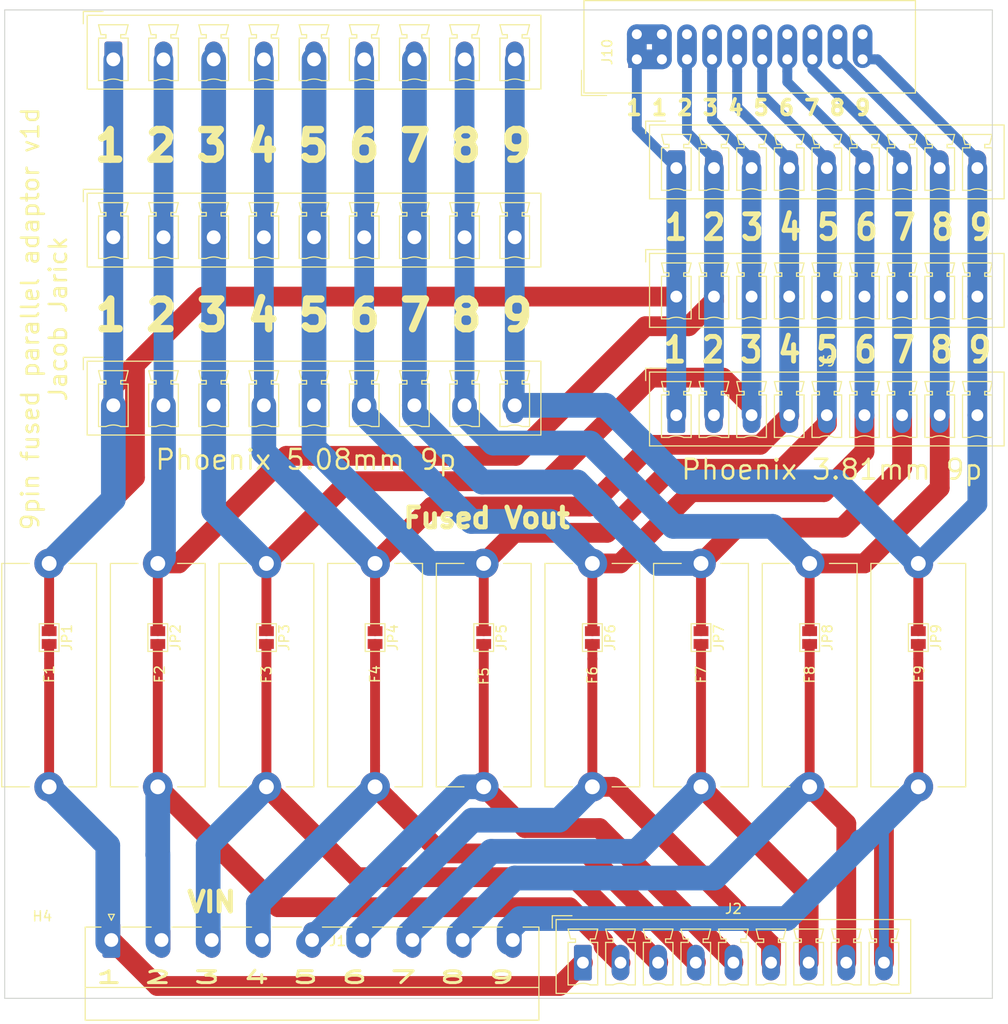
<source format=kicad_pcb>
(kicad_pcb (version 20171130) (host pcbnew "(5.1.4)-1")

  (general
    (thickness 1.6)
    (drawings 65)
    (tracks 254)
    (zones 0)
    (modules 31)
    (nets 19)
  )

  (page A4)
  (layers
    (0 F.Cu signal)
    (31 B.Cu signal)
    (32 B.Adhes user)
    (33 F.Adhes user)
    (34 B.Paste user)
    (35 F.Paste user)
    (36 B.SilkS user)
    (37 F.SilkS user)
    (38 B.Mask user)
    (39 F.Mask user)
    (40 Dwgs.User user)
    (41 Cmts.User user)
    (42 Eco1.User user)
    (43 Eco2.User user)
    (44 Edge.Cuts user)
    (45 Margin user)
    (46 B.CrtYd user)
    (47 F.CrtYd user)
    (48 B.Fab user)
    (49 F.Fab user)
  )

  (setup
    (last_trace_width 1)
    (user_trace_width 0.5)
    (user_trace_width 1)
    (user_trace_width 2)
    (user_trace_width 2.5)
    (user_trace_width 3)
    (trace_clearance 0.2)
    (zone_clearance 0.508)
    (zone_45_only no)
    (trace_min 0.2)
    (via_size 0.8)
    (via_drill 0.4)
    (via_min_size 0.4)
    (via_min_drill 0.3)
    (uvia_size 0.3)
    (uvia_drill 0.1)
    (uvias_allowed no)
    (uvia_min_size 0.2)
    (uvia_min_drill 0.1)
    (edge_width 0.1)
    (segment_width 0.2)
    (pcb_text_width 0.3)
    (pcb_text_size 1.5 1.5)
    (mod_edge_width 0.15)
    (mod_text_size 1 1)
    (mod_text_width 0.15)
    (pad_size 1.524 1.524)
    (pad_drill 0.762)
    (pad_to_mask_clearance 0)
    (aux_axis_origin 0 0)
    (visible_elements 7FFFFFFF)
    (pcbplotparams
      (layerselection 0x010fc_ffffffff)
      (usegerberextensions true)
      (usegerberattributes true)
      (usegerberadvancedattributes true)
      (creategerberjobfile true)
      (excludeedgelayer true)
      (linewidth 0.100000)
      (plotframeref false)
      (viasonmask false)
      (mode 1)
      (useauxorigin false)
      (hpglpennumber 1)
      (hpglpenspeed 20)
      (hpglpendiameter 15.000000)
      (psnegative false)
      (psa4output false)
      (plotreference true)
      (plotvalue true)
      (plotinvisibletext false)
      (padsonsilk false)
      (subtractmaskfromsilk true)
      (outputformat 1)
      (mirror false)
      (drillshape 0)
      (scaleselection 1)
      (outputdirectory "gerbers/"))
  )

  (net 0 "")
  (net 1 1in)
  (net 2 2in)
  (net 3 3in)
  (net 4 4in)
  (net 5 5in)
  (net 6 6in)
  (net 7 7in)
  (net 8 8in)
  (net 9 9in)
  (net 10 1)
  (net 11 2)
  (net 12 3)
  (net 13 4)
  (net 14 5)
  (net 15 6)
  (net 16 7)
  (net 17 8)
  (net 18 9)

  (net_class Default "This is the default net class."
    (clearance 0.2)
    (trace_width 0.25)
    (via_dia 0.8)
    (via_drill 0.4)
    (uvia_dia 0.3)
    (uvia_drill 0.1)
    (add_net 1)
    (add_net 1in)
    (add_net 2)
    (add_net 2in)
    (add_net 3)
    (add_net 3in)
    (add_net 4)
    (add_net 4in)
    (add_net 5)
    (add_net 5in)
    (add_net 6)
    (add_net 6in)
    (add_net 7)
    (add_net 7in)
    (add_net 8)
    (add_net 8in)
    (add_net 9)
    (add_net 9in)
  )

  (module Jumper:SolderJumper-2_P1.3mm_Open_Pad1.0x1.5mm (layer F.Cu) (tedit 5A3EABFC) (tstamp 5E6FCD6C)
    (at 116.5 106.5 270)
    (descr "SMD Solder Jumper, 1x1.5mm Pads, 0.3mm gap, open")
    (tags "solder jumper open")
    (path /5E6ECD89)
    (attr virtual)
    (fp_text reference JP9 (at 0 -1.8 90) (layer F.SilkS)
      (effects (font (size 1 1) (thickness 0.15)))
    )
    (fp_text value Jumper_2_Open (at 0 1.9 90) (layer F.Fab)
      (effects (font (size 1 1) (thickness 0.15)))
    )
    (fp_line (start 1.65 1.25) (end -1.65 1.25) (layer F.CrtYd) (width 0.05))
    (fp_line (start 1.65 1.25) (end 1.65 -1.25) (layer F.CrtYd) (width 0.05))
    (fp_line (start -1.65 -1.25) (end -1.65 1.25) (layer F.CrtYd) (width 0.05))
    (fp_line (start -1.65 -1.25) (end 1.65 -1.25) (layer F.CrtYd) (width 0.05))
    (fp_line (start -1.4 -1) (end 1.4 -1) (layer F.SilkS) (width 0.12))
    (fp_line (start 1.4 -1) (end 1.4 1) (layer F.SilkS) (width 0.12))
    (fp_line (start 1.4 1) (end -1.4 1) (layer F.SilkS) (width 0.12))
    (fp_line (start -1.4 1) (end -1.4 -1) (layer F.SilkS) (width 0.12))
    (pad 1 smd rect (at -0.65 0 270) (size 1 1.5) (layers F.Cu F.Mask)
      (net 18 9))
    (pad 2 smd rect (at 0.65 0 270) (size 1 1.5) (layers F.Cu F.Mask)
      (net 9 9in))
  )

  (module Jumper:SolderJumper-2_P1.3mm_Open_Pad1.0x1.5mm (layer F.Cu) (tedit 5A3EABFC) (tstamp 5E6FCD5E)
    (at 105.5 106.5 270)
    (descr "SMD Solder Jumper, 1x1.5mm Pads, 0.3mm gap, open")
    (tags "solder jumper open")
    (path /5E6EC830)
    (attr virtual)
    (fp_text reference JP8 (at 0 -1.8 90) (layer F.SilkS)
      (effects (font (size 1 1) (thickness 0.15)))
    )
    (fp_text value Jumper_2_Open (at 0 1.9 90) (layer F.Fab)
      (effects (font (size 1 1) (thickness 0.15)))
    )
    (fp_line (start 1.65 1.25) (end -1.65 1.25) (layer F.CrtYd) (width 0.05))
    (fp_line (start 1.65 1.25) (end 1.65 -1.25) (layer F.CrtYd) (width 0.05))
    (fp_line (start -1.65 -1.25) (end -1.65 1.25) (layer F.CrtYd) (width 0.05))
    (fp_line (start -1.65 -1.25) (end 1.65 -1.25) (layer F.CrtYd) (width 0.05))
    (fp_line (start -1.4 -1) (end 1.4 -1) (layer F.SilkS) (width 0.12))
    (fp_line (start 1.4 -1) (end 1.4 1) (layer F.SilkS) (width 0.12))
    (fp_line (start 1.4 1) (end -1.4 1) (layer F.SilkS) (width 0.12))
    (fp_line (start -1.4 1) (end -1.4 -1) (layer F.SilkS) (width 0.12))
    (pad 1 smd rect (at -0.65 0 270) (size 1 1.5) (layers F.Cu F.Mask)
      (net 17 8))
    (pad 2 smd rect (at 0.65 0 270) (size 1 1.5) (layers F.Cu F.Mask)
      (net 8 8in))
  )

  (module Jumper:SolderJumper-2_P1.3mm_Open_Pad1.0x1.5mm (layer F.Cu) (tedit 5A3EABFC) (tstamp 5E6FCD50)
    (at 94.5 106.5 270)
    (descr "SMD Solder Jumper, 1x1.5mm Pads, 0.3mm gap, open")
    (tags "solder jumper open")
    (path /5E6EC483)
    (attr virtual)
    (fp_text reference JP7 (at 0 -1.8 90) (layer F.SilkS)
      (effects (font (size 1 1) (thickness 0.15)))
    )
    (fp_text value Jumper_2_Open (at 0 1.9 90) (layer F.Fab)
      (effects (font (size 1 1) (thickness 0.15)))
    )
    (fp_line (start 1.65 1.25) (end -1.65 1.25) (layer F.CrtYd) (width 0.05))
    (fp_line (start 1.65 1.25) (end 1.65 -1.25) (layer F.CrtYd) (width 0.05))
    (fp_line (start -1.65 -1.25) (end -1.65 1.25) (layer F.CrtYd) (width 0.05))
    (fp_line (start -1.65 -1.25) (end 1.65 -1.25) (layer F.CrtYd) (width 0.05))
    (fp_line (start -1.4 -1) (end 1.4 -1) (layer F.SilkS) (width 0.12))
    (fp_line (start 1.4 -1) (end 1.4 1) (layer F.SilkS) (width 0.12))
    (fp_line (start 1.4 1) (end -1.4 1) (layer F.SilkS) (width 0.12))
    (fp_line (start -1.4 1) (end -1.4 -1) (layer F.SilkS) (width 0.12))
    (pad 1 smd rect (at -0.65 0 270) (size 1 1.5) (layers F.Cu F.Mask)
      (net 16 7))
    (pad 2 smd rect (at 0.65 0 270) (size 1 1.5) (layers F.Cu F.Mask)
      (net 7 7in))
  )

  (module Jumper:SolderJumper-2_P1.3mm_Open_Pad1.0x1.5mm (layer F.Cu) (tedit 5A3EABFC) (tstamp 5E6FCD42)
    (at 83.5 106.5 270)
    (descr "SMD Solder Jumper, 1x1.5mm Pads, 0.3mm gap, open")
    (tags "solder jumper open")
    (path /5E6EC0F0)
    (attr virtual)
    (fp_text reference JP6 (at 0 -1.8 90) (layer F.SilkS)
      (effects (font (size 1 1) (thickness 0.15)))
    )
    (fp_text value Jumper_2_Open (at 0 1.9 90) (layer F.Fab)
      (effects (font (size 1 1) (thickness 0.15)))
    )
    (fp_line (start 1.65 1.25) (end -1.65 1.25) (layer F.CrtYd) (width 0.05))
    (fp_line (start 1.65 1.25) (end 1.65 -1.25) (layer F.CrtYd) (width 0.05))
    (fp_line (start -1.65 -1.25) (end -1.65 1.25) (layer F.CrtYd) (width 0.05))
    (fp_line (start -1.65 -1.25) (end 1.65 -1.25) (layer F.CrtYd) (width 0.05))
    (fp_line (start -1.4 -1) (end 1.4 -1) (layer F.SilkS) (width 0.12))
    (fp_line (start 1.4 -1) (end 1.4 1) (layer F.SilkS) (width 0.12))
    (fp_line (start 1.4 1) (end -1.4 1) (layer F.SilkS) (width 0.12))
    (fp_line (start -1.4 1) (end -1.4 -1) (layer F.SilkS) (width 0.12))
    (pad 1 smd rect (at -0.65 0 270) (size 1 1.5) (layers F.Cu F.Mask)
      (net 15 6))
    (pad 2 smd rect (at 0.65 0 270) (size 1 1.5) (layers F.Cu F.Mask)
      (net 6 6in))
  )

  (module Jumper:SolderJumper-2_P1.3mm_Open_Pad1.0x1.5mm (layer F.Cu) (tedit 5A3EABFC) (tstamp 5E6FCD34)
    (at 72.5 106.5 270)
    (descr "SMD Solder Jumper, 1x1.5mm Pads, 0.3mm gap, open")
    (tags "solder jumper open")
    (path /5E6EBE09)
    (attr virtual)
    (fp_text reference JP5 (at 0 -1.8 90) (layer F.SilkS)
      (effects (font (size 1 1) (thickness 0.15)))
    )
    (fp_text value Jumper_2_Open (at 0 1.9 90) (layer F.Fab)
      (effects (font (size 1 1) (thickness 0.15)))
    )
    (fp_line (start 1.65 1.25) (end -1.65 1.25) (layer F.CrtYd) (width 0.05))
    (fp_line (start 1.65 1.25) (end 1.65 -1.25) (layer F.CrtYd) (width 0.05))
    (fp_line (start -1.65 -1.25) (end -1.65 1.25) (layer F.CrtYd) (width 0.05))
    (fp_line (start -1.65 -1.25) (end 1.65 -1.25) (layer F.CrtYd) (width 0.05))
    (fp_line (start -1.4 -1) (end 1.4 -1) (layer F.SilkS) (width 0.12))
    (fp_line (start 1.4 -1) (end 1.4 1) (layer F.SilkS) (width 0.12))
    (fp_line (start 1.4 1) (end -1.4 1) (layer F.SilkS) (width 0.12))
    (fp_line (start -1.4 1) (end -1.4 -1) (layer F.SilkS) (width 0.12))
    (pad 1 smd rect (at -0.65 0 270) (size 1 1.5) (layers F.Cu F.Mask)
      (net 14 5))
    (pad 2 smd rect (at 0.65 0 270) (size 1 1.5) (layers F.Cu F.Mask)
      (net 5 5in))
  )

  (module Jumper:SolderJumper-2_P1.3mm_Open_Pad1.0x1.5mm (layer F.Cu) (tedit 5A3EABFC) (tstamp 5E6FCD26)
    (at 61.5 106.5 270)
    (descr "SMD Solder Jumper, 1x1.5mm Pads, 0.3mm gap, open")
    (tags "solder jumper open")
    (path /5E6EB568)
    (attr virtual)
    (fp_text reference JP4 (at 0 -1.8 90) (layer F.SilkS)
      (effects (font (size 1 1) (thickness 0.15)))
    )
    (fp_text value Jumper_2_Open (at 0 1.9 90) (layer F.Fab)
      (effects (font (size 1 1) (thickness 0.15)))
    )
    (fp_line (start 1.65 1.25) (end -1.65 1.25) (layer F.CrtYd) (width 0.05))
    (fp_line (start 1.65 1.25) (end 1.65 -1.25) (layer F.CrtYd) (width 0.05))
    (fp_line (start -1.65 -1.25) (end -1.65 1.25) (layer F.CrtYd) (width 0.05))
    (fp_line (start -1.65 -1.25) (end 1.65 -1.25) (layer F.CrtYd) (width 0.05))
    (fp_line (start -1.4 -1) (end 1.4 -1) (layer F.SilkS) (width 0.12))
    (fp_line (start 1.4 -1) (end 1.4 1) (layer F.SilkS) (width 0.12))
    (fp_line (start 1.4 1) (end -1.4 1) (layer F.SilkS) (width 0.12))
    (fp_line (start -1.4 1) (end -1.4 -1) (layer F.SilkS) (width 0.12))
    (pad 1 smd rect (at -0.65 0 270) (size 1 1.5) (layers F.Cu F.Mask)
      (net 13 4))
    (pad 2 smd rect (at 0.65 0 270) (size 1 1.5) (layers F.Cu F.Mask)
      (net 4 4in))
  )

  (module Jumper:SolderJumper-2_P1.3mm_Open_Pad1.0x1.5mm (layer F.Cu) (tedit 5A3EABFC) (tstamp 5E6FCD18)
    (at 50.5 106.5 270)
    (descr "SMD Solder Jumper, 1x1.5mm Pads, 0.3mm gap, open")
    (tags "solder jumper open")
    (path /5E6EB009)
    (attr virtual)
    (fp_text reference JP3 (at 0 -1.8 90) (layer F.SilkS)
      (effects (font (size 1 1) (thickness 0.15)))
    )
    (fp_text value Jumper_2_Open (at 0 1.9 90) (layer F.Fab)
      (effects (font (size 1 1) (thickness 0.15)))
    )
    (fp_line (start 1.65 1.25) (end -1.65 1.25) (layer F.CrtYd) (width 0.05))
    (fp_line (start 1.65 1.25) (end 1.65 -1.25) (layer F.CrtYd) (width 0.05))
    (fp_line (start -1.65 -1.25) (end -1.65 1.25) (layer F.CrtYd) (width 0.05))
    (fp_line (start -1.65 -1.25) (end 1.65 -1.25) (layer F.CrtYd) (width 0.05))
    (fp_line (start -1.4 -1) (end 1.4 -1) (layer F.SilkS) (width 0.12))
    (fp_line (start 1.4 -1) (end 1.4 1) (layer F.SilkS) (width 0.12))
    (fp_line (start 1.4 1) (end -1.4 1) (layer F.SilkS) (width 0.12))
    (fp_line (start -1.4 1) (end -1.4 -1) (layer F.SilkS) (width 0.12))
    (pad 1 smd rect (at -0.65 0 270) (size 1 1.5) (layers F.Cu F.Mask)
      (net 12 3))
    (pad 2 smd rect (at 0.65 0 270) (size 1 1.5) (layers F.Cu F.Mask)
      (net 3 3in))
  )

  (module Jumper:SolderJumper-2_P1.3mm_Open_Pad1.0x1.5mm (layer F.Cu) (tedit 5A3EABFC) (tstamp 5E6FCD0A)
    (at 39.5 106.5 270)
    (descr "SMD Solder Jumper, 1x1.5mm Pads, 0.3mm gap, open")
    (tags "solder jumper open")
    (path /5E6EAA6C)
    (attr virtual)
    (fp_text reference JP2 (at 0 -1.8 90) (layer F.SilkS)
      (effects (font (size 1 1) (thickness 0.15)))
    )
    (fp_text value Jumper_2_Open (at 0 1.9 90) (layer F.Fab)
      (effects (font (size 1 1) (thickness 0.15)))
    )
    (fp_line (start 1.65 1.25) (end -1.65 1.25) (layer F.CrtYd) (width 0.05))
    (fp_line (start 1.65 1.25) (end 1.65 -1.25) (layer F.CrtYd) (width 0.05))
    (fp_line (start -1.65 -1.25) (end -1.65 1.25) (layer F.CrtYd) (width 0.05))
    (fp_line (start -1.65 -1.25) (end 1.65 -1.25) (layer F.CrtYd) (width 0.05))
    (fp_line (start -1.4 -1) (end 1.4 -1) (layer F.SilkS) (width 0.12))
    (fp_line (start 1.4 -1) (end 1.4 1) (layer F.SilkS) (width 0.12))
    (fp_line (start 1.4 1) (end -1.4 1) (layer F.SilkS) (width 0.12))
    (fp_line (start -1.4 1) (end -1.4 -1) (layer F.SilkS) (width 0.12))
    (pad 1 smd rect (at -0.65 0 270) (size 1 1.5) (layers F.Cu F.Mask)
      (net 11 2))
    (pad 2 smd rect (at 0.65 0 270) (size 1 1.5) (layers F.Cu F.Mask)
      (net 2 2in))
  )

  (module Jumper:SolderJumper-2_P1.3mm_Open_Pad1.0x1.5mm (layer F.Cu) (tedit 5A3EABFC) (tstamp 5E6FCCFC)
    (at 28.5 106.5 270)
    (descr "SMD Solder Jumper, 1x1.5mm Pads, 0.3mm gap, open")
    (tags "solder jumper open")
    (path /5E6E7869)
    (attr virtual)
    (fp_text reference JP1 (at 0 -1.8 90) (layer F.SilkS)
      (effects (font (size 1 1) (thickness 0.15)))
    )
    (fp_text value Jumper_2_Open (at 0 1.9 90) (layer F.Fab)
      (effects (font (size 1 1) (thickness 0.15)))
    )
    (fp_line (start 1.65 1.25) (end -1.65 1.25) (layer F.CrtYd) (width 0.05))
    (fp_line (start 1.65 1.25) (end 1.65 -1.25) (layer F.CrtYd) (width 0.05))
    (fp_line (start -1.65 -1.25) (end -1.65 1.25) (layer F.CrtYd) (width 0.05))
    (fp_line (start -1.65 -1.25) (end 1.65 -1.25) (layer F.CrtYd) (width 0.05))
    (fp_line (start -1.4 -1) (end 1.4 -1) (layer F.SilkS) (width 0.12))
    (fp_line (start 1.4 -1) (end 1.4 1) (layer F.SilkS) (width 0.12))
    (fp_line (start 1.4 1) (end -1.4 1) (layer F.SilkS) (width 0.12))
    (fp_line (start -1.4 1) (end -1.4 -1) (layer F.SilkS) (width 0.12))
    (pad 1 smd rect (at -0.65 0 270) (size 1 1.5) (layers F.Cu F.Mask)
      (net 10 1))
    (pad 2 smd rect (at 0.65 0 270) (size 1 1.5) (layers F.Cu F.Mask)
      (net 1 1in))
  )

  (module "My Libs:PhoenixContact_MCV_1,5_9-G-5.08_1x09_P5.08mm_Vertical-large-hole" (layer F.Cu) (tedit 5E67D063) (tstamp 5E260051)
    (at 35 66)
    (descr "Generic Phoenix Contact connector footprint for: MCV_1,5/9-G-5.08; number of pins: 09; pin pitch: 5.08mm; Vertical || order number: 1836367 8A 320V")
    (tags "phoenix_contact connector MCV_01x09_G_5.08mm")
    (path /5E2222B8)
    (fp_text reference J5 (at 20.32 -5.55) (layer F.SilkS) hide
      (effects (font (size 1 1) (thickness 0.15)))
    )
    (fp_text value Screw_Terminal_01x09 (at 20.32 4.1) (layer F.Fab) hide
      (effects (font (size 1 1) (thickness 0.15)))
    )
    (fp_text user %R (at 20.32 -3.65) (layer F.Fab) hide
      (effects (font (size 1 1) (thickness 0.15)))
    )
    (fp_line (start -3.04 -4.85) (end -1.04 -4.85) (layer F.Fab) (width 0.1))
    (fp_line (start -3.04 -3.6) (end -3.04 -4.85) (layer F.Fab) (width 0.1))
    (fp_line (start -3.04 -4.85) (end -1.04 -4.85) (layer F.SilkS) (width 0.12))
    (fp_line (start -3.04 -3.6) (end -3.04 -4.85) (layer F.SilkS) (width 0.12))
    (fp_line (start 43.68 -4.85) (end -3.04 -4.85) (layer F.CrtYd) (width 0.05))
    (fp_line (start 43.68 3.4) (end 43.68 -4.85) (layer F.CrtYd) (width 0.05))
    (fp_line (start -3.04 3.4) (end 43.68 3.4) (layer F.CrtYd) (width 0.05))
    (fp_line (start -3.04 -4.85) (end -3.04 3.4) (layer F.CrtYd) (width 0.05))
    (fp_line (start 42.14 2.15) (end 41.39 2.15) (layer F.SilkS) (width 0.12))
    (fp_line (start 42.14 -2.15) (end 42.14 2.15) (layer F.SilkS) (width 0.12))
    (fp_line (start 41.39 -2.15) (end 42.14 -2.15) (layer F.SilkS) (width 0.12))
    (fp_line (start 41.39 -2.5) (end 41.39 -2.15) (layer F.SilkS) (width 0.12))
    (fp_line (start 41.89 -2.5) (end 41.39 -2.5) (layer F.SilkS) (width 0.12))
    (fp_line (start 42.14 -3.5) (end 41.89 -2.5) (layer F.SilkS) (width 0.12))
    (fp_line (start 39.14 -3.5) (end 42.14 -3.5) (layer F.SilkS) (width 0.12))
    (fp_line (start 39.39 -2.5) (end 39.14 -3.5) (layer F.SilkS) (width 0.12))
    (fp_line (start 39.89 -2.5) (end 39.39 -2.5) (layer F.SilkS) (width 0.12))
    (fp_line (start 39.89 -2.15) (end 39.89 -2.5) (layer F.SilkS) (width 0.12))
    (fp_line (start 39.14 -2.15) (end 39.89 -2.15) (layer F.SilkS) (width 0.12))
    (fp_line (start 39.14 2.15) (end 39.14 -2.15) (layer F.SilkS) (width 0.12))
    (fp_line (start 39.89 2.15) (end 39.14 2.15) (layer F.SilkS) (width 0.12))
    (fp_line (start 37.06 2.15) (end 36.31 2.15) (layer F.SilkS) (width 0.12))
    (fp_line (start 37.06 -2.15) (end 37.06 2.15) (layer F.SilkS) (width 0.12))
    (fp_line (start 36.31 -2.15) (end 37.06 -2.15) (layer F.SilkS) (width 0.12))
    (fp_line (start 36.31 -2.5) (end 36.31 -2.15) (layer F.SilkS) (width 0.12))
    (fp_line (start 36.81 -2.5) (end 36.31 -2.5) (layer F.SilkS) (width 0.12))
    (fp_line (start 37.06 -3.5) (end 36.81 -2.5) (layer F.SilkS) (width 0.12))
    (fp_line (start 34.06 -3.5) (end 37.06 -3.5) (layer F.SilkS) (width 0.12))
    (fp_line (start 34.31 -2.5) (end 34.06 -3.5) (layer F.SilkS) (width 0.12))
    (fp_line (start 34.81 -2.5) (end 34.31 -2.5) (layer F.SilkS) (width 0.12))
    (fp_line (start 34.81 -2.15) (end 34.81 -2.5) (layer F.SilkS) (width 0.12))
    (fp_line (start 34.06 -2.15) (end 34.81 -2.15) (layer F.SilkS) (width 0.12))
    (fp_line (start 34.06 2.15) (end 34.06 -2.15) (layer F.SilkS) (width 0.12))
    (fp_line (start 34.81 2.15) (end 34.06 2.15) (layer F.SilkS) (width 0.12))
    (fp_line (start 31.98 2.15) (end 31.23 2.15) (layer F.SilkS) (width 0.12))
    (fp_line (start 31.98 -2.15) (end 31.98 2.15) (layer F.SilkS) (width 0.12))
    (fp_line (start 31.23 -2.15) (end 31.98 -2.15) (layer F.SilkS) (width 0.12))
    (fp_line (start 31.23 -2.5) (end 31.23 -2.15) (layer F.SilkS) (width 0.12))
    (fp_line (start 31.73 -2.5) (end 31.23 -2.5) (layer F.SilkS) (width 0.12))
    (fp_line (start 31.98 -3.5) (end 31.73 -2.5) (layer F.SilkS) (width 0.12))
    (fp_line (start 28.98 -3.5) (end 31.98 -3.5) (layer F.SilkS) (width 0.12))
    (fp_line (start 29.23 -2.5) (end 28.98 -3.5) (layer F.SilkS) (width 0.12))
    (fp_line (start 29.73 -2.5) (end 29.23 -2.5) (layer F.SilkS) (width 0.12))
    (fp_line (start 29.73 -2.15) (end 29.73 -2.5) (layer F.SilkS) (width 0.12))
    (fp_line (start 28.98 -2.15) (end 29.73 -2.15) (layer F.SilkS) (width 0.12))
    (fp_line (start 28.98 2.15) (end 28.98 -2.15) (layer F.SilkS) (width 0.12))
    (fp_line (start 29.73 2.15) (end 28.98 2.15) (layer F.SilkS) (width 0.12))
    (fp_line (start 26.9 2.15) (end 26.15 2.15) (layer F.SilkS) (width 0.12))
    (fp_line (start 26.9 -2.15) (end 26.9 2.15) (layer F.SilkS) (width 0.12))
    (fp_line (start 26.15 -2.15) (end 26.9 -2.15) (layer F.SilkS) (width 0.12))
    (fp_line (start 26.15 -2.5) (end 26.15 -2.15) (layer F.SilkS) (width 0.12))
    (fp_line (start 26.65 -2.5) (end 26.15 -2.5) (layer F.SilkS) (width 0.12))
    (fp_line (start 26.9 -3.5) (end 26.65 -2.5) (layer F.SilkS) (width 0.12))
    (fp_line (start 23.9 -3.5) (end 26.9 -3.5) (layer F.SilkS) (width 0.12))
    (fp_line (start 24.15 -2.5) (end 23.9 -3.5) (layer F.SilkS) (width 0.12))
    (fp_line (start 24.65 -2.5) (end 24.15 -2.5) (layer F.SilkS) (width 0.12))
    (fp_line (start 24.65 -2.15) (end 24.65 -2.5) (layer F.SilkS) (width 0.12))
    (fp_line (start 23.9 -2.15) (end 24.65 -2.15) (layer F.SilkS) (width 0.12))
    (fp_line (start 23.9 2.15) (end 23.9 -2.15) (layer F.SilkS) (width 0.12))
    (fp_line (start 24.65 2.15) (end 23.9 2.15) (layer F.SilkS) (width 0.12))
    (fp_line (start 21.82 2.15) (end 21.07 2.15) (layer F.SilkS) (width 0.12))
    (fp_line (start 21.82 -2.15) (end 21.82 2.15) (layer F.SilkS) (width 0.12))
    (fp_line (start 21.07 -2.15) (end 21.82 -2.15) (layer F.SilkS) (width 0.12))
    (fp_line (start 21.07 -2.5) (end 21.07 -2.15) (layer F.SilkS) (width 0.12))
    (fp_line (start 21.57 -2.5) (end 21.07 -2.5) (layer F.SilkS) (width 0.12))
    (fp_line (start 21.82 -3.5) (end 21.57 -2.5) (layer F.SilkS) (width 0.12))
    (fp_line (start 18.82 -3.5) (end 21.82 -3.5) (layer F.SilkS) (width 0.12))
    (fp_line (start 19.07 -2.5) (end 18.82 -3.5) (layer F.SilkS) (width 0.12))
    (fp_line (start 19.57 -2.5) (end 19.07 -2.5) (layer F.SilkS) (width 0.12))
    (fp_line (start 19.57 -2.15) (end 19.57 -2.5) (layer F.SilkS) (width 0.12))
    (fp_line (start 18.82 -2.15) (end 19.57 -2.15) (layer F.SilkS) (width 0.12))
    (fp_line (start 18.82 2.15) (end 18.82 -2.15) (layer F.SilkS) (width 0.12))
    (fp_line (start 19.57 2.15) (end 18.82 2.15) (layer F.SilkS) (width 0.12))
    (fp_line (start 16.74 2.15) (end 15.99 2.15) (layer F.SilkS) (width 0.12))
    (fp_line (start 16.74 -2.15) (end 16.74 2.15) (layer F.SilkS) (width 0.12))
    (fp_line (start 15.99 -2.15) (end 16.74 -2.15) (layer F.SilkS) (width 0.12))
    (fp_line (start 15.99 -2.5) (end 15.99 -2.15) (layer F.SilkS) (width 0.12))
    (fp_line (start 16.49 -2.5) (end 15.99 -2.5) (layer F.SilkS) (width 0.12))
    (fp_line (start 16.74 -3.5) (end 16.49 -2.5) (layer F.SilkS) (width 0.12))
    (fp_line (start 13.74 -3.5) (end 16.74 -3.5) (layer F.SilkS) (width 0.12))
    (fp_line (start 13.99 -2.5) (end 13.74 -3.5) (layer F.SilkS) (width 0.12))
    (fp_line (start 14.49 -2.5) (end 13.99 -2.5) (layer F.SilkS) (width 0.12))
    (fp_line (start 14.49 -2.15) (end 14.49 -2.5) (layer F.SilkS) (width 0.12))
    (fp_line (start 13.74 -2.15) (end 14.49 -2.15) (layer F.SilkS) (width 0.12))
    (fp_line (start 13.74 2.15) (end 13.74 -2.15) (layer F.SilkS) (width 0.12))
    (fp_line (start 14.49 2.15) (end 13.74 2.15) (layer F.SilkS) (width 0.12))
    (fp_line (start 11.66 2.15) (end 10.91 2.15) (layer F.SilkS) (width 0.12))
    (fp_line (start 11.66 -2.15) (end 11.66 2.15) (layer F.SilkS) (width 0.12))
    (fp_line (start 10.91 -2.15) (end 11.66 -2.15) (layer F.SilkS) (width 0.12))
    (fp_line (start 10.91 -2.5) (end 10.91 -2.15) (layer F.SilkS) (width 0.12))
    (fp_line (start 11.41 -2.5) (end 10.91 -2.5) (layer F.SilkS) (width 0.12))
    (fp_line (start 11.66 -3.5) (end 11.41 -2.5) (layer F.SilkS) (width 0.12))
    (fp_line (start 8.66 -3.5) (end 11.66 -3.5) (layer F.SilkS) (width 0.12))
    (fp_line (start 8.91 -2.5) (end 8.66 -3.5) (layer F.SilkS) (width 0.12))
    (fp_line (start 9.41 -2.5) (end 8.91 -2.5) (layer F.SilkS) (width 0.12))
    (fp_line (start 9.41 -2.15) (end 9.41 -2.5) (layer F.SilkS) (width 0.12))
    (fp_line (start 8.66 -2.15) (end 9.41 -2.15) (layer F.SilkS) (width 0.12))
    (fp_line (start 8.66 2.15) (end 8.66 -2.15) (layer F.SilkS) (width 0.12))
    (fp_line (start 9.41 2.15) (end 8.66 2.15) (layer F.SilkS) (width 0.12))
    (fp_line (start 6.58 2.15) (end 5.83 2.15) (layer F.SilkS) (width 0.12))
    (fp_line (start 6.58 -2.15) (end 6.58 2.15) (layer F.SilkS) (width 0.12))
    (fp_line (start 5.83 -2.15) (end 6.58 -2.15) (layer F.SilkS) (width 0.12))
    (fp_line (start 5.83 -2.5) (end 5.83 -2.15) (layer F.SilkS) (width 0.12))
    (fp_line (start 6.33 -2.5) (end 5.83 -2.5) (layer F.SilkS) (width 0.12))
    (fp_line (start 6.58 -3.5) (end 6.33 -2.5) (layer F.SilkS) (width 0.12))
    (fp_line (start 3.58 -3.5) (end 6.58 -3.5) (layer F.SilkS) (width 0.12))
    (fp_line (start 3.83 -2.5) (end 3.58 -3.5) (layer F.SilkS) (width 0.12))
    (fp_line (start 4.33 -2.5) (end 3.83 -2.5) (layer F.SilkS) (width 0.12))
    (fp_line (start 4.33 -2.15) (end 4.33 -2.5) (layer F.SilkS) (width 0.12))
    (fp_line (start 3.58 -2.15) (end 4.33 -2.15) (layer F.SilkS) (width 0.12))
    (fp_line (start 3.58 2.15) (end 3.58 -2.15) (layer F.SilkS) (width 0.12))
    (fp_line (start 4.33 2.15) (end 3.58 2.15) (layer F.SilkS) (width 0.12))
    (fp_line (start 1.5 2.15) (end 0.75 2.15) (layer F.SilkS) (width 0.12))
    (fp_line (start 1.5 -2.15) (end 1.5 2.15) (layer F.SilkS) (width 0.12))
    (fp_line (start 0.75 -2.15) (end 1.5 -2.15) (layer F.SilkS) (width 0.12))
    (fp_line (start 0.75 -2.5) (end 0.75 -2.15) (layer F.SilkS) (width 0.12))
    (fp_line (start 1.25 -2.5) (end 0.75 -2.5) (layer F.SilkS) (width 0.12))
    (fp_line (start 1.5 -3.5) (end 1.25 -2.5) (layer F.SilkS) (width 0.12))
    (fp_line (start -1.5 -3.5) (end 1.5 -3.5) (layer F.SilkS) (width 0.12))
    (fp_line (start -1.25 -2.5) (end -1.5 -3.5) (layer F.SilkS) (width 0.12))
    (fp_line (start -0.75 -2.5) (end -1.25 -2.5) (layer F.SilkS) (width 0.12))
    (fp_line (start -0.75 -2.15) (end -0.75 -2.5) (layer F.SilkS) (width 0.12))
    (fp_line (start -1.5 -2.15) (end -0.75 -2.15) (layer F.SilkS) (width 0.12))
    (fp_line (start -1.5 2.15) (end -1.5 -2.15) (layer F.SilkS) (width 0.12))
    (fp_line (start -0.75 2.15) (end -1.5 2.15) (layer F.SilkS) (width 0.12))
    (fp_line (start 43.18 -4.35) (end -2.54 -4.35) (layer F.Fab) (width 0.1))
    (fp_line (start 43.18 2.9) (end 43.18 -4.35) (layer F.Fab) (width 0.1))
    (fp_line (start -2.54 2.9) (end 43.18 2.9) (layer F.Fab) (width 0.1))
    (fp_line (start -2.54 -4.35) (end -2.54 2.9) (layer F.Fab) (width 0.1))
    (fp_line (start 43.29 -4.46) (end -2.65 -4.46) (layer F.SilkS) (width 0.12))
    (fp_line (start 43.29 3.01) (end 43.29 -4.46) (layer F.SilkS) (width 0.12))
    (fp_line (start -2.65 3.01) (end 43.29 3.01) (layer F.SilkS) (width 0.12))
    (fp_line (start -2.65 -4.46) (end -2.65 3.01) (layer F.SilkS) (width 0.12))
    (fp_arc (start 40.64 3.85) (end 39.89 2.15) (angle 47.6) (layer F.SilkS) (width 0.12))
    (fp_arc (start 35.56 3.85) (end 34.81 2.15) (angle 47.6) (layer F.SilkS) (width 0.12))
    (fp_arc (start 30.48 3.85) (end 29.73 2.15) (angle 47.6) (layer F.SilkS) (width 0.12))
    (fp_arc (start 25.4 3.85) (end 24.65 2.15) (angle 47.6) (layer F.SilkS) (width 0.12))
    (fp_arc (start 20.32 3.85) (end 19.57 2.15) (angle 47.6) (layer F.SilkS) (width 0.12))
    (fp_arc (start 15.24 3.85) (end 14.49 2.15) (angle 47.6) (layer F.SilkS) (width 0.12))
    (fp_arc (start 10.16 3.85) (end 9.41 2.15) (angle 47.6) (layer F.SilkS) (width 0.12))
    (fp_arc (start 5.08 3.85) (end 4.33 2.15) (angle 47.6) (layer F.SilkS) (width 0.12))
    (fp_arc (start 0 3.85) (end -0.75 2.15) (angle 47.6) (layer F.SilkS) (width 0.12))
    (pad 9 thru_hole oval (at 40.64 0) (size 1.8 3.6) (drill 1.4) (layers *.Cu *.Mask)
      (net 18 9))
    (pad 8 thru_hole oval (at 35.56 0) (size 1.8 3.6) (drill 1.4) (layers *.Cu *.Mask)
      (net 17 8))
    (pad 7 thru_hole oval (at 30.48 0) (size 1.8 3.6) (drill 1.4) (layers *.Cu *.Mask)
      (net 16 7))
    (pad 6 thru_hole oval (at 25.4 0) (size 1.8 3.6) (drill 1.4) (layers *.Cu *.Mask)
      (net 15 6))
    (pad 5 thru_hole oval (at 20.32 0) (size 1.8 3.6) (drill 1.4) (layers *.Cu *.Mask)
      (net 14 5))
    (pad 4 thru_hole oval (at 15.24 0) (size 1.8 3.6) (drill 1.4) (layers *.Cu *.Mask)
      (net 13 4))
    (pad 3 thru_hole oval (at 10.16 0) (size 1.8 3.6) (drill 1.4) (layers *.Cu *.Mask)
      (net 12 3))
    (pad 2 thru_hole oval (at 5.08 0) (size 1.8 3.6) (drill 1.4) (layers *.Cu *.Mask)
      (net 11 2))
    (pad 1 thru_hole roundrect (at 0 0) (size 1.8 3.6) (drill 1.4) (layers *.Cu *.Mask) (roundrect_rratio 0.139)
      (net 10 1))
    (model ${KISYS3DMOD}/Connector_Phoenix_MC_HighVoltage.3dshapes/PhoenixContact_MCV_1,5_9-G-5.08_1x09_P5.08mm_Vertical.wrl
      (at (xyz 0 0 0))
      (scale (xyz 1 1 1))
      (rotate (xyz 0 0 0))
    )
  )

  (module "My Libs:PhoenixContact_MCV_1,5_9-G-5.08_1x09_P5.08mm_Vertical-large-hole" (layer F.Cu) (tedit 5E67D063) (tstamp 5E25FFB5)
    (at 35 83)
    (descr "Generic Phoenix Contact connector footprint for: MCV_1,5/9-G-5.08; number of pins: 09; pin pitch: 5.08mm; Vertical || order number: 1836367 8A 320V")
    (tags "phoenix_contact connector MCV_01x09_G_5.08mm")
    (path /5E220C02)
    (fp_text reference J4 (at 20.32 -5.55) (layer F.SilkS) hide
      (effects (font (size 1 1) (thickness 0.15)))
    )
    (fp_text value Screw_Terminal_01x09 (at 20.32 4.1) (layer F.Fab) hide
      (effects (font (size 1 1) (thickness 0.15)))
    )
    (fp_text user %R (at 20.32 -3.65) (layer F.Fab) hide
      (effects (font (size 1 1) (thickness 0.15)))
    )
    (fp_line (start -3.04 -4.85) (end -1.04 -4.85) (layer F.Fab) (width 0.1))
    (fp_line (start -3.04 -3.6) (end -3.04 -4.85) (layer F.Fab) (width 0.1))
    (fp_line (start -3.04 -4.85) (end -1.04 -4.85) (layer F.SilkS) (width 0.12))
    (fp_line (start -3.04 -3.6) (end -3.04 -4.85) (layer F.SilkS) (width 0.12))
    (fp_line (start 43.68 -4.85) (end -3.04 -4.85) (layer F.CrtYd) (width 0.05))
    (fp_line (start 43.68 3.4) (end 43.68 -4.85) (layer F.CrtYd) (width 0.05))
    (fp_line (start -3.04 3.4) (end 43.68 3.4) (layer F.CrtYd) (width 0.05))
    (fp_line (start -3.04 -4.85) (end -3.04 3.4) (layer F.CrtYd) (width 0.05))
    (fp_line (start 42.14 2.15) (end 41.39 2.15) (layer F.SilkS) (width 0.12))
    (fp_line (start 42.14 -2.15) (end 42.14 2.15) (layer F.SilkS) (width 0.12))
    (fp_line (start 41.39 -2.15) (end 42.14 -2.15) (layer F.SilkS) (width 0.12))
    (fp_line (start 41.39 -2.5) (end 41.39 -2.15) (layer F.SilkS) (width 0.12))
    (fp_line (start 41.89 -2.5) (end 41.39 -2.5) (layer F.SilkS) (width 0.12))
    (fp_line (start 42.14 -3.5) (end 41.89 -2.5) (layer F.SilkS) (width 0.12))
    (fp_line (start 39.14 -3.5) (end 42.14 -3.5) (layer F.SilkS) (width 0.12))
    (fp_line (start 39.39 -2.5) (end 39.14 -3.5) (layer F.SilkS) (width 0.12))
    (fp_line (start 39.89 -2.5) (end 39.39 -2.5) (layer F.SilkS) (width 0.12))
    (fp_line (start 39.89 -2.15) (end 39.89 -2.5) (layer F.SilkS) (width 0.12))
    (fp_line (start 39.14 -2.15) (end 39.89 -2.15) (layer F.SilkS) (width 0.12))
    (fp_line (start 39.14 2.15) (end 39.14 -2.15) (layer F.SilkS) (width 0.12))
    (fp_line (start 39.89 2.15) (end 39.14 2.15) (layer F.SilkS) (width 0.12))
    (fp_line (start 37.06 2.15) (end 36.31 2.15) (layer F.SilkS) (width 0.12))
    (fp_line (start 37.06 -2.15) (end 37.06 2.15) (layer F.SilkS) (width 0.12))
    (fp_line (start 36.31 -2.15) (end 37.06 -2.15) (layer F.SilkS) (width 0.12))
    (fp_line (start 36.31 -2.5) (end 36.31 -2.15) (layer F.SilkS) (width 0.12))
    (fp_line (start 36.81 -2.5) (end 36.31 -2.5) (layer F.SilkS) (width 0.12))
    (fp_line (start 37.06 -3.5) (end 36.81 -2.5) (layer F.SilkS) (width 0.12))
    (fp_line (start 34.06 -3.5) (end 37.06 -3.5) (layer F.SilkS) (width 0.12))
    (fp_line (start 34.31 -2.5) (end 34.06 -3.5) (layer F.SilkS) (width 0.12))
    (fp_line (start 34.81 -2.5) (end 34.31 -2.5) (layer F.SilkS) (width 0.12))
    (fp_line (start 34.81 -2.15) (end 34.81 -2.5) (layer F.SilkS) (width 0.12))
    (fp_line (start 34.06 -2.15) (end 34.81 -2.15) (layer F.SilkS) (width 0.12))
    (fp_line (start 34.06 2.15) (end 34.06 -2.15) (layer F.SilkS) (width 0.12))
    (fp_line (start 34.81 2.15) (end 34.06 2.15) (layer F.SilkS) (width 0.12))
    (fp_line (start 31.98 2.15) (end 31.23 2.15) (layer F.SilkS) (width 0.12))
    (fp_line (start 31.98 -2.15) (end 31.98 2.15) (layer F.SilkS) (width 0.12))
    (fp_line (start 31.23 -2.15) (end 31.98 -2.15) (layer F.SilkS) (width 0.12))
    (fp_line (start 31.23 -2.5) (end 31.23 -2.15) (layer F.SilkS) (width 0.12))
    (fp_line (start 31.73 -2.5) (end 31.23 -2.5) (layer F.SilkS) (width 0.12))
    (fp_line (start 31.98 -3.5) (end 31.73 -2.5) (layer F.SilkS) (width 0.12))
    (fp_line (start 28.98 -3.5) (end 31.98 -3.5) (layer F.SilkS) (width 0.12))
    (fp_line (start 29.23 -2.5) (end 28.98 -3.5) (layer F.SilkS) (width 0.12))
    (fp_line (start 29.73 -2.5) (end 29.23 -2.5) (layer F.SilkS) (width 0.12))
    (fp_line (start 29.73 -2.15) (end 29.73 -2.5) (layer F.SilkS) (width 0.12))
    (fp_line (start 28.98 -2.15) (end 29.73 -2.15) (layer F.SilkS) (width 0.12))
    (fp_line (start 28.98 2.15) (end 28.98 -2.15) (layer F.SilkS) (width 0.12))
    (fp_line (start 29.73 2.15) (end 28.98 2.15) (layer F.SilkS) (width 0.12))
    (fp_line (start 26.9 2.15) (end 26.15 2.15) (layer F.SilkS) (width 0.12))
    (fp_line (start 26.9 -2.15) (end 26.9 2.15) (layer F.SilkS) (width 0.12))
    (fp_line (start 26.15 -2.15) (end 26.9 -2.15) (layer F.SilkS) (width 0.12))
    (fp_line (start 26.15 -2.5) (end 26.15 -2.15) (layer F.SilkS) (width 0.12))
    (fp_line (start 26.65 -2.5) (end 26.15 -2.5) (layer F.SilkS) (width 0.12))
    (fp_line (start 26.9 -3.5) (end 26.65 -2.5) (layer F.SilkS) (width 0.12))
    (fp_line (start 23.9 -3.5) (end 26.9 -3.5) (layer F.SilkS) (width 0.12))
    (fp_line (start 24.15 -2.5) (end 23.9 -3.5) (layer F.SilkS) (width 0.12))
    (fp_line (start 24.65 -2.5) (end 24.15 -2.5) (layer F.SilkS) (width 0.12))
    (fp_line (start 24.65 -2.15) (end 24.65 -2.5) (layer F.SilkS) (width 0.12))
    (fp_line (start 23.9 -2.15) (end 24.65 -2.15) (layer F.SilkS) (width 0.12))
    (fp_line (start 23.9 2.15) (end 23.9 -2.15) (layer F.SilkS) (width 0.12))
    (fp_line (start 24.65 2.15) (end 23.9 2.15) (layer F.SilkS) (width 0.12))
    (fp_line (start 21.82 2.15) (end 21.07 2.15) (layer F.SilkS) (width 0.12))
    (fp_line (start 21.82 -2.15) (end 21.82 2.15) (layer F.SilkS) (width 0.12))
    (fp_line (start 21.07 -2.15) (end 21.82 -2.15) (layer F.SilkS) (width 0.12))
    (fp_line (start 21.07 -2.5) (end 21.07 -2.15) (layer F.SilkS) (width 0.12))
    (fp_line (start 21.57 -2.5) (end 21.07 -2.5) (layer F.SilkS) (width 0.12))
    (fp_line (start 21.82 -3.5) (end 21.57 -2.5) (layer F.SilkS) (width 0.12))
    (fp_line (start 18.82 -3.5) (end 21.82 -3.5) (layer F.SilkS) (width 0.12))
    (fp_line (start 19.07 -2.5) (end 18.82 -3.5) (layer F.SilkS) (width 0.12))
    (fp_line (start 19.57 -2.5) (end 19.07 -2.5) (layer F.SilkS) (width 0.12))
    (fp_line (start 19.57 -2.15) (end 19.57 -2.5) (layer F.SilkS) (width 0.12))
    (fp_line (start 18.82 -2.15) (end 19.57 -2.15) (layer F.SilkS) (width 0.12))
    (fp_line (start 18.82 2.15) (end 18.82 -2.15) (layer F.SilkS) (width 0.12))
    (fp_line (start 19.57 2.15) (end 18.82 2.15) (layer F.SilkS) (width 0.12))
    (fp_line (start 16.74 2.15) (end 15.99 2.15) (layer F.SilkS) (width 0.12))
    (fp_line (start 16.74 -2.15) (end 16.74 2.15) (layer F.SilkS) (width 0.12))
    (fp_line (start 15.99 -2.15) (end 16.74 -2.15) (layer F.SilkS) (width 0.12))
    (fp_line (start 15.99 -2.5) (end 15.99 -2.15) (layer F.SilkS) (width 0.12))
    (fp_line (start 16.49 -2.5) (end 15.99 -2.5) (layer F.SilkS) (width 0.12))
    (fp_line (start 16.74 -3.5) (end 16.49 -2.5) (layer F.SilkS) (width 0.12))
    (fp_line (start 13.74 -3.5) (end 16.74 -3.5) (layer F.SilkS) (width 0.12))
    (fp_line (start 13.99 -2.5) (end 13.74 -3.5) (layer F.SilkS) (width 0.12))
    (fp_line (start 14.49 -2.5) (end 13.99 -2.5) (layer F.SilkS) (width 0.12))
    (fp_line (start 14.49 -2.15) (end 14.49 -2.5) (layer F.SilkS) (width 0.12))
    (fp_line (start 13.74 -2.15) (end 14.49 -2.15) (layer F.SilkS) (width 0.12))
    (fp_line (start 13.74 2.15) (end 13.74 -2.15) (layer F.SilkS) (width 0.12))
    (fp_line (start 14.49 2.15) (end 13.74 2.15) (layer F.SilkS) (width 0.12))
    (fp_line (start 11.66 2.15) (end 10.91 2.15) (layer F.SilkS) (width 0.12))
    (fp_line (start 11.66 -2.15) (end 11.66 2.15) (layer F.SilkS) (width 0.12))
    (fp_line (start 10.91 -2.15) (end 11.66 -2.15) (layer F.SilkS) (width 0.12))
    (fp_line (start 10.91 -2.5) (end 10.91 -2.15) (layer F.SilkS) (width 0.12))
    (fp_line (start 11.41 -2.5) (end 10.91 -2.5) (layer F.SilkS) (width 0.12))
    (fp_line (start 11.66 -3.5) (end 11.41 -2.5) (layer F.SilkS) (width 0.12))
    (fp_line (start 8.66 -3.5) (end 11.66 -3.5) (layer F.SilkS) (width 0.12))
    (fp_line (start 8.91 -2.5) (end 8.66 -3.5) (layer F.SilkS) (width 0.12))
    (fp_line (start 9.41 -2.5) (end 8.91 -2.5) (layer F.SilkS) (width 0.12))
    (fp_line (start 9.41 -2.15) (end 9.41 -2.5) (layer F.SilkS) (width 0.12))
    (fp_line (start 8.66 -2.15) (end 9.41 -2.15) (layer F.SilkS) (width 0.12))
    (fp_line (start 8.66 2.15) (end 8.66 -2.15) (layer F.SilkS) (width 0.12))
    (fp_line (start 9.41 2.15) (end 8.66 2.15) (layer F.SilkS) (width 0.12))
    (fp_line (start 6.58 2.15) (end 5.83 2.15) (layer F.SilkS) (width 0.12))
    (fp_line (start 6.58 -2.15) (end 6.58 2.15) (layer F.SilkS) (width 0.12))
    (fp_line (start 5.83 -2.15) (end 6.58 -2.15) (layer F.SilkS) (width 0.12))
    (fp_line (start 5.83 -2.5) (end 5.83 -2.15) (layer F.SilkS) (width 0.12))
    (fp_line (start 6.33 -2.5) (end 5.83 -2.5) (layer F.SilkS) (width 0.12))
    (fp_line (start 6.58 -3.5) (end 6.33 -2.5) (layer F.SilkS) (width 0.12))
    (fp_line (start 3.58 -3.5) (end 6.58 -3.5) (layer F.SilkS) (width 0.12))
    (fp_line (start 3.83 -2.5) (end 3.58 -3.5) (layer F.SilkS) (width 0.12))
    (fp_line (start 4.33 -2.5) (end 3.83 -2.5) (layer F.SilkS) (width 0.12))
    (fp_line (start 4.33 -2.15) (end 4.33 -2.5) (layer F.SilkS) (width 0.12))
    (fp_line (start 3.58 -2.15) (end 4.33 -2.15) (layer F.SilkS) (width 0.12))
    (fp_line (start 3.58 2.15) (end 3.58 -2.15) (layer F.SilkS) (width 0.12))
    (fp_line (start 4.33 2.15) (end 3.58 2.15) (layer F.SilkS) (width 0.12))
    (fp_line (start 1.5 2.15) (end 0.75 2.15) (layer F.SilkS) (width 0.12))
    (fp_line (start 1.5 -2.15) (end 1.5 2.15) (layer F.SilkS) (width 0.12))
    (fp_line (start 0.75 -2.15) (end 1.5 -2.15) (layer F.SilkS) (width 0.12))
    (fp_line (start 0.75 -2.5) (end 0.75 -2.15) (layer F.SilkS) (width 0.12))
    (fp_line (start 1.25 -2.5) (end 0.75 -2.5) (layer F.SilkS) (width 0.12))
    (fp_line (start 1.5 -3.5) (end 1.25 -2.5) (layer F.SilkS) (width 0.12))
    (fp_line (start -1.5 -3.5) (end 1.5 -3.5) (layer F.SilkS) (width 0.12))
    (fp_line (start -1.25 -2.5) (end -1.5 -3.5) (layer F.SilkS) (width 0.12))
    (fp_line (start -0.75 -2.5) (end -1.25 -2.5) (layer F.SilkS) (width 0.12))
    (fp_line (start -0.75 -2.15) (end -0.75 -2.5) (layer F.SilkS) (width 0.12))
    (fp_line (start -1.5 -2.15) (end -0.75 -2.15) (layer F.SilkS) (width 0.12))
    (fp_line (start -1.5 2.15) (end -1.5 -2.15) (layer F.SilkS) (width 0.12))
    (fp_line (start -0.75 2.15) (end -1.5 2.15) (layer F.SilkS) (width 0.12))
    (fp_line (start 43.18 -4.35) (end -2.54 -4.35) (layer F.Fab) (width 0.1))
    (fp_line (start 43.18 2.9) (end 43.18 -4.35) (layer F.Fab) (width 0.1))
    (fp_line (start -2.54 2.9) (end 43.18 2.9) (layer F.Fab) (width 0.1))
    (fp_line (start -2.54 -4.35) (end -2.54 2.9) (layer F.Fab) (width 0.1))
    (fp_line (start 43.29 -4.46) (end -2.65 -4.46) (layer F.SilkS) (width 0.12))
    (fp_line (start 43.29 3.01) (end 43.29 -4.46) (layer F.SilkS) (width 0.12))
    (fp_line (start -2.65 3.01) (end 43.29 3.01) (layer F.SilkS) (width 0.12))
    (fp_line (start -2.65 -4.46) (end -2.65 3.01) (layer F.SilkS) (width 0.12))
    (fp_arc (start 40.64 3.85) (end 39.89 2.15) (angle 47.6) (layer F.SilkS) (width 0.12))
    (fp_arc (start 35.56 3.85) (end 34.81 2.15) (angle 47.6) (layer F.SilkS) (width 0.12))
    (fp_arc (start 30.48 3.85) (end 29.73 2.15) (angle 47.6) (layer F.SilkS) (width 0.12))
    (fp_arc (start 25.4 3.85) (end 24.65 2.15) (angle 47.6) (layer F.SilkS) (width 0.12))
    (fp_arc (start 20.32 3.85) (end 19.57 2.15) (angle 47.6) (layer F.SilkS) (width 0.12))
    (fp_arc (start 15.24 3.85) (end 14.49 2.15) (angle 47.6) (layer F.SilkS) (width 0.12))
    (fp_arc (start 10.16 3.85) (end 9.41 2.15) (angle 47.6) (layer F.SilkS) (width 0.12))
    (fp_arc (start 5.08 3.85) (end 4.33 2.15) (angle 47.6) (layer F.SilkS) (width 0.12))
    (fp_arc (start 0 3.85) (end -0.75 2.15) (angle 47.6) (layer F.SilkS) (width 0.12))
    (pad 9 thru_hole oval (at 40.64 0) (size 1.8 3.6) (drill 1.4) (layers *.Cu *.Mask)
      (net 18 9))
    (pad 8 thru_hole oval (at 35.56 0) (size 1.8 3.6) (drill 1.4) (layers *.Cu *.Mask)
      (net 17 8))
    (pad 7 thru_hole oval (at 30.48 0) (size 1.8 3.6) (drill 1.4) (layers *.Cu *.Mask)
      (net 16 7))
    (pad 6 thru_hole oval (at 25.4 0) (size 1.8 3.6) (drill 1.4) (layers *.Cu *.Mask)
      (net 15 6))
    (pad 5 thru_hole oval (at 20.32 0) (size 1.8 3.6) (drill 1.4) (layers *.Cu *.Mask)
      (net 14 5))
    (pad 4 thru_hole oval (at 15.24 0) (size 1.8 3.6) (drill 1.4) (layers *.Cu *.Mask)
      (net 13 4))
    (pad 3 thru_hole oval (at 10.16 0) (size 1.8 3.6) (drill 1.4) (layers *.Cu *.Mask)
      (net 12 3))
    (pad 2 thru_hole oval (at 5.08 0) (size 1.8 3.6) (drill 1.4) (layers *.Cu *.Mask)
      (net 11 2))
    (pad 1 thru_hole roundrect (at 0 0) (size 1.8 3.6) (drill 1.4) (layers *.Cu *.Mask) (roundrect_rratio 0.139)
      (net 10 1))
    (model ${KISYS3DMOD}/Connector_Phoenix_MC_HighVoltage.3dshapes/PhoenixContact_MCV_1,5_9-G-5.08_1x09_P5.08mm_Vertical.wrl
      (at (xyz 0 0 0))
      (scale (xyz 1 1 1))
      (rotate (xyz 0 0 0))
    )
  )

  (module "My Libs:PhoenixContact_MCV_1,5_9-G-5.08_1x09_P5.08mm_Vertical-large-hole" (layer F.Cu) (tedit 5E67D063) (tstamp 5E25FF19)
    (at 35 48)
    (descr "Generic Phoenix Contact connector footprint for: MCV_1,5/9-G-5.08; number of pins: 09; pin pitch: 5.08mm; Vertical || order number: 1836367 8A 320V")
    (tags "phoenix_contact connector MCV_01x09_G_5.08mm")
    (path /5E21F9D2)
    (fp_text reference J3 (at 20.32 -5.55) (layer F.SilkS) hide
      (effects (font (size 1 1) (thickness 0.15)))
    )
    (fp_text value Screw_Terminal_01x09 (at 20.32 4.1) (layer F.Fab) hide
      (effects (font (size 1 1) (thickness 0.15)))
    )
    (fp_text user %R (at 20.32 -3.65) (layer F.Fab) hide
      (effects (font (size 1 1) (thickness 0.15)))
    )
    (fp_line (start -3.04 -4.85) (end -1.04 -4.85) (layer F.Fab) (width 0.1))
    (fp_line (start -3.04 -3.6) (end -3.04 -4.85) (layer F.Fab) (width 0.1))
    (fp_line (start -3.04 -4.85) (end -1.04 -4.85) (layer F.SilkS) (width 0.12))
    (fp_line (start -3.04 -3.6) (end -3.04 -4.85) (layer F.SilkS) (width 0.12))
    (fp_line (start 43.68 -4.85) (end -3.04 -4.85) (layer F.CrtYd) (width 0.05))
    (fp_line (start 43.68 3.4) (end 43.68 -4.85) (layer F.CrtYd) (width 0.05))
    (fp_line (start -3.04 3.4) (end 43.68 3.4) (layer F.CrtYd) (width 0.05))
    (fp_line (start -3.04 -4.85) (end -3.04 3.4) (layer F.CrtYd) (width 0.05))
    (fp_line (start 42.14 2.15) (end 41.39 2.15) (layer F.SilkS) (width 0.12))
    (fp_line (start 42.14 -2.15) (end 42.14 2.15) (layer F.SilkS) (width 0.12))
    (fp_line (start 41.39 -2.15) (end 42.14 -2.15) (layer F.SilkS) (width 0.12))
    (fp_line (start 41.39 -2.5) (end 41.39 -2.15) (layer F.SilkS) (width 0.12))
    (fp_line (start 41.89 -2.5) (end 41.39 -2.5) (layer F.SilkS) (width 0.12))
    (fp_line (start 42.14 -3.5) (end 41.89 -2.5) (layer F.SilkS) (width 0.12))
    (fp_line (start 39.14 -3.5) (end 42.14 -3.5) (layer F.SilkS) (width 0.12))
    (fp_line (start 39.39 -2.5) (end 39.14 -3.5) (layer F.SilkS) (width 0.12))
    (fp_line (start 39.89 -2.5) (end 39.39 -2.5) (layer F.SilkS) (width 0.12))
    (fp_line (start 39.89 -2.15) (end 39.89 -2.5) (layer F.SilkS) (width 0.12))
    (fp_line (start 39.14 -2.15) (end 39.89 -2.15) (layer F.SilkS) (width 0.12))
    (fp_line (start 39.14 2.15) (end 39.14 -2.15) (layer F.SilkS) (width 0.12))
    (fp_line (start 39.89 2.15) (end 39.14 2.15) (layer F.SilkS) (width 0.12))
    (fp_line (start 37.06 2.15) (end 36.31 2.15) (layer F.SilkS) (width 0.12))
    (fp_line (start 37.06 -2.15) (end 37.06 2.15) (layer F.SilkS) (width 0.12))
    (fp_line (start 36.31 -2.15) (end 37.06 -2.15) (layer F.SilkS) (width 0.12))
    (fp_line (start 36.31 -2.5) (end 36.31 -2.15) (layer F.SilkS) (width 0.12))
    (fp_line (start 36.81 -2.5) (end 36.31 -2.5) (layer F.SilkS) (width 0.12))
    (fp_line (start 37.06 -3.5) (end 36.81 -2.5) (layer F.SilkS) (width 0.12))
    (fp_line (start 34.06 -3.5) (end 37.06 -3.5) (layer F.SilkS) (width 0.12))
    (fp_line (start 34.31 -2.5) (end 34.06 -3.5) (layer F.SilkS) (width 0.12))
    (fp_line (start 34.81 -2.5) (end 34.31 -2.5) (layer F.SilkS) (width 0.12))
    (fp_line (start 34.81 -2.15) (end 34.81 -2.5) (layer F.SilkS) (width 0.12))
    (fp_line (start 34.06 -2.15) (end 34.81 -2.15) (layer F.SilkS) (width 0.12))
    (fp_line (start 34.06 2.15) (end 34.06 -2.15) (layer F.SilkS) (width 0.12))
    (fp_line (start 34.81 2.15) (end 34.06 2.15) (layer F.SilkS) (width 0.12))
    (fp_line (start 31.98 2.15) (end 31.23 2.15) (layer F.SilkS) (width 0.12))
    (fp_line (start 31.98 -2.15) (end 31.98 2.15) (layer F.SilkS) (width 0.12))
    (fp_line (start 31.23 -2.15) (end 31.98 -2.15) (layer F.SilkS) (width 0.12))
    (fp_line (start 31.23 -2.5) (end 31.23 -2.15) (layer F.SilkS) (width 0.12))
    (fp_line (start 31.73 -2.5) (end 31.23 -2.5) (layer F.SilkS) (width 0.12))
    (fp_line (start 31.98 -3.5) (end 31.73 -2.5) (layer F.SilkS) (width 0.12))
    (fp_line (start 28.98 -3.5) (end 31.98 -3.5) (layer F.SilkS) (width 0.12))
    (fp_line (start 29.23 -2.5) (end 28.98 -3.5) (layer F.SilkS) (width 0.12))
    (fp_line (start 29.73 -2.5) (end 29.23 -2.5) (layer F.SilkS) (width 0.12))
    (fp_line (start 29.73 -2.15) (end 29.73 -2.5) (layer F.SilkS) (width 0.12))
    (fp_line (start 28.98 -2.15) (end 29.73 -2.15) (layer F.SilkS) (width 0.12))
    (fp_line (start 28.98 2.15) (end 28.98 -2.15) (layer F.SilkS) (width 0.12))
    (fp_line (start 29.73 2.15) (end 28.98 2.15) (layer F.SilkS) (width 0.12))
    (fp_line (start 26.9 2.15) (end 26.15 2.15) (layer F.SilkS) (width 0.12))
    (fp_line (start 26.9 -2.15) (end 26.9 2.15) (layer F.SilkS) (width 0.12))
    (fp_line (start 26.15 -2.15) (end 26.9 -2.15) (layer F.SilkS) (width 0.12))
    (fp_line (start 26.15 -2.5) (end 26.15 -2.15) (layer F.SilkS) (width 0.12))
    (fp_line (start 26.65 -2.5) (end 26.15 -2.5) (layer F.SilkS) (width 0.12))
    (fp_line (start 26.9 -3.5) (end 26.65 -2.5) (layer F.SilkS) (width 0.12))
    (fp_line (start 23.9 -3.5) (end 26.9 -3.5) (layer F.SilkS) (width 0.12))
    (fp_line (start 24.15 -2.5) (end 23.9 -3.5) (layer F.SilkS) (width 0.12))
    (fp_line (start 24.65 -2.5) (end 24.15 -2.5) (layer F.SilkS) (width 0.12))
    (fp_line (start 24.65 -2.15) (end 24.65 -2.5) (layer F.SilkS) (width 0.12))
    (fp_line (start 23.9 -2.15) (end 24.65 -2.15) (layer F.SilkS) (width 0.12))
    (fp_line (start 23.9 2.15) (end 23.9 -2.15) (layer F.SilkS) (width 0.12))
    (fp_line (start 24.65 2.15) (end 23.9 2.15) (layer F.SilkS) (width 0.12))
    (fp_line (start 21.82 2.15) (end 21.07 2.15) (layer F.SilkS) (width 0.12))
    (fp_line (start 21.82 -2.15) (end 21.82 2.15) (layer F.SilkS) (width 0.12))
    (fp_line (start 21.07 -2.15) (end 21.82 -2.15) (layer F.SilkS) (width 0.12))
    (fp_line (start 21.07 -2.5) (end 21.07 -2.15) (layer F.SilkS) (width 0.12))
    (fp_line (start 21.57 -2.5) (end 21.07 -2.5) (layer F.SilkS) (width 0.12))
    (fp_line (start 21.82 -3.5) (end 21.57 -2.5) (layer F.SilkS) (width 0.12))
    (fp_line (start 18.82 -3.5) (end 21.82 -3.5) (layer F.SilkS) (width 0.12))
    (fp_line (start 19.07 -2.5) (end 18.82 -3.5) (layer F.SilkS) (width 0.12))
    (fp_line (start 19.57 -2.5) (end 19.07 -2.5) (layer F.SilkS) (width 0.12))
    (fp_line (start 19.57 -2.15) (end 19.57 -2.5) (layer F.SilkS) (width 0.12))
    (fp_line (start 18.82 -2.15) (end 19.57 -2.15) (layer F.SilkS) (width 0.12))
    (fp_line (start 18.82 2.15) (end 18.82 -2.15) (layer F.SilkS) (width 0.12))
    (fp_line (start 19.57 2.15) (end 18.82 2.15) (layer F.SilkS) (width 0.12))
    (fp_line (start 16.74 2.15) (end 15.99 2.15) (layer F.SilkS) (width 0.12))
    (fp_line (start 16.74 -2.15) (end 16.74 2.15) (layer F.SilkS) (width 0.12))
    (fp_line (start 15.99 -2.15) (end 16.74 -2.15) (layer F.SilkS) (width 0.12))
    (fp_line (start 15.99 -2.5) (end 15.99 -2.15) (layer F.SilkS) (width 0.12))
    (fp_line (start 16.49 -2.5) (end 15.99 -2.5) (layer F.SilkS) (width 0.12))
    (fp_line (start 16.74 -3.5) (end 16.49 -2.5) (layer F.SilkS) (width 0.12))
    (fp_line (start 13.74 -3.5) (end 16.74 -3.5) (layer F.SilkS) (width 0.12))
    (fp_line (start 13.99 -2.5) (end 13.74 -3.5) (layer F.SilkS) (width 0.12))
    (fp_line (start 14.49 -2.5) (end 13.99 -2.5) (layer F.SilkS) (width 0.12))
    (fp_line (start 14.49 -2.15) (end 14.49 -2.5) (layer F.SilkS) (width 0.12))
    (fp_line (start 13.74 -2.15) (end 14.49 -2.15) (layer F.SilkS) (width 0.12))
    (fp_line (start 13.74 2.15) (end 13.74 -2.15) (layer F.SilkS) (width 0.12))
    (fp_line (start 14.49 2.15) (end 13.74 2.15) (layer F.SilkS) (width 0.12))
    (fp_line (start 11.66 2.15) (end 10.91 2.15) (layer F.SilkS) (width 0.12))
    (fp_line (start 11.66 -2.15) (end 11.66 2.15) (layer F.SilkS) (width 0.12))
    (fp_line (start 10.91 -2.15) (end 11.66 -2.15) (layer F.SilkS) (width 0.12))
    (fp_line (start 10.91 -2.5) (end 10.91 -2.15) (layer F.SilkS) (width 0.12))
    (fp_line (start 11.41 -2.5) (end 10.91 -2.5) (layer F.SilkS) (width 0.12))
    (fp_line (start 11.66 -3.5) (end 11.41 -2.5) (layer F.SilkS) (width 0.12))
    (fp_line (start 8.66 -3.5) (end 11.66 -3.5) (layer F.SilkS) (width 0.12))
    (fp_line (start 8.91 -2.5) (end 8.66 -3.5) (layer F.SilkS) (width 0.12))
    (fp_line (start 9.41 -2.5) (end 8.91 -2.5) (layer F.SilkS) (width 0.12))
    (fp_line (start 9.41 -2.15) (end 9.41 -2.5) (layer F.SilkS) (width 0.12))
    (fp_line (start 8.66 -2.15) (end 9.41 -2.15) (layer F.SilkS) (width 0.12))
    (fp_line (start 8.66 2.15) (end 8.66 -2.15) (layer F.SilkS) (width 0.12))
    (fp_line (start 9.41 2.15) (end 8.66 2.15) (layer F.SilkS) (width 0.12))
    (fp_line (start 6.58 2.15) (end 5.83 2.15) (layer F.SilkS) (width 0.12))
    (fp_line (start 6.58 -2.15) (end 6.58 2.15) (layer F.SilkS) (width 0.12))
    (fp_line (start 5.83 -2.15) (end 6.58 -2.15) (layer F.SilkS) (width 0.12))
    (fp_line (start 5.83 -2.5) (end 5.83 -2.15) (layer F.SilkS) (width 0.12))
    (fp_line (start 6.33 -2.5) (end 5.83 -2.5) (layer F.SilkS) (width 0.12))
    (fp_line (start 6.58 -3.5) (end 6.33 -2.5) (layer F.SilkS) (width 0.12))
    (fp_line (start 3.58 -3.5) (end 6.58 -3.5) (layer F.SilkS) (width 0.12))
    (fp_line (start 3.83 -2.5) (end 3.58 -3.5) (layer F.SilkS) (width 0.12))
    (fp_line (start 4.33 -2.5) (end 3.83 -2.5) (layer F.SilkS) (width 0.12))
    (fp_line (start 4.33 -2.15) (end 4.33 -2.5) (layer F.SilkS) (width 0.12))
    (fp_line (start 3.58 -2.15) (end 4.33 -2.15) (layer F.SilkS) (width 0.12))
    (fp_line (start 3.58 2.15) (end 3.58 -2.15) (layer F.SilkS) (width 0.12))
    (fp_line (start 4.33 2.15) (end 3.58 2.15) (layer F.SilkS) (width 0.12))
    (fp_line (start 1.5 2.15) (end 0.75 2.15) (layer F.SilkS) (width 0.12))
    (fp_line (start 1.5 -2.15) (end 1.5 2.15) (layer F.SilkS) (width 0.12))
    (fp_line (start 0.75 -2.15) (end 1.5 -2.15) (layer F.SilkS) (width 0.12))
    (fp_line (start 0.75 -2.5) (end 0.75 -2.15) (layer F.SilkS) (width 0.12))
    (fp_line (start 1.25 -2.5) (end 0.75 -2.5) (layer F.SilkS) (width 0.12))
    (fp_line (start 1.5 -3.5) (end 1.25 -2.5) (layer F.SilkS) (width 0.12))
    (fp_line (start -1.5 -3.5) (end 1.5 -3.5) (layer F.SilkS) (width 0.12))
    (fp_line (start -1.25 -2.5) (end -1.5 -3.5) (layer F.SilkS) (width 0.12))
    (fp_line (start -0.75 -2.5) (end -1.25 -2.5) (layer F.SilkS) (width 0.12))
    (fp_line (start -0.75 -2.15) (end -0.75 -2.5) (layer F.SilkS) (width 0.12))
    (fp_line (start -1.5 -2.15) (end -0.75 -2.15) (layer F.SilkS) (width 0.12))
    (fp_line (start -1.5 2.15) (end -1.5 -2.15) (layer F.SilkS) (width 0.12))
    (fp_line (start -0.75 2.15) (end -1.5 2.15) (layer F.SilkS) (width 0.12))
    (fp_line (start 43.18 -4.35) (end -2.54 -4.35) (layer F.Fab) (width 0.1))
    (fp_line (start 43.18 2.9) (end 43.18 -4.35) (layer F.Fab) (width 0.1))
    (fp_line (start -2.54 2.9) (end 43.18 2.9) (layer F.Fab) (width 0.1))
    (fp_line (start -2.54 -4.35) (end -2.54 2.9) (layer F.Fab) (width 0.1))
    (fp_line (start 43.29 -4.46) (end -2.65 -4.46) (layer F.SilkS) (width 0.12))
    (fp_line (start 43.29 3.01) (end 43.29 -4.46) (layer F.SilkS) (width 0.12))
    (fp_line (start -2.65 3.01) (end 43.29 3.01) (layer F.SilkS) (width 0.12))
    (fp_line (start -2.65 -4.46) (end -2.65 3.01) (layer F.SilkS) (width 0.12))
    (fp_arc (start 40.64 3.85) (end 39.89 2.15) (angle 47.6) (layer F.SilkS) (width 0.12))
    (fp_arc (start 35.56 3.85) (end 34.81 2.15) (angle 47.6) (layer F.SilkS) (width 0.12))
    (fp_arc (start 30.48 3.85) (end 29.73 2.15) (angle 47.6) (layer F.SilkS) (width 0.12))
    (fp_arc (start 25.4 3.85) (end 24.65 2.15) (angle 47.6) (layer F.SilkS) (width 0.12))
    (fp_arc (start 20.32 3.85) (end 19.57 2.15) (angle 47.6) (layer F.SilkS) (width 0.12))
    (fp_arc (start 15.24 3.85) (end 14.49 2.15) (angle 47.6) (layer F.SilkS) (width 0.12))
    (fp_arc (start 10.16 3.85) (end 9.41 2.15) (angle 47.6) (layer F.SilkS) (width 0.12))
    (fp_arc (start 5.08 3.85) (end 4.33 2.15) (angle 47.6) (layer F.SilkS) (width 0.12))
    (fp_arc (start 0 3.85) (end -0.75 2.15) (angle 47.6) (layer F.SilkS) (width 0.12))
    (pad 9 thru_hole oval (at 40.64 0) (size 1.8 3.6) (drill 1.4) (layers *.Cu *.Mask)
      (net 18 9))
    (pad 8 thru_hole oval (at 35.56 0) (size 1.8 3.6) (drill 1.4) (layers *.Cu *.Mask)
      (net 17 8))
    (pad 7 thru_hole oval (at 30.48 0) (size 1.8 3.6) (drill 1.4) (layers *.Cu *.Mask)
      (net 16 7))
    (pad 6 thru_hole oval (at 25.4 0) (size 1.8 3.6) (drill 1.4) (layers *.Cu *.Mask)
      (net 15 6))
    (pad 5 thru_hole oval (at 20.32 0) (size 1.8 3.6) (drill 1.4) (layers *.Cu *.Mask)
      (net 14 5))
    (pad 4 thru_hole oval (at 15.24 0) (size 1.8 3.6) (drill 1.4) (layers *.Cu *.Mask)
      (net 13 4))
    (pad 3 thru_hole oval (at 10.16 0) (size 1.8 3.6) (drill 1.4) (layers *.Cu *.Mask)
      (net 12 3))
    (pad 2 thru_hole oval (at 5.08 0) (size 1.8 3.6) (drill 1.4) (layers *.Cu *.Mask)
      (net 11 2))
    (pad 1 thru_hole roundrect (at 0 0) (size 1.8 3.6) (drill 1.4) (layers *.Cu *.Mask) (roundrect_rratio 0.139)
      (net 10 1))
    (model ${KISYS3DMOD}/Connector_Phoenix_MC_HighVoltage.3dshapes/PhoenixContact_MCV_1,5_9-G-5.08_1x09_P5.08mm_Vertical.wrl
      (at (xyz 0 0 0))
      (scale (xyz 1 1 1))
      (rotate (xyz 0 0 0))
    )
  )

  (module "My Libs:PhoenixContact_MC_1,5_9-G-5.08_1x09_P5.08mm_Horizontal-large-hole" (layer F.Cu) (tedit 5E4AFC6C) (tstamp 5E5926BA)
    (at 34.8 137.1)
    (descr "Generic Phoenix Contact connector footprint for: MC_1,5/9-G-5.08; number of pins: 09; pin pitch: 5.08mm; Angled || order number: 1836257 8A 320V")
    (tags "phoenix_contact connector MC_01x09_G_5.08mm")
    (path /5E21ABAC)
    (fp_text reference J1 (at 22.9 0.1) (layer F.SilkS)
      (effects (font (size 1 1) (thickness 0.15)))
    )
    (fp_text value Screw_Terminal_01x09 (at 20.32 9.2) (layer F.Fab) hide
      (effects (font (size 1 1) (thickness 0.15)))
    )
    (fp_text user %R (at 20.32 -0.5) (layer F.Fab)
      (effects (font (size 1 1) (thickness 0.15)))
    )
    (fp_line (start 0 0) (end -0.8 -1.2) (layer F.Fab) (width 0.1))
    (fp_line (start 0.8 -1.2) (end 0 0) (layer F.Fab) (width 0.1))
    (fp_line (start -0.3 -2.6) (end 0.3 -2.6) (layer F.SilkS) (width 0.12))
    (fp_line (start 0 -2) (end -0.3 -2.6) (layer F.SilkS) (width 0.12))
    (fp_line (start 0.3 -2.6) (end 0 -2) (layer F.SilkS) (width 0.12))
    (fp_line (start 43.68 -2.3) (end -3.15 -2.3) (layer F.CrtYd) (width 0.05))
    (fp_line (start 43.68 8.5) (end 43.68 -2.3) (layer F.CrtYd) (width 0.05))
    (fp_line (start -3.15 8.5) (end 43.68 8.5) (layer F.CrtYd) (width 0.05))
    (fp_line (start -3.15 -2.3) (end -3.15 8.5) (layer F.CrtYd) (width 0.05))
    (fp_line (start -2.65 4.8) (end 43.29 4.8) (layer F.SilkS) (width 0.12))
    (fp_line (start 43.18 -1.2) (end -2.54 -1.2) (layer F.Fab) (width 0.1))
    (fp_line (start 43.18 8) (end 43.18 -1.2) (layer F.Fab) (width 0.1))
    (fp_line (start -2.54 8) (end 43.18 8) (layer F.Fab) (width 0.1))
    (fp_line (start -2.54 -1.2) (end -2.54 8) (layer F.Fab) (width 0.1))
    (fp_line (start 36.61 -1.31) (end 39.59 -1.31) (layer F.SilkS) (width 0.12))
    (fp_line (start 31.53 -1.31) (end 34.51 -1.31) (layer F.SilkS) (width 0.12))
    (fp_line (start 26.45 -1.31) (end 29.43 -1.31) (layer F.SilkS) (width 0.12))
    (fp_line (start 21.37 -1.31) (end 24.35 -1.31) (layer F.SilkS) (width 0.12))
    (fp_line (start 16.29 -1.31) (end 19.27 -1.31) (layer F.SilkS) (width 0.12))
    (fp_line (start 11.21 -1.31) (end 14.19 -1.31) (layer F.SilkS) (width 0.12))
    (fp_line (start 6.13 -1.31) (end 9.11 -1.31) (layer F.SilkS) (width 0.12))
    (fp_line (start 1.05 -1.31) (end 4.03 -1.31) (layer F.SilkS) (width 0.12))
    (fp_line (start 43.29 -1.31) (end 41.69 -1.31) (layer F.SilkS) (width 0.12))
    (fp_line (start -2.65 -1.31) (end -1.05 -1.31) (layer F.SilkS) (width 0.12))
    (fp_line (start 43.29 8.11) (end 43.29 -1.31) (layer F.SilkS) (width 0.12))
    (fp_line (start -2.65 8.11) (end 43.29 8.11) (layer F.SilkS) (width 0.12))
    (fp_line (start -2.65 -1.31) (end -2.65 8.11) (layer F.SilkS) (width 0.12))
    (pad 9 thru_hole oval (at 40.64 0) (size 1.8 3.6) (drill 1.4) (layers *.Cu *.Mask)
      (net 9 9in))
    (pad 8 thru_hole oval (at 35.56 0) (size 1.8 3.6) (drill 1.4) (layers *.Cu *.Mask)
      (net 8 8in))
    (pad 7 thru_hole oval (at 30.48 0) (size 1.8 3.6) (drill 1.4) (layers *.Cu *.Mask)
      (net 7 7in))
    (pad 6 thru_hole oval (at 25.4 0) (size 1.8 3.6) (drill 1.4) (layers *.Cu *.Mask)
      (net 6 6in))
    (pad 5 thru_hole oval (at 20.32 0) (size 1.8 3.6) (drill 1.4) (layers *.Cu *.Mask)
      (net 5 5in))
    (pad 4 thru_hole oval (at 15.24 0) (size 1.8 3.6) (drill 1.4) (layers *.Cu *.Mask)
      (net 4 4in))
    (pad 3 thru_hole oval (at 10.16 0) (size 1.8 3.6) (drill 1.4) (layers *.Cu *.Mask)
      (net 3 3in))
    (pad 2 thru_hole oval (at 5.08 0) (size 1.8 3.6) (drill 1.4) (layers *.Cu *.Mask)
      (net 2 2in))
    (pad 1 thru_hole roundrect (at 0 0) (size 1.8 3.6) (drill 1.4) (layers *.Cu *.Mask) (roundrect_rratio 0.139)
      (net 1 1in))
    (model ${KISYS3DMOD}/Connector_Phoenix_MC_HighVoltage.3dshapes/PhoenixContact_MC_1,5_9-G-5.08_1x09_P5.08mm_Horizontal.wrl
      (at (xyz 0 0 0))
      (scale (xyz 1 1 1))
      (rotate (xyz 0 0 0))
    )
  )

  (module Connector_Phoenix_MC:PhoenixContact_MCV_1,5_9-G-3.81_1x09_P3.81mm_Vertical (layer F.Cu) (tedit 5B784ED2) (tstamp 5E5907F4)
    (at 82.54 139.39)
    (descr "Generic Phoenix Contact connector footprint for: MCV_1,5/9-G-3.81; number of pins: 09; pin pitch: 3.81mm; Vertical || order number: 1803497 8A 160V")
    (tags "phoenix_contact connector MCV_01x09_G_3.81mm")
    (path /5E8905DB)
    (fp_text reference J2 (at 15.24 -5.45) (layer F.SilkS)
      (effects (font (size 1 1) (thickness 0.15)))
    )
    (fp_text value Screw_Terminal_01x09 (at 15.24 4.2) (layer F.Fab)
      (effects (font (size 1 1) (thickness 0.15)))
    )
    (fp_text user %R (at 15.24 -3.55) (layer F.Fab)
      (effects (font (size 1 1) (thickness 0.15)))
    )
    (fp_line (start -3.1 -4.75) (end -1.1 -4.75) (layer F.Fab) (width 0.1))
    (fp_line (start -3.1 -3.5) (end -3.1 -4.75) (layer F.Fab) (width 0.1))
    (fp_line (start -3.1 -4.75) (end -1.1 -4.75) (layer F.SilkS) (width 0.12))
    (fp_line (start -3.1 -3.5) (end -3.1 -4.75) (layer F.SilkS) (width 0.12))
    (fp_line (start 33.58 -4.75) (end -3.1 -4.75) (layer F.CrtYd) (width 0.05))
    (fp_line (start 33.58 3.5) (end 33.58 -4.75) (layer F.CrtYd) (width 0.05))
    (fp_line (start -3.1 3.5) (end 33.58 3.5) (layer F.CrtYd) (width 0.05))
    (fp_line (start -3.1 -4.75) (end -3.1 3.5) (layer F.CrtYd) (width 0.05))
    (fp_line (start 31.98 2.25) (end 31.23 2.25) (layer F.SilkS) (width 0.12))
    (fp_line (start 31.98 -2.05) (end 31.98 2.25) (layer F.SilkS) (width 0.12))
    (fp_line (start 31.23 -2.05) (end 31.98 -2.05) (layer F.SilkS) (width 0.12))
    (fp_line (start 31.23 -2.4) (end 31.23 -2.05) (layer F.SilkS) (width 0.12))
    (fp_line (start 31.73 -2.4) (end 31.23 -2.4) (layer F.SilkS) (width 0.12))
    (fp_line (start 31.98 -3.4) (end 31.73 -2.4) (layer F.SilkS) (width 0.12))
    (fp_line (start 28.98 -3.4) (end 31.98 -3.4) (layer F.SilkS) (width 0.12))
    (fp_line (start 29.23 -2.4) (end 28.98 -3.4) (layer F.SilkS) (width 0.12))
    (fp_line (start 29.73 -2.4) (end 29.23 -2.4) (layer F.SilkS) (width 0.12))
    (fp_line (start 29.73 -2.05) (end 29.73 -2.4) (layer F.SilkS) (width 0.12))
    (fp_line (start 28.98 -2.05) (end 29.73 -2.05) (layer F.SilkS) (width 0.12))
    (fp_line (start 28.98 2.25) (end 28.98 -2.05) (layer F.SilkS) (width 0.12))
    (fp_line (start 29.73 2.25) (end 28.98 2.25) (layer F.SilkS) (width 0.12))
    (fp_line (start 28.17 2.25) (end 27.42 2.25) (layer F.SilkS) (width 0.12))
    (fp_line (start 28.17 -2.05) (end 28.17 2.25) (layer F.SilkS) (width 0.12))
    (fp_line (start 27.42 -2.05) (end 28.17 -2.05) (layer F.SilkS) (width 0.12))
    (fp_line (start 27.42 -2.4) (end 27.42 -2.05) (layer F.SilkS) (width 0.12))
    (fp_line (start 27.92 -2.4) (end 27.42 -2.4) (layer F.SilkS) (width 0.12))
    (fp_line (start 28.17 -3.4) (end 27.92 -2.4) (layer F.SilkS) (width 0.12))
    (fp_line (start 25.17 -3.4) (end 28.17 -3.4) (layer F.SilkS) (width 0.12))
    (fp_line (start 25.42 -2.4) (end 25.17 -3.4) (layer F.SilkS) (width 0.12))
    (fp_line (start 25.92 -2.4) (end 25.42 -2.4) (layer F.SilkS) (width 0.12))
    (fp_line (start 25.92 -2.05) (end 25.92 -2.4) (layer F.SilkS) (width 0.12))
    (fp_line (start 25.17 -2.05) (end 25.92 -2.05) (layer F.SilkS) (width 0.12))
    (fp_line (start 25.17 2.25) (end 25.17 -2.05) (layer F.SilkS) (width 0.12))
    (fp_line (start 25.92 2.25) (end 25.17 2.25) (layer F.SilkS) (width 0.12))
    (fp_line (start 24.36 2.25) (end 23.61 2.25) (layer F.SilkS) (width 0.12))
    (fp_line (start 24.36 -2.05) (end 24.36 2.25) (layer F.SilkS) (width 0.12))
    (fp_line (start 23.61 -2.05) (end 24.36 -2.05) (layer F.SilkS) (width 0.12))
    (fp_line (start 23.61 -2.4) (end 23.61 -2.05) (layer F.SilkS) (width 0.12))
    (fp_line (start 24.11 -2.4) (end 23.61 -2.4) (layer F.SilkS) (width 0.12))
    (fp_line (start 24.36 -3.4) (end 24.11 -2.4) (layer F.SilkS) (width 0.12))
    (fp_line (start 21.36 -3.4) (end 24.36 -3.4) (layer F.SilkS) (width 0.12))
    (fp_line (start 21.61 -2.4) (end 21.36 -3.4) (layer F.SilkS) (width 0.12))
    (fp_line (start 22.11 -2.4) (end 21.61 -2.4) (layer F.SilkS) (width 0.12))
    (fp_line (start 22.11 -2.05) (end 22.11 -2.4) (layer F.SilkS) (width 0.12))
    (fp_line (start 21.36 -2.05) (end 22.11 -2.05) (layer F.SilkS) (width 0.12))
    (fp_line (start 21.36 2.25) (end 21.36 -2.05) (layer F.SilkS) (width 0.12))
    (fp_line (start 22.11 2.25) (end 21.36 2.25) (layer F.SilkS) (width 0.12))
    (fp_line (start 20.55 2.25) (end 19.8 2.25) (layer F.SilkS) (width 0.12))
    (fp_line (start 20.55 -2.05) (end 20.55 2.25) (layer F.SilkS) (width 0.12))
    (fp_line (start 19.8 -2.05) (end 20.55 -2.05) (layer F.SilkS) (width 0.12))
    (fp_line (start 19.8 -2.4) (end 19.8 -2.05) (layer F.SilkS) (width 0.12))
    (fp_line (start 20.3 -2.4) (end 19.8 -2.4) (layer F.SilkS) (width 0.12))
    (fp_line (start 20.55 -3.4) (end 20.3 -2.4) (layer F.SilkS) (width 0.12))
    (fp_line (start 17.55 -3.4) (end 20.55 -3.4) (layer F.SilkS) (width 0.12))
    (fp_line (start 17.8 -2.4) (end 17.55 -3.4) (layer F.SilkS) (width 0.12))
    (fp_line (start 18.3 -2.4) (end 17.8 -2.4) (layer F.SilkS) (width 0.12))
    (fp_line (start 18.3 -2.05) (end 18.3 -2.4) (layer F.SilkS) (width 0.12))
    (fp_line (start 17.55 -2.05) (end 18.3 -2.05) (layer F.SilkS) (width 0.12))
    (fp_line (start 17.55 2.25) (end 17.55 -2.05) (layer F.SilkS) (width 0.12))
    (fp_line (start 18.3 2.25) (end 17.55 2.25) (layer F.SilkS) (width 0.12))
    (fp_line (start 16.74 2.25) (end 15.99 2.25) (layer F.SilkS) (width 0.12))
    (fp_line (start 16.74 -2.05) (end 16.74 2.25) (layer F.SilkS) (width 0.12))
    (fp_line (start 15.99 -2.05) (end 16.74 -2.05) (layer F.SilkS) (width 0.12))
    (fp_line (start 15.99 -2.4) (end 15.99 -2.05) (layer F.SilkS) (width 0.12))
    (fp_line (start 16.49 -2.4) (end 15.99 -2.4) (layer F.SilkS) (width 0.12))
    (fp_line (start 16.74 -3.4) (end 16.49 -2.4) (layer F.SilkS) (width 0.12))
    (fp_line (start 13.74 -3.4) (end 16.74 -3.4) (layer F.SilkS) (width 0.12))
    (fp_line (start 13.99 -2.4) (end 13.74 -3.4) (layer F.SilkS) (width 0.12))
    (fp_line (start 14.49 -2.4) (end 13.99 -2.4) (layer F.SilkS) (width 0.12))
    (fp_line (start 14.49 -2.05) (end 14.49 -2.4) (layer F.SilkS) (width 0.12))
    (fp_line (start 13.74 -2.05) (end 14.49 -2.05) (layer F.SilkS) (width 0.12))
    (fp_line (start 13.74 2.25) (end 13.74 -2.05) (layer F.SilkS) (width 0.12))
    (fp_line (start 14.49 2.25) (end 13.74 2.25) (layer F.SilkS) (width 0.12))
    (fp_line (start 12.93 2.25) (end 12.18 2.25) (layer F.SilkS) (width 0.12))
    (fp_line (start 12.93 -2.05) (end 12.93 2.25) (layer F.SilkS) (width 0.12))
    (fp_line (start 12.18 -2.05) (end 12.93 -2.05) (layer F.SilkS) (width 0.12))
    (fp_line (start 12.18 -2.4) (end 12.18 -2.05) (layer F.SilkS) (width 0.12))
    (fp_line (start 12.68 -2.4) (end 12.18 -2.4) (layer F.SilkS) (width 0.12))
    (fp_line (start 12.93 -3.4) (end 12.68 -2.4) (layer F.SilkS) (width 0.12))
    (fp_line (start 9.93 -3.4) (end 12.93 -3.4) (layer F.SilkS) (width 0.12))
    (fp_line (start 10.18 -2.4) (end 9.93 -3.4) (layer F.SilkS) (width 0.12))
    (fp_line (start 10.68 -2.4) (end 10.18 -2.4) (layer F.SilkS) (width 0.12))
    (fp_line (start 10.68 -2.05) (end 10.68 -2.4) (layer F.SilkS) (width 0.12))
    (fp_line (start 9.93 -2.05) (end 10.68 -2.05) (layer F.SilkS) (width 0.12))
    (fp_line (start 9.93 2.25) (end 9.93 -2.05) (layer F.SilkS) (width 0.12))
    (fp_line (start 10.68 2.25) (end 9.93 2.25) (layer F.SilkS) (width 0.12))
    (fp_line (start 9.12 2.25) (end 8.37 2.25) (layer F.SilkS) (width 0.12))
    (fp_line (start 9.12 -2.05) (end 9.12 2.25) (layer F.SilkS) (width 0.12))
    (fp_line (start 8.37 -2.05) (end 9.12 -2.05) (layer F.SilkS) (width 0.12))
    (fp_line (start 8.37 -2.4) (end 8.37 -2.05) (layer F.SilkS) (width 0.12))
    (fp_line (start 8.87 -2.4) (end 8.37 -2.4) (layer F.SilkS) (width 0.12))
    (fp_line (start 9.12 -3.4) (end 8.87 -2.4) (layer F.SilkS) (width 0.12))
    (fp_line (start 6.12 -3.4) (end 9.12 -3.4) (layer F.SilkS) (width 0.12))
    (fp_line (start 6.37 -2.4) (end 6.12 -3.4) (layer F.SilkS) (width 0.12))
    (fp_line (start 6.87 -2.4) (end 6.37 -2.4) (layer F.SilkS) (width 0.12))
    (fp_line (start 6.87 -2.05) (end 6.87 -2.4) (layer F.SilkS) (width 0.12))
    (fp_line (start 6.12 -2.05) (end 6.87 -2.05) (layer F.SilkS) (width 0.12))
    (fp_line (start 6.12 2.25) (end 6.12 -2.05) (layer F.SilkS) (width 0.12))
    (fp_line (start 6.87 2.25) (end 6.12 2.25) (layer F.SilkS) (width 0.12))
    (fp_line (start 5.31 2.25) (end 4.56 2.25) (layer F.SilkS) (width 0.12))
    (fp_line (start 5.31 -2.05) (end 5.31 2.25) (layer F.SilkS) (width 0.12))
    (fp_line (start 4.56 -2.05) (end 5.31 -2.05) (layer F.SilkS) (width 0.12))
    (fp_line (start 4.56 -2.4) (end 4.56 -2.05) (layer F.SilkS) (width 0.12))
    (fp_line (start 5.06 -2.4) (end 4.56 -2.4) (layer F.SilkS) (width 0.12))
    (fp_line (start 5.31 -3.4) (end 5.06 -2.4) (layer F.SilkS) (width 0.12))
    (fp_line (start 2.31 -3.4) (end 5.31 -3.4) (layer F.SilkS) (width 0.12))
    (fp_line (start 2.56 -2.4) (end 2.31 -3.4) (layer F.SilkS) (width 0.12))
    (fp_line (start 3.06 -2.4) (end 2.56 -2.4) (layer F.SilkS) (width 0.12))
    (fp_line (start 3.06 -2.05) (end 3.06 -2.4) (layer F.SilkS) (width 0.12))
    (fp_line (start 2.31 -2.05) (end 3.06 -2.05) (layer F.SilkS) (width 0.12))
    (fp_line (start 2.31 2.25) (end 2.31 -2.05) (layer F.SilkS) (width 0.12))
    (fp_line (start 3.06 2.25) (end 2.31 2.25) (layer F.SilkS) (width 0.12))
    (fp_line (start 1.5 2.25) (end 0.75 2.25) (layer F.SilkS) (width 0.12))
    (fp_line (start 1.5 -2.05) (end 1.5 2.25) (layer F.SilkS) (width 0.12))
    (fp_line (start 0.75 -2.05) (end 1.5 -2.05) (layer F.SilkS) (width 0.12))
    (fp_line (start 0.75 -2.4) (end 0.75 -2.05) (layer F.SilkS) (width 0.12))
    (fp_line (start 1.25 -2.4) (end 0.75 -2.4) (layer F.SilkS) (width 0.12))
    (fp_line (start 1.5 -3.4) (end 1.25 -2.4) (layer F.SilkS) (width 0.12))
    (fp_line (start -1.5 -3.4) (end 1.5 -3.4) (layer F.SilkS) (width 0.12))
    (fp_line (start -1.25 -2.4) (end -1.5 -3.4) (layer F.SilkS) (width 0.12))
    (fp_line (start -0.75 -2.4) (end -1.25 -2.4) (layer F.SilkS) (width 0.12))
    (fp_line (start -0.75 -2.05) (end -0.75 -2.4) (layer F.SilkS) (width 0.12))
    (fp_line (start -1.5 -2.05) (end -0.75 -2.05) (layer F.SilkS) (width 0.12))
    (fp_line (start -1.5 2.25) (end -1.5 -2.05) (layer F.SilkS) (width 0.12))
    (fp_line (start -0.75 2.25) (end -1.5 2.25) (layer F.SilkS) (width 0.12))
    (fp_line (start 33.08 -4.25) (end -2.6 -4.25) (layer F.Fab) (width 0.1))
    (fp_line (start 33.08 3) (end 33.08 -4.25) (layer F.Fab) (width 0.1))
    (fp_line (start -2.6 3) (end 33.08 3) (layer F.Fab) (width 0.1))
    (fp_line (start -2.6 -4.25) (end -2.6 3) (layer F.Fab) (width 0.1))
    (fp_line (start 33.19 -4.36) (end -2.71 -4.36) (layer F.SilkS) (width 0.12))
    (fp_line (start 33.19 3.11) (end 33.19 -4.36) (layer F.SilkS) (width 0.12))
    (fp_line (start -2.71 3.11) (end 33.19 3.11) (layer F.SilkS) (width 0.12))
    (fp_line (start -2.71 -4.36) (end -2.71 3.11) (layer F.SilkS) (width 0.12))
    (fp_arc (start 30.48 3.95) (end 29.73 2.25) (angle 47.6) (layer F.SilkS) (width 0.12))
    (fp_arc (start 26.67 3.95) (end 25.92 2.25) (angle 47.6) (layer F.SilkS) (width 0.12))
    (fp_arc (start 22.86 3.95) (end 22.11 2.25) (angle 47.6) (layer F.SilkS) (width 0.12))
    (fp_arc (start 19.05 3.95) (end 18.3 2.25) (angle 47.6) (layer F.SilkS) (width 0.12))
    (fp_arc (start 15.24 3.95) (end 14.49 2.25) (angle 47.6) (layer F.SilkS) (width 0.12))
    (fp_arc (start 11.43 3.95) (end 10.68 2.25) (angle 47.6) (layer F.SilkS) (width 0.12))
    (fp_arc (start 7.62 3.95) (end 6.87 2.25) (angle 47.6) (layer F.SilkS) (width 0.12))
    (fp_arc (start 3.81 3.95) (end 3.06 2.25) (angle 47.6) (layer F.SilkS) (width 0.12))
    (fp_arc (start 0 3.95) (end -0.75 2.25) (angle 47.6) (layer F.SilkS) (width 0.12))
    (pad 9 thru_hole oval (at 30.48 0) (size 1.8 3.6) (drill 1.2) (layers *.Cu *.Mask)
      (net 9 9in))
    (pad 8 thru_hole oval (at 26.67 0) (size 1.8 3.6) (drill 1.2) (layers *.Cu *.Mask)
      (net 8 8in))
    (pad 7 thru_hole oval (at 22.86 0) (size 1.8 3.6) (drill 1.2) (layers *.Cu *.Mask)
      (net 7 7in))
    (pad 6 thru_hole oval (at 19.05 0) (size 1.8 3.6) (drill 1.2) (layers *.Cu *.Mask)
      (net 6 6in))
    (pad 5 thru_hole oval (at 15.24 0) (size 1.8 3.6) (drill 1.2) (layers *.Cu *.Mask)
      (net 5 5in))
    (pad 4 thru_hole oval (at 11.43 0) (size 1.8 3.6) (drill 1.2) (layers *.Cu *.Mask)
      (net 4 4in))
    (pad 3 thru_hole oval (at 7.62 0) (size 1.8 3.6) (drill 1.2) (layers *.Cu *.Mask)
      (net 3 3in))
    (pad 2 thru_hole oval (at 3.81 0) (size 1.8 3.6) (drill 1.2) (layers *.Cu *.Mask)
      (net 2 2in))
    (pad 1 thru_hole roundrect (at 0 0) (size 1.8 3.6) (drill 1.2) (layers *.Cu *.Mask) (roundrect_rratio 0.138889)
      (net 1 1in))
    (model ${KISYS3DMOD}/Connector_Phoenix_MC.3dshapes/PhoenixContact_MCV_1,5_9-G-3.81_1x09_P3.81mm_Vertical.wrl
      (at (xyz 0 0 0))
      (scale (xyz 1 1 1))
      (rotate (xyz 0 0 0))
    )
  )

  (module Connector_IDC:IDC-Header_2x10_P2.54mm_Vertical (layer F.Cu) (tedit 59DE0251) (tstamp 5E26D481)
    (at 88 48 90)
    (descr "Through hole straight IDC box header, 2x10, 2.54mm pitch, double rows")
    (tags "Through hole IDC box header THT 2x10 2.54mm double row")
    (path /5E4FDBF6)
    (fp_text reference J10 (at 0.75 -3 90) (layer F.SilkS)
      (effects (font (size 1 1) (thickness 0.15)))
    )
    (fp_text value Conn_02x10_Odd_Even (at 1.27 29.464 90) (layer F.Fab) hide
      (effects (font (size 1 1) (thickness 0.15)))
    )
    (fp_line (start -3.655 -5.6) (end -1.115 -5.6) (layer F.SilkS) (width 0.12))
    (fp_line (start -3.655 -5.6) (end -3.655 -3.06) (layer F.SilkS) (width 0.12))
    (fp_line (start -3.405 -5.35) (end 5.945 -5.35) (layer F.SilkS) (width 0.12))
    (fp_line (start -3.405 28.21) (end -3.405 -5.35) (layer F.SilkS) (width 0.12))
    (fp_line (start 5.945 28.21) (end -3.405 28.21) (layer F.SilkS) (width 0.12))
    (fp_line (start 5.945 -5.35) (end 5.945 28.21) (layer F.SilkS) (width 0.12))
    (fp_line (start -3.41 -5.35) (end 5.95 -5.35) (layer F.CrtYd) (width 0.05))
    (fp_line (start -3.41 28.21) (end -3.41 -5.35) (layer F.CrtYd) (width 0.05))
    (fp_line (start 5.95 28.21) (end -3.41 28.21) (layer F.CrtYd) (width 0.05))
    (fp_line (start 5.95 -5.35) (end 5.95 28.21) (layer F.CrtYd) (width 0.05))
    (fp_line (start -3.155 27.96) (end -2.605 27.4) (layer F.Fab) (width 0.1))
    (fp_line (start -3.155 -5.1) (end -2.605 -4.56) (layer F.Fab) (width 0.1))
    (fp_line (start 5.695 27.96) (end 5.145 27.4) (layer F.Fab) (width 0.1))
    (fp_line (start 5.695 -5.1) (end 5.145 -4.56) (layer F.Fab) (width 0.1))
    (fp_line (start 5.145 27.4) (end -2.605 27.4) (layer F.Fab) (width 0.1))
    (fp_line (start 5.695 27.96) (end -3.155 27.96) (layer F.Fab) (width 0.1))
    (fp_line (start 5.145 -4.56) (end -2.605 -4.56) (layer F.Fab) (width 0.1))
    (fp_line (start 5.695 -5.1) (end -3.155 -5.1) (layer F.Fab) (width 0.1))
    (fp_line (start -2.605 13.68) (end -3.155 13.68) (layer F.Fab) (width 0.1))
    (fp_line (start -2.605 9.18) (end -3.155 9.18) (layer F.Fab) (width 0.1))
    (fp_line (start -2.605 13.68) (end -2.605 27.4) (layer F.Fab) (width 0.1))
    (fp_line (start -2.605 -4.56) (end -2.605 9.18) (layer F.Fab) (width 0.1))
    (fp_line (start -3.155 -5.1) (end -3.155 27.96) (layer F.Fab) (width 0.1))
    (fp_line (start 5.145 -4.56) (end 5.145 27.4) (layer F.Fab) (width 0.1))
    (fp_line (start 5.695 -5.1) (end 5.695 27.96) (layer F.Fab) (width 0.1))
    (fp_text user %R (at 1.27 11.43 90) (layer F.Fab)
      (effects (font (size 1 1) (thickness 0.15)))
    )
    (pad 20 thru_hole oval (at 2.54 22.86 90) (size 1.7272 1.7272) (drill 1.016) (layers *.Cu *.Mask)
      (net 18 9))
    (pad 19 thru_hole oval (at 0 22.86 90) (size 1.7272 1.7272) (drill 1.016) (layers *.Cu *.Mask)
      (net 18 9))
    (pad 18 thru_hole oval (at 2.54 20.32 90) (size 1.7272 1.7272) (drill 1.016) (layers *.Cu *.Mask)
      (net 17 8))
    (pad 17 thru_hole oval (at 0 20.32 90) (size 1.7272 1.7272) (drill 1.016) (layers *.Cu *.Mask)
      (net 17 8))
    (pad 16 thru_hole oval (at 2.54 17.78 90) (size 1.7272 1.7272) (drill 1.016) (layers *.Cu *.Mask)
      (net 16 7))
    (pad 15 thru_hole oval (at 0 17.78 90) (size 1.7272 1.7272) (drill 1.016) (layers *.Cu *.Mask)
      (net 16 7))
    (pad 14 thru_hole oval (at 2.54 15.24 90) (size 1.7272 1.7272) (drill 1.016) (layers *.Cu *.Mask)
      (net 15 6))
    (pad 13 thru_hole oval (at 0 15.24 90) (size 1.7272 1.7272) (drill 1.016) (layers *.Cu *.Mask)
      (net 15 6))
    (pad 12 thru_hole oval (at 2.54 12.7 90) (size 1.7272 1.7272) (drill 1.016) (layers *.Cu *.Mask)
      (net 14 5))
    (pad 11 thru_hole oval (at 0 12.7 90) (size 1.7272 1.7272) (drill 1.016) (layers *.Cu *.Mask)
      (net 14 5))
    (pad 10 thru_hole oval (at 2.54 10.16 90) (size 1.7272 1.7272) (drill 1.016) (layers *.Cu *.Mask)
      (net 13 4))
    (pad 9 thru_hole oval (at 0 10.16 90) (size 1.7272 1.7272) (drill 1.016) (layers *.Cu *.Mask)
      (net 13 4))
    (pad 8 thru_hole oval (at 2.54 7.62 90) (size 1.7272 1.7272) (drill 1.016) (layers *.Cu *.Mask)
      (net 12 3))
    (pad 7 thru_hole oval (at 0 7.62 90) (size 1.7272 1.7272) (drill 1.016) (layers *.Cu *.Mask)
      (net 12 3))
    (pad 6 thru_hole oval (at 2.54 5.08 90) (size 1.7272 1.7272) (drill 1.016) (layers *.Cu *.Mask)
      (net 11 2))
    (pad 5 thru_hole oval (at 0 5.08 90) (size 1.7272 1.7272) (drill 1.016) (layers *.Cu *.Mask)
      (net 11 2))
    (pad 4 thru_hole oval (at 2.54 2.54 90) (size 1.7272 1.7272) (drill 1.016) (layers *.Cu *.Mask)
      (net 10 1))
    (pad 3 thru_hole oval (at 0 2.54 90) (size 1.7272 1.7272) (drill 1.016) (layers *.Cu *.Mask)
      (net 10 1))
    (pad 2 thru_hole oval (at 2.54 0 90) (size 1.7272 1.7272) (drill 1.016) (layers *.Cu *.Mask)
      (net 10 1))
    (pad 1 thru_hole rect (at 0 0 90) (size 1.7272 1.7272) (drill 1.016) (layers *.Cu *.Mask)
      (net 10 1))
    (model ${KISYS3DMOD}/Connector_IDC.3dshapes/IDC-Header_2x10_P2.54mm_Vertical.wrl
      (at (xyz 0 0 0))
      (scale (xyz 1 1 1))
      (rotate (xyz 0 0 0))
    )
  )

  (module Connector_Phoenix_MC:PhoenixContact_MCV_1,5_9-G-3.81_1x09_P3.81mm_Vertical (layer F.Cu) (tedit 5B784ED2) (tstamp 5E263EB2)
    (at 92 84)
    (descr "Generic Phoenix Contact connector footprint for: MCV_1,5/9-G-3.81; number of pins: 09; pin pitch: 3.81mm; Vertical || order number: 1803497 8A 160V")
    (tags "phoenix_contact connector MCV_01x09_G_3.81mm")
    (path /5E4F8DD0)
    (fp_text reference J9 (at 15.24 -5.45) (layer F.SilkS)
      (effects (font (size 1 1) (thickness 0.15)))
    )
    (fp_text value Screw_Terminal_01x09 (at 15.24 4.2) (layer F.Fab) hide
      (effects (font (size 1 1) (thickness 0.15)))
    )
    (fp_text user %R (at 15.24 -3.55) (layer F.Fab) hide
      (effects (font (size 1 1) (thickness 0.15)))
    )
    (fp_line (start -3.1 -4.75) (end -1.1 -4.75) (layer F.Fab) (width 0.1))
    (fp_line (start -3.1 -3.5) (end -3.1 -4.75) (layer F.Fab) (width 0.1))
    (fp_line (start -3.1 -4.75) (end -1.1 -4.75) (layer F.SilkS) (width 0.12))
    (fp_line (start -3.1 -3.5) (end -3.1 -4.75) (layer F.SilkS) (width 0.12))
    (fp_line (start 33.58 -4.75) (end -3.1 -4.75) (layer F.CrtYd) (width 0.05))
    (fp_line (start 33.58 3.5) (end 33.58 -4.75) (layer F.CrtYd) (width 0.05))
    (fp_line (start -3.1 3.5) (end 33.58 3.5) (layer F.CrtYd) (width 0.05))
    (fp_line (start -3.1 -4.75) (end -3.1 3.5) (layer F.CrtYd) (width 0.05))
    (fp_line (start 31.98 2.25) (end 31.23 2.25) (layer F.SilkS) (width 0.12))
    (fp_line (start 31.98 -2.05) (end 31.98 2.25) (layer F.SilkS) (width 0.12))
    (fp_line (start 31.23 -2.05) (end 31.98 -2.05) (layer F.SilkS) (width 0.12))
    (fp_line (start 31.23 -2.4) (end 31.23 -2.05) (layer F.SilkS) (width 0.12))
    (fp_line (start 31.73 -2.4) (end 31.23 -2.4) (layer F.SilkS) (width 0.12))
    (fp_line (start 31.98 -3.4) (end 31.73 -2.4) (layer F.SilkS) (width 0.12))
    (fp_line (start 28.98 -3.4) (end 31.98 -3.4) (layer F.SilkS) (width 0.12))
    (fp_line (start 29.23 -2.4) (end 28.98 -3.4) (layer F.SilkS) (width 0.12))
    (fp_line (start 29.73 -2.4) (end 29.23 -2.4) (layer F.SilkS) (width 0.12))
    (fp_line (start 29.73 -2.05) (end 29.73 -2.4) (layer F.SilkS) (width 0.12))
    (fp_line (start 28.98 -2.05) (end 29.73 -2.05) (layer F.SilkS) (width 0.12))
    (fp_line (start 28.98 2.25) (end 28.98 -2.05) (layer F.SilkS) (width 0.12))
    (fp_line (start 29.73 2.25) (end 28.98 2.25) (layer F.SilkS) (width 0.12))
    (fp_line (start 28.17 2.25) (end 27.42 2.25) (layer F.SilkS) (width 0.12))
    (fp_line (start 28.17 -2.05) (end 28.17 2.25) (layer F.SilkS) (width 0.12))
    (fp_line (start 27.42 -2.05) (end 28.17 -2.05) (layer F.SilkS) (width 0.12))
    (fp_line (start 27.42 -2.4) (end 27.42 -2.05) (layer F.SilkS) (width 0.12))
    (fp_line (start 27.92 -2.4) (end 27.42 -2.4) (layer F.SilkS) (width 0.12))
    (fp_line (start 28.17 -3.4) (end 27.92 -2.4) (layer F.SilkS) (width 0.12))
    (fp_line (start 25.17 -3.4) (end 28.17 -3.4) (layer F.SilkS) (width 0.12))
    (fp_line (start 25.42 -2.4) (end 25.17 -3.4) (layer F.SilkS) (width 0.12))
    (fp_line (start 25.92 -2.4) (end 25.42 -2.4) (layer F.SilkS) (width 0.12))
    (fp_line (start 25.92 -2.05) (end 25.92 -2.4) (layer F.SilkS) (width 0.12))
    (fp_line (start 25.17 -2.05) (end 25.92 -2.05) (layer F.SilkS) (width 0.12))
    (fp_line (start 25.17 2.25) (end 25.17 -2.05) (layer F.SilkS) (width 0.12))
    (fp_line (start 25.92 2.25) (end 25.17 2.25) (layer F.SilkS) (width 0.12))
    (fp_line (start 24.36 2.25) (end 23.61 2.25) (layer F.SilkS) (width 0.12))
    (fp_line (start 24.36 -2.05) (end 24.36 2.25) (layer F.SilkS) (width 0.12))
    (fp_line (start 23.61 -2.05) (end 24.36 -2.05) (layer F.SilkS) (width 0.12))
    (fp_line (start 23.61 -2.4) (end 23.61 -2.05) (layer F.SilkS) (width 0.12))
    (fp_line (start 24.11 -2.4) (end 23.61 -2.4) (layer F.SilkS) (width 0.12))
    (fp_line (start 24.36 -3.4) (end 24.11 -2.4) (layer F.SilkS) (width 0.12))
    (fp_line (start 21.36 -3.4) (end 24.36 -3.4) (layer F.SilkS) (width 0.12))
    (fp_line (start 21.61 -2.4) (end 21.36 -3.4) (layer F.SilkS) (width 0.12))
    (fp_line (start 22.11 -2.4) (end 21.61 -2.4) (layer F.SilkS) (width 0.12))
    (fp_line (start 22.11 -2.05) (end 22.11 -2.4) (layer F.SilkS) (width 0.12))
    (fp_line (start 21.36 -2.05) (end 22.11 -2.05) (layer F.SilkS) (width 0.12))
    (fp_line (start 21.36 2.25) (end 21.36 -2.05) (layer F.SilkS) (width 0.12))
    (fp_line (start 22.11 2.25) (end 21.36 2.25) (layer F.SilkS) (width 0.12))
    (fp_line (start 20.55 2.25) (end 19.8 2.25) (layer F.SilkS) (width 0.12))
    (fp_line (start 20.55 -2.05) (end 20.55 2.25) (layer F.SilkS) (width 0.12))
    (fp_line (start 19.8 -2.05) (end 20.55 -2.05) (layer F.SilkS) (width 0.12))
    (fp_line (start 19.8 -2.4) (end 19.8 -2.05) (layer F.SilkS) (width 0.12))
    (fp_line (start 20.3 -2.4) (end 19.8 -2.4) (layer F.SilkS) (width 0.12))
    (fp_line (start 20.55 -3.4) (end 20.3 -2.4) (layer F.SilkS) (width 0.12))
    (fp_line (start 17.55 -3.4) (end 20.55 -3.4) (layer F.SilkS) (width 0.12))
    (fp_line (start 17.8 -2.4) (end 17.55 -3.4) (layer F.SilkS) (width 0.12))
    (fp_line (start 18.3 -2.4) (end 17.8 -2.4) (layer F.SilkS) (width 0.12))
    (fp_line (start 18.3 -2.05) (end 18.3 -2.4) (layer F.SilkS) (width 0.12))
    (fp_line (start 17.55 -2.05) (end 18.3 -2.05) (layer F.SilkS) (width 0.12))
    (fp_line (start 17.55 2.25) (end 17.55 -2.05) (layer F.SilkS) (width 0.12))
    (fp_line (start 18.3 2.25) (end 17.55 2.25) (layer F.SilkS) (width 0.12))
    (fp_line (start 16.74 2.25) (end 15.99 2.25) (layer F.SilkS) (width 0.12))
    (fp_line (start 16.74 -2.05) (end 16.74 2.25) (layer F.SilkS) (width 0.12))
    (fp_line (start 15.99 -2.05) (end 16.74 -2.05) (layer F.SilkS) (width 0.12))
    (fp_line (start 15.99 -2.4) (end 15.99 -2.05) (layer F.SilkS) (width 0.12))
    (fp_line (start 16.49 -2.4) (end 15.99 -2.4) (layer F.SilkS) (width 0.12))
    (fp_line (start 16.74 -3.4) (end 16.49 -2.4) (layer F.SilkS) (width 0.12))
    (fp_line (start 13.74 -3.4) (end 16.74 -3.4) (layer F.SilkS) (width 0.12))
    (fp_line (start 13.99 -2.4) (end 13.74 -3.4) (layer F.SilkS) (width 0.12))
    (fp_line (start 14.49 -2.4) (end 13.99 -2.4) (layer F.SilkS) (width 0.12))
    (fp_line (start 14.49 -2.05) (end 14.49 -2.4) (layer F.SilkS) (width 0.12))
    (fp_line (start 13.74 -2.05) (end 14.49 -2.05) (layer F.SilkS) (width 0.12))
    (fp_line (start 13.74 2.25) (end 13.74 -2.05) (layer F.SilkS) (width 0.12))
    (fp_line (start 14.49 2.25) (end 13.74 2.25) (layer F.SilkS) (width 0.12))
    (fp_line (start 12.93 2.25) (end 12.18 2.25) (layer F.SilkS) (width 0.12))
    (fp_line (start 12.93 -2.05) (end 12.93 2.25) (layer F.SilkS) (width 0.12))
    (fp_line (start 12.18 -2.05) (end 12.93 -2.05) (layer F.SilkS) (width 0.12))
    (fp_line (start 12.18 -2.4) (end 12.18 -2.05) (layer F.SilkS) (width 0.12))
    (fp_line (start 12.68 -2.4) (end 12.18 -2.4) (layer F.SilkS) (width 0.12))
    (fp_line (start 12.93 -3.4) (end 12.68 -2.4) (layer F.SilkS) (width 0.12))
    (fp_line (start 9.93 -3.4) (end 12.93 -3.4) (layer F.SilkS) (width 0.12))
    (fp_line (start 10.18 -2.4) (end 9.93 -3.4) (layer F.SilkS) (width 0.12))
    (fp_line (start 10.68 -2.4) (end 10.18 -2.4) (layer F.SilkS) (width 0.12))
    (fp_line (start 10.68 -2.05) (end 10.68 -2.4) (layer F.SilkS) (width 0.12))
    (fp_line (start 9.93 -2.05) (end 10.68 -2.05) (layer F.SilkS) (width 0.12))
    (fp_line (start 9.93 2.25) (end 9.93 -2.05) (layer F.SilkS) (width 0.12))
    (fp_line (start 10.68 2.25) (end 9.93 2.25) (layer F.SilkS) (width 0.12))
    (fp_line (start 9.12 2.25) (end 8.37 2.25) (layer F.SilkS) (width 0.12))
    (fp_line (start 9.12 -2.05) (end 9.12 2.25) (layer F.SilkS) (width 0.12))
    (fp_line (start 8.37 -2.05) (end 9.12 -2.05) (layer F.SilkS) (width 0.12))
    (fp_line (start 8.37 -2.4) (end 8.37 -2.05) (layer F.SilkS) (width 0.12))
    (fp_line (start 8.87 -2.4) (end 8.37 -2.4) (layer F.SilkS) (width 0.12))
    (fp_line (start 9.12 -3.4) (end 8.87 -2.4) (layer F.SilkS) (width 0.12))
    (fp_line (start 6.12 -3.4) (end 9.12 -3.4) (layer F.SilkS) (width 0.12))
    (fp_line (start 6.37 -2.4) (end 6.12 -3.4) (layer F.SilkS) (width 0.12))
    (fp_line (start 6.87 -2.4) (end 6.37 -2.4) (layer F.SilkS) (width 0.12))
    (fp_line (start 6.87 -2.05) (end 6.87 -2.4) (layer F.SilkS) (width 0.12))
    (fp_line (start 6.12 -2.05) (end 6.87 -2.05) (layer F.SilkS) (width 0.12))
    (fp_line (start 6.12 2.25) (end 6.12 -2.05) (layer F.SilkS) (width 0.12))
    (fp_line (start 6.87 2.25) (end 6.12 2.25) (layer F.SilkS) (width 0.12))
    (fp_line (start 5.31 2.25) (end 4.56 2.25) (layer F.SilkS) (width 0.12))
    (fp_line (start 5.31 -2.05) (end 5.31 2.25) (layer F.SilkS) (width 0.12))
    (fp_line (start 4.56 -2.05) (end 5.31 -2.05) (layer F.SilkS) (width 0.12))
    (fp_line (start 4.56 -2.4) (end 4.56 -2.05) (layer F.SilkS) (width 0.12))
    (fp_line (start 5.06 -2.4) (end 4.56 -2.4) (layer F.SilkS) (width 0.12))
    (fp_line (start 5.31 -3.4) (end 5.06 -2.4) (layer F.SilkS) (width 0.12))
    (fp_line (start 2.31 -3.4) (end 5.31 -3.4) (layer F.SilkS) (width 0.12))
    (fp_line (start 2.56 -2.4) (end 2.31 -3.4) (layer F.SilkS) (width 0.12))
    (fp_line (start 3.06 -2.4) (end 2.56 -2.4) (layer F.SilkS) (width 0.12))
    (fp_line (start 3.06 -2.05) (end 3.06 -2.4) (layer F.SilkS) (width 0.12))
    (fp_line (start 2.31 -2.05) (end 3.06 -2.05) (layer F.SilkS) (width 0.12))
    (fp_line (start 2.31 2.25) (end 2.31 -2.05) (layer F.SilkS) (width 0.12))
    (fp_line (start 3.06 2.25) (end 2.31 2.25) (layer F.SilkS) (width 0.12))
    (fp_line (start 1.5 2.25) (end 0.75 2.25) (layer F.SilkS) (width 0.12))
    (fp_line (start 1.5 -2.05) (end 1.5 2.25) (layer F.SilkS) (width 0.12))
    (fp_line (start 0.75 -2.05) (end 1.5 -2.05) (layer F.SilkS) (width 0.12))
    (fp_line (start 0.75 -2.4) (end 0.75 -2.05) (layer F.SilkS) (width 0.12))
    (fp_line (start 1.25 -2.4) (end 0.75 -2.4) (layer F.SilkS) (width 0.12))
    (fp_line (start 1.5 -3.4) (end 1.25 -2.4) (layer F.SilkS) (width 0.12))
    (fp_line (start -1.5 -3.4) (end 1.5 -3.4) (layer F.SilkS) (width 0.12))
    (fp_line (start -1.25 -2.4) (end -1.5 -3.4) (layer F.SilkS) (width 0.12))
    (fp_line (start -0.75 -2.4) (end -1.25 -2.4) (layer F.SilkS) (width 0.12))
    (fp_line (start -0.75 -2.05) (end -0.75 -2.4) (layer F.SilkS) (width 0.12))
    (fp_line (start -1.5 -2.05) (end -0.75 -2.05) (layer F.SilkS) (width 0.12))
    (fp_line (start -1.5 2.25) (end -1.5 -2.05) (layer F.SilkS) (width 0.12))
    (fp_line (start -0.75 2.25) (end -1.5 2.25) (layer F.SilkS) (width 0.12))
    (fp_line (start 33.08 -4.25) (end -2.6 -4.25) (layer F.Fab) (width 0.1))
    (fp_line (start 33.08 3) (end 33.08 -4.25) (layer F.Fab) (width 0.1))
    (fp_line (start -2.6 3) (end 33.08 3) (layer F.Fab) (width 0.1))
    (fp_line (start -2.6 -4.25) (end -2.6 3) (layer F.Fab) (width 0.1))
    (fp_line (start 33.19 -4.36) (end -2.71 -4.36) (layer F.SilkS) (width 0.12))
    (fp_line (start 33.19 3.11) (end 33.19 -4.36) (layer F.SilkS) (width 0.12))
    (fp_line (start -2.71 3.11) (end 33.19 3.11) (layer F.SilkS) (width 0.12))
    (fp_line (start -2.71 -4.36) (end -2.71 3.11) (layer F.SilkS) (width 0.12))
    (fp_arc (start 30.48 3.95) (end 29.73 2.25) (angle 47.6) (layer F.SilkS) (width 0.12))
    (fp_arc (start 26.67 3.95) (end 25.92 2.25) (angle 47.6) (layer F.SilkS) (width 0.12))
    (fp_arc (start 22.86 3.95) (end 22.11 2.25) (angle 47.6) (layer F.SilkS) (width 0.12))
    (fp_arc (start 19.05 3.95) (end 18.3 2.25) (angle 47.6) (layer F.SilkS) (width 0.12))
    (fp_arc (start 15.24 3.95) (end 14.49 2.25) (angle 47.6) (layer F.SilkS) (width 0.12))
    (fp_arc (start 11.43 3.95) (end 10.68 2.25) (angle 47.6) (layer F.SilkS) (width 0.12))
    (fp_arc (start 7.62 3.95) (end 6.87 2.25) (angle 47.6) (layer F.SilkS) (width 0.12))
    (fp_arc (start 3.81 3.95) (end 3.06 2.25) (angle 47.6) (layer F.SilkS) (width 0.12))
    (fp_arc (start 0 3.95) (end -0.75 2.25) (angle 47.6) (layer F.SilkS) (width 0.12))
    (pad 9 thru_hole oval (at 30.48 0) (size 1.8 3.6) (drill 1.2) (layers *.Cu *.Mask)
      (net 18 9))
    (pad 8 thru_hole oval (at 26.67 0) (size 1.8 3.6) (drill 1.2) (layers *.Cu *.Mask)
      (net 17 8))
    (pad 7 thru_hole oval (at 22.86 0) (size 1.8 3.6) (drill 1.2) (layers *.Cu *.Mask)
      (net 16 7))
    (pad 6 thru_hole oval (at 19.05 0) (size 1.8 3.6) (drill 1.2) (layers *.Cu *.Mask)
      (net 15 6))
    (pad 5 thru_hole oval (at 15.24 0) (size 1.8 3.6) (drill 1.2) (layers *.Cu *.Mask)
      (net 14 5))
    (pad 4 thru_hole oval (at 11.43 0) (size 1.8 3.6) (drill 1.2) (layers *.Cu *.Mask)
      (net 13 4))
    (pad 3 thru_hole oval (at 7.62 0) (size 1.8 3.6) (drill 1.2) (layers *.Cu *.Mask)
      (net 12 3))
    (pad 2 thru_hole oval (at 3.81 0) (size 1.8 3.6) (drill 1.2) (layers *.Cu *.Mask)
      (net 11 2))
    (pad 1 thru_hole roundrect (at 0 0) (size 1.8 3.6) (drill 1.2) (layers *.Cu *.Mask) (roundrect_rratio 0.138889)
      (net 10 1))
    (model ${KISYS3DMOD}/Connector_Phoenix_MC.3dshapes/PhoenixContact_MCV_1,5_9-G-3.81_1x09_P3.81mm_Vertical.wrl
      (at (xyz 0 0 0))
      (scale (xyz 1 1 1))
      (rotate (xyz 0 0 0))
    )
  )

  (module Connector_Phoenix_MC:PhoenixContact_MCV_1,5_9-G-3.81_1x09_P3.81mm_Vertical (layer F.Cu) (tedit 5B784ED2) (tstamp 5E263E16)
    (at 92 72)
    (descr "Generic Phoenix Contact connector footprint for: MCV_1,5/9-G-3.81; number of pins: 09; pin pitch: 3.81mm; Vertical || order number: 1803497 8A 160V")
    (tags "phoenix_contact connector MCV_01x09_G_3.81mm")
    (path /5E4F3134)
    (fp_text reference J8 (at 15.24 -5.45) (layer F.SilkS) hide
      (effects (font (size 1 1) (thickness 0.15)))
    )
    (fp_text value Screw_Terminal_01x09 (at 15.24 4.2) (layer F.Fab) hide
      (effects (font (size 1 1) (thickness 0.15)))
    )
    (fp_text user %R (at 15.24 -3.55) (layer F.Fab) hide
      (effects (font (size 1 1) (thickness 0.15)))
    )
    (fp_line (start -3.1 -4.75) (end -1.1 -4.75) (layer F.Fab) (width 0.1))
    (fp_line (start -3.1 -3.5) (end -3.1 -4.75) (layer F.Fab) (width 0.1))
    (fp_line (start -3.1 -4.75) (end -1.1 -4.75) (layer F.SilkS) (width 0.12))
    (fp_line (start -3.1 -3.5) (end -3.1 -4.75) (layer F.SilkS) (width 0.12))
    (fp_line (start 33.58 -4.75) (end -3.1 -4.75) (layer F.CrtYd) (width 0.05))
    (fp_line (start 33.58 3.5) (end 33.58 -4.75) (layer F.CrtYd) (width 0.05))
    (fp_line (start -3.1 3.5) (end 33.58 3.5) (layer F.CrtYd) (width 0.05))
    (fp_line (start -3.1 -4.75) (end -3.1 3.5) (layer F.CrtYd) (width 0.05))
    (fp_line (start 31.98 2.25) (end 31.23 2.25) (layer F.SilkS) (width 0.12))
    (fp_line (start 31.98 -2.05) (end 31.98 2.25) (layer F.SilkS) (width 0.12))
    (fp_line (start 31.23 -2.05) (end 31.98 -2.05) (layer F.SilkS) (width 0.12))
    (fp_line (start 31.23 -2.4) (end 31.23 -2.05) (layer F.SilkS) (width 0.12))
    (fp_line (start 31.73 -2.4) (end 31.23 -2.4) (layer F.SilkS) (width 0.12))
    (fp_line (start 31.98 -3.4) (end 31.73 -2.4) (layer F.SilkS) (width 0.12))
    (fp_line (start 28.98 -3.4) (end 31.98 -3.4) (layer F.SilkS) (width 0.12))
    (fp_line (start 29.23 -2.4) (end 28.98 -3.4) (layer F.SilkS) (width 0.12))
    (fp_line (start 29.73 -2.4) (end 29.23 -2.4) (layer F.SilkS) (width 0.12))
    (fp_line (start 29.73 -2.05) (end 29.73 -2.4) (layer F.SilkS) (width 0.12))
    (fp_line (start 28.98 -2.05) (end 29.73 -2.05) (layer F.SilkS) (width 0.12))
    (fp_line (start 28.98 2.25) (end 28.98 -2.05) (layer F.SilkS) (width 0.12))
    (fp_line (start 29.73 2.25) (end 28.98 2.25) (layer F.SilkS) (width 0.12))
    (fp_line (start 28.17 2.25) (end 27.42 2.25) (layer F.SilkS) (width 0.12))
    (fp_line (start 28.17 -2.05) (end 28.17 2.25) (layer F.SilkS) (width 0.12))
    (fp_line (start 27.42 -2.05) (end 28.17 -2.05) (layer F.SilkS) (width 0.12))
    (fp_line (start 27.42 -2.4) (end 27.42 -2.05) (layer F.SilkS) (width 0.12))
    (fp_line (start 27.92 -2.4) (end 27.42 -2.4) (layer F.SilkS) (width 0.12))
    (fp_line (start 28.17 -3.4) (end 27.92 -2.4) (layer F.SilkS) (width 0.12))
    (fp_line (start 25.17 -3.4) (end 28.17 -3.4) (layer F.SilkS) (width 0.12))
    (fp_line (start 25.42 -2.4) (end 25.17 -3.4) (layer F.SilkS) (width 0.12))
    (fp_line (start 25.92 -2.4) (end 25.42 -2.4) (layer F.SilkS) (width 0.12))
    (fp_line (start 25.92 -2.05) (end 25.92 -2.4) (layer F.SilkS) (width 0.12))
    (fp_line (start 25.17 -2.05) (end 25.92 -2.05) (layer F.SilkS) (width 0.12))
    (fp_line (start 25.17 2.25) (end 25.17 -2.05) (layer F.SilkS) (width 0.12))
    (fp_line (start 25.92 2.25) (end 25.17 2.25) (layer F.SilkS) (width 0.12))
    (fp_line (start 24.36 2.25) (end 23.61 2.25) (layer F.SilkS) (width 0.12))
    (fp_line (start 24.36 -2.05) (end 24.36 2.25) (layer F.SilkS) (width 0.12))
    (fp_line (start 23.61 -2.05) (end 24.36 -2.05) (layer F.SilkS) (width 0.12))
    (fp_line (start 23.61 -2.4) (end 23.61 -2.05) (layer F.SilkS) (width 0.12))
    (fp_line (start 24.11 -2.4) (end 23.61 -2.4) (layer F.SilkS) (width 0.12))
    (fp_line (start 24.36 -3.4) (end 24.11 -2.4) (layer F.SilkS) (width 0.12))
    (fp_line (start 21.36 -3.4) (end 24.36 -3.4) (layer F.SilkS) (width 0.12))
    (fp_line (start 21.61 -2.4) (end 21.36 -3.4) (layer F.SilkS) (width 0.12))
    (fp_line (start 22.11 -2.4) (end 21.61 -2.4) (layer F.SilkS) (width 0.12))
    (fp_line (start 22.11 -2.05) (end 22.11 -2.4) (layer F.SilkS) (width 0.12))
    (fp_line (start 21.36 -2.05) (end 22.11 -2.05) (layer F.SilkS) (width 0.12))
    (fp_line (start 21.36 2.25) (end 21.36 -2.05) (layer F.SilkS) (width 0.12))
    (fp_line (start 22.11 2.25) (end 21.36 2.25) (layer F.SilkS) (width 0.12))
    (fp_line (start 20.55 2.25) (end 19.8 2.25) (layer F.SilkS) (width 0.12))
    (fp_line (start 20.55 -2.05) (end 20.55 2.25) (layer F.SilkS) (width 0.12))
    (fp_line (start 19.8 -2.05) (end 20.55 -2.05) (layer F.SilkS) (width 0.12))
    (fp_line (start 19.8 -2.4) (end 19.8 -2.05) (layer F.SilkS) (width 0.12))
    (fp_line (start 20.3 -2.4) (end 19.8 -2.4) (layer F.SilkS) (width 0.12))
    (fp_line (start 20.55 -3.4) (end 20.3 -2.4) (layer F.SilkS) (width 0.12))
    (fp_line (start 17.55 -3.4) (end 20.55 -3.4) (layer F.SilkS) (width 0.12))
    (fp_line (start 17.8 -2.4) (end 17.55 -3.4) (layer F.SilkS) (width 0.12))
    (fp_line (start 18.3 -2.4) (end 17.8 -2.4) (layer F.SilkS) (width 0.12))
    (fp_line (start 18.3 -2.05) (end 18.3 -2.4) (layer F.SilkS) (width 0.12))
    (fp_line (start 17.55 -2.05) (end 18.3 -2.05) (layer F.SilkS) (width 0.12))
    (fp_line (start 17.55 2.25) (end 17.55 -2.05) (layer F.SilkS) (width 0.12))
    (fp_line (start 18.3 2.25) (end 17.55 2.25) (layer F.SilkS) (width 0.12))
    (fp_line (start 16.74 2.25) (end 15.99 2.25) (layer F.SilkS) (width 0.12))
    (fp_line (start 16.74 -2.05) (end 16.74 2.25) (layer F.SilkS) (width 0.12))
    (fp_line (start 15.99 -2.05) (end 16.74 -2.05) (layer F.SilkS) (width 0.12))
    (fp_line (start 15.99 -2.4) (end 15.99 -2.05) (layer F.SilkS) (width 0.12))
    (fp_line (start 16.49 -2.4) (end 15.99 -2.4) (layer F.SilkS) (width 0.12))
    (fp_line (start 16.74 -3.4) (end 16.49 -2.4) (layer F.SilkS) (width 0.12))
    (fp_line (start 13.74 -3.4) (end 16.74 -3.4) (layer F.SilkS) (width 0.12))
    (fp_line (start 13.99 -2.4) (end 13.74 -3.4) (layer F.SilkS) (width 0.12))
    (fp_line (start 14.49 -2.4) (end 13.99 -2.4) (layer F.SilkS) (width 0.12))
    (fp_line (start 14.49 -2.05) (end 14.49 -2.4) (layer F.SilkS) (width 0.12))
    (fp_line (start 13.74 -2.05) (end 14.49 -2.05) (layer F.SilkS) (width 0.12))
    (fp_line (start 13.74 2.25) (end 13.74 -2.05) (layer F.SilkS) (width 0.12))
    (fp_line (start 14.49 2.25) (end 13.74 2.25) (layer F.SilkS) (width 0.12))
    (fp_line (start 12.93 2.25) (end 12.18 2.25) (layer F.SilkS) (width 0.12))
    (fp_line (start 12.93 -2.05) (end 12.93 2.25) (layer F.SilkS) (width 0.12))
    (fp_line (start 12.18 -2.05) (end 12.93 -2.05) (layer F.SilkS) (width 0.12))
    (fp_line (start 12.18 -2.4) (end 12.18 -2.05) (layer F.SilkS) (width 0.12))
    (fp_line (start 12.68 -2.4) (end 12.18 -2.4) (layer F.SilkS) (width 0.12))
    (fp_line (start 12.93 -3.4) (end 12.68 -2.4) (layer F.SilkS) (width 0.12))
    (fp_line (start 9.93 -3.4) (end 12.93 -3.4) (layer F.SilkS) (width 0.12))
    (fp_line (start 10.18 -2.4) (end 9.93 -3.4) (layer F.SilkS) (width 0.12))
    (fp_line (start 10.68 -2.4) (end 10.18 -2.4) (layer F.SilkS) (width 0.12))
    (fp_line (start 10.68 -2.05) (end 10.68 -2.4) (layer F.SilkS) (width 0.12))
    (fp_line (start 9.93 -2.05) (end 10.68 -2.05) (layer F.SilkS) (width 0.12))
    (fp_line (start 9.93 2.25) (end 9.93 -2.05) (layer F.SilkS) (width 0.12))
    (fp_line (start 10.68 2.25) (end 9.93 2.25) (layer F.SilkS) (width 0.12))
    (fp_line (start 9.12 2.25) (end 8.37 2.25) (layer F.SilkS) (width 0.12))
    (fp_line (start 9.12 -2.05) (end 9.12 2.25) (layer F.SilkS) (width 0.12))
    (fp_line (start 8.37 -2.05) (end 9.12 -2.05) (layer F.SilkS) (width 0.12))
    (fp_line (start 8.37 -2.4) (end 8.37 -2.05) (layer F.SilkS) (width 0.12))
    (fp_line (start 8.87 -2.4) (end 8.37 -2.4) (layer F.SilkS) (width 0.12))
    (fp_line (start 9.12 -3.4) (end 8.87 -2.4) (layer F.SilkS) (width 0.12))
    (fp_line (start 6.12 -3.4) (end 9.12 -3.4) (layer F.SilkS) (width 0.12))
    (fp_line (start 6.37 -2.4) (end 6.12 -3.4) (layer F.SilkS) (width 0.12))
    (fp_line (start 6.87 -2.4) (end 6.37 -2.4) (layer F.SilkS) (width 0.12))
    (fp_line (start 6.87 -2.05) (end 6.87 -2.4) (layer F.SilkS) (width 0.12))
    (fp_line (start 6.12 -2.05) (end 6.87 -2.05) (layer F.SilkS) (width 0.12))
    (fp_line (start 6.12 2.25) (end 6.12 -2.05) (layer F.SilkS) (width 0.12))
    (fp_line (start 6.87 2.25) (end 6.12 2.25) (layer F.SilkS) (width 0.12))
    (fp_line (start 5.31 2.25) (end 4.56 2.25) (layer F.SilkS) (width 0.12))
    (fp_line (start 5.31 -2.05) (end 5.31 2.25) (layer F.SilkS) (width 0.12))
    (fp_line (start 4.56 -2.05) (end 5.31 -2.05) (layer F.SilkS) (width 0.12))
    (fp_line (start 4.56 -2.4) (end 4.56 -2.05) (layer F.SilkS) (width 0.12))
    (fp_line (start 5.06 -2.4) (end 4.56 -2.4) (layer F.SilkS) (width 0.12))
    (fp_line (start 5.31 -3.4) (end 5.06 -2.4) (layer F.SilkS) (width 0.12))
    (fp_line (start 2.31 -3.4) (end 5.31 -3.4) (layer F.SilkS) (width 0.12))
    (fp_line (start 2.56 -2.4) (end 2.31 -3.4) (layer F.SilkS) (width 0.12))
    (fp_line (start 3.06 -2.4) (end 2.56 -2.4) (layer F.SilkS) (width 0.12))
    (fp_line (start 3.06 -2.05) (end 3.06 -2.4) (layer F.SilkS) (width 0.12))
    (fp_line (start 2.31 -2.05) (end 3.06 -2.05) (layer F.SilkS) (width 0.12))
    (fp_line (start 2.31 2.25) (end 2.31 -2.05) (layer F.SilkS) (width 0.12))
    (fp_line (start 3.06 2.25) (end 2.31 2.25) (layer F.SilkS) (width 0.12))
    (fp_line (start 1.5 2.25) (end 0.75 2.25) (layer F.SilkS) (width 0.12))
    (fp_line (start 1.5 -2.05) (end 1.5 2.25) (layer F.SilkS) (width 0.12))
    (fp_line (start 0.75 -2.05) (end 1.5 -2.05) (layer F.SilkS) (width 0.12))
    (fp_line (start 0.75 -2.4) (end 0.75 -2.05) (layer F.SilkS) (width 0.12))
    (fp_line (start 1.25 -2.4) (end 0.75 -2.4) (layer F.SilkS) (width 0.12))
    (fp_line (start 1.5 -3.4) (end 1.25 -2.4) (layer F.SilkS) (width 0.12))
    (fp_line (start -1.5 -3.4) (end 1.5 -3.4) (layer F.SilkS) (width 0.12))
    (fp_line (start -1.25 -2.4) (end -1.5 -3.4) (layer F.SilkS) (width 0.12))
    (fp_line (start -0.75 -2.4) (end -1.25 -2.4) (layer F.SilkS) (width 0.12))
    (fp_line (start -0.75 -2.05) (end -0.75 -2.4) (layer F.SilkS) (width 0.12))
    (fp_line (start -1.5 -2.05) (end -0.75 -2.05) (layer F.SilkS) (width 0.12))
    (fp_line (start -1.5 2.25) (end -1.5 -2.05) (layer F.SilkS) (width 0.12))
    (fp_line (start -0.75 2.25) (end -1.5 2.25) (layer F.SilkS) (width 0.12))
    (fp_line (start 33.08 -4.25) (end -2.6 -4.25) (layer F.Fab) (width 0.1))
    (fp_line (start 33.08 3) (end 33.08 -4.25) (layer F.Fab) (width 0.1))
    (fp_line (start -2.6 3) (end 33.08 3) (layer F.Fab) (width 0.1))
    (fp_line (start -2.6 -4.25) (end -2.6 3) (layer F.Fab) (width 0.1))
    (fp_line (start 33.19 -4.36) (end -2.71 -4.36) (layer F.SilkS) (width 0.12))
    (fp_line (start 33.19 3.11) (end 33.19 -4.36) (layer F.SilkS) (width 0.12))
    (fp_line (start -2.71 3.11) (end 33.19 3.11) (layer F.SilkS) (width 0.12))
    (fp_line (start -2.71 -4.36) (end -2.71 3.11) (layer F.SilkS) (width 0.12))
    (fp_arc (start 30.48 3.95) (end 29.73 2.25) (angle 47.6) (layer F.SilkS) (width 0.12))
    (fp_arc (start 26.67 3.95) (end 25.92 2.25) (angle 47.6) (layer F.SilkS) (width 0.12))
    (fp_arc (start 22.86 3.95) (end 22.11 2.25) (angle 47.6) (layer F.SilkS) (width 0.12))
    (fp_arc (start 19.05 3.95) (end 18.3 2.25) (angle 47.6) (layer F.SilkS) (width 0.12))
    (fp_arc (start 15.24 3.95) (end 14.49 2.25) (angle 47.6) (layer F.SilkS) (width 0.12))
    (fp_arc (start 11.43 3.95) (end 10.68 2.25) (angle 47.6) (layer F.SilkS) (width 0.12))
    (fp_arc (start 7.62 3.95) (end 6.87 2.25) (angle 47.6) (layer F.SilkS) (width 0.12))
    (fp_arc (start 3.81 3.95) (end 3.06 2.25) (angle 47.6) (layer F.SilkS) (width 0.12))
    (fp_arc (start 0 3.95) (end -0.75 2.25) (angle 47.6) (layer F.SilkS) (width 0.12))
    (pad 9 thru_hole oval (at 30.48 0) (size 1.8 3.6) (drill 1.2) (layers *.Cu *.Mask)
      (net 18 9))
    (pad 8 thru_hole oval (at 26.67 0) (size 1.8 3.6) (drill 1.2) (layers *.Cu *.Mask)
      (net 17 8))
    (pad 7 thru_hole oval (at 22.86 0) (size 1.8 3.6) (drill 1.2) (layers *.Cu *.Mask)
      (net 16 7))
    (pad 6 thru_hole oval (at 19.05 0) (size 1.8 3.6) (drill 1.2) (layers *.Cu *.Mask)
      (net 15 6))
    (pad 5 thru_hole oval (at 15.24 0) (size 1.8 3.6) (drill 1.2) (layers *.Cu *.Mask)
      (net 14 5))
    (pad 4 thru_hole oval (at 11.43 0) (size 1.8 3.6) (drill 1.2) (layers *.Cu *.Mask)
      (net 13 4))
    (pad 3 thru_hole oval (at 7.62 0) (size 1.8 3.6) (drill 1.2) (layers *.Cu *.Mask)
      (net 12 3))
    (pad 2 thru_hole oval (at 3.81 0) (size 1.8 3.6) (drill 1.2) (layers *.Cu *.Mask)
      (net 11 2))
    (pad 1 thru_hole roundrect (at 0 0) (size 1.8 3.6) (drill 1.2) (layers *.Cu *.Mask) (roundrect_rratio 0.138889)
      (net 10 1))
    (model ${KISYS3DMOD}/Connector_Phoenix_MC.3dshapes/PhoenixContact_MCV_1,5_9-G-3.81_1x09_P3.81mm_Vertical.wrl
      (at (xyz 0 0 0))
      (scale (xyz 1 1 1))
      (rotate (xyz 0 0 0))
    )
  )

  (module Connector_Phoenix_MC:PhoenixContact_MCV_1,5_9-G-3.81_1x09_P3.81mm_Vertical (layer F.Cu) (tedit 5B784ED2) (tstamp 5E26CA5D)
    (at 92 59)
    (descr "Generic Phoenix Contact connector footprint for: MCV_1,5/9-G-3.81; number of pins: 09; pin pitch: 3.81mm; Vertical || order number: 1803497 8A 160V")
    (tags "phoenix_contact connector MCV_01x09_G_3.81mm")
    (path /5E4FAF37)
    (fp_text reference J6 (at 15.24 -5.45) (layer F.SilkS) hide
      (effects (font (size 1 1) (thickness 0.15)))
    )
    (fp_text value Screw_Terminal_01x09 (at 15.24 4.2) (layer F.Fab) hide
      (effects (font (size 1 1) (thickness 0.15)))
    )
    (fp_text user %R (at 15.24 -3.55) (layer F.Fab)
      (effects (font (size 1 1) (thickness 0.15)))
    )
    (fp_line (start -3.1 -4.75) (end -1.1 -4.75) (layer F.Fab) (width 0.1))
    (fp_line (start -3.1 -3.5) (end -3.1 -4.75) (layer F.Fab) (width 0.1))
    (fp_line (start -3.1 -4.75) (end -1.1 -4.75) (layer F.SilkS) (width 0.12))
    (fp_line (start -3.1 -3.5) (end -3.1 -4.75) (layer F.SilkS) (width 0.12))
    (fp_line (start 33.58 -4.75) (end -3.1 -4.75) (layer F.CrtYd) (width 0.05))
    (fp_line (start 33.58 3.5) (end 33.58 -4.75) (layer F.CrtYd) (width 0.05))
    (fp_line (start -3.1 3.5) (end 33.58 3.5) (layer F.CrtYd) (width 0.05))
    (fp_line (start -3.1 -4.75) (end -3.1 3.5) (layer F.CrtYd) (width 0.05))
    (fp_line (start 31.98 2.25) (end 31.23 2.25) (layer F.SilkS) (width 0.12))
    (fp_line (start 31.98 -2.05) (end 31.98 2.25) (layer F.SilkS) (width 0.12))
    (fp_line (start 31.23 -2.05) (end 31.98 -2.05) (layer F.SilkS) (width 0.12))
    (fp_line (start 31.23 -2.4) (end 31.23 -2.05) (layer F.SilkS) (width 0.12))
    (fp_line (start 31.73 -2.4) (end 31.23 -2.4) (layer F.SilkS) (width 0.12))
    (fp_line (start 31.98 -3.4) (end 31.73 -2.4) (layer F.SilkS) (width 0.12))
    (fp_line (start 28.98 -3.4) (end 31.98 -3.4) (layer F.SilkS) (width 0.12))
    (fp_line (start 29.23 -2.4) (end 28.98 -3.4) (layer F.SilkS) (width 0.12))
    (fp_line (start 29.73 -2.4) (end 29.23 -2.4) (layer F.SilkS) (width 0.12))
    (fp_line (start 29.73 -2.05) (end 29.73 -2.4) (layer F.SilkS) (width 0.12))
    (fp_line (start 28.98 -2.05) (end 29.73 -2.05) (layer F.SilkS) (width 0.12))
    (fp_line (start 28.98 2.25) (end 28.98 -2.05) (layer F.SilkS) (width 0.12))
    (fp_line (start 29.73 2.25) (end 28.98 2.25) (layer F.SilkS) (width 0.12))
    (fp_line (start 28.17 2.25) (end 27.42 2.25) (layer F.SilkS) (width 0.12))
    (fp_line (start 28.17 -2.05) (end 28.17 2.25) (layer F.SilkS) (width 0.12))
    (fp_line (start 27.42 -2.05) (end 28.17 -2.05) (layer F.SilkS) (width 0.12))
    (fp_line (start 27.42 -2.4) (end 27.42 -2.05) (layer F.SilkS) (width 0.12))
    (fp_line (start 27.92 -2.4) (end 27.42 -2.4) (layer F.SilkS) (width 0.12))
    (fp_line (start 28.17 -3.4) (end 27.92 -2.4) (layer F.SilkS) (width 0.12))
    (fp_line (start 25.17 -3.4) (end 28.17 -3.4) (layer F.SilkS) (width 0.12))
    (fp_line (start 25.42 -2.4) (end 25.17 -3.4) (layer F.SilkS) (width 0.12))
    (fp_line (start 25.92 -2.4) (end 25.42 -2.4) (layer F.SilkS) (width 0.12))
    (fp_line (start 25.92 -2.05) (end 25.92 -2.4) (layer F.SilkS) (width 0.12))
    (fp_line (start 25.17 -2.05) (end 25.92 -2.05) (layer F.SilkS) (width 0.12))
    (fp_line (start 25.17 2.25) (end 25.17 -2.05) (layer F.SilkS) (width 0.12))
    (fp_line (start 25.92 2.25) (end 25.17 2.25) (layer F.SilkS) (width 0.12))
    (fp_line (start 24.36 2.25) (end 23.61 2.25) (layer F.SilkS) (width 0.12))
    (fp_line (start 24.36 -2.05) (end 24.36 2.25) (layer F.SilkS) (width 0.12))
    (fp_line (start 23.61 -2.05) (end 24.36 -2.05) (layer F.SilkS) (width 0.12))
    (fp_line (start 23.61 -2.4) (end 23.61 -2.05) (layer F.SilkS) (width 0.12))
    (fp_line (start 24.11 -2.4) (end 23.61 -2.4) (layer F.SilkS) (width 0.12))
    (fp_line (start 24.36 -3.4) (end 24.11 -2.4) (layer F.SilkS) (width 0.12))
    (fp_line (start 21.36 -3.4) (end 24.36 -3.4) (layer F.SilkS) (width 0.12))
    (fp_line (start 21.61 -2.4) (end 21.36 -3.4) (layer F.SilkS) (width 0.12))
    (fp_line (start 22.11 -2.4) (end 21.61 -2.4) (layer F.SilkS) (width 0.12))
    (fp_line (start 22.11 -2.05) (end 22.11 -2.4) (layer F.SilkS) (width 0.12))
    (fp_line (start 21.36 -2.05) (end 22.11 -2.05) (layer F.SilkS) (width 0.12))
    (fp_line (start 21.36 2.25) (end 21.36 -2.05) (layer F.SilkS) (width 0.12))
    (fp_line (start 22.11 2.25) (end 21.36 2.25) (layer F.SilkS) (width 0.12))
    (fp_line (start 20.55 2.25) (end 19.8 2.25) (layer F.SilkS) (width 0.12))
    (fp_line (start 20.55 -2.05) (end 20.55 2.25) (layer F.SilkS) (width 0.12))
    (fp_line (start 19.8 -2.05) (end 20.55 -2.05) (layer F.SilkS) (width 0.12))
    (fp_line (start 19.8 -2.4) (end 19.8 -2.05) (layer F.SilkS) (width 0.12))
    (fp_line (start 20.3 -2.4) (end 19.8 -2.4) (layer F.SilkS) (width 0.12))
    (fp_line (start 20.55 -3.4) (end 20.3 -2.4) (layer F.SilkS) (width 0.12))
    (fp_line (start 17.55 -3.4) (end 20.55 -3.4) (layer F.SilkS) (width 0.12))
    (fp_line (start 17.8 -2.4) (end 17.55 -3.4) (layer F.SilkS) (width 0.12))
    (fp_line (start 18.3 -2.4) (end 17.8 -2.4) (layer F.SilkS) (width 0.12))
    (fp_line (start 18.3 -2.05) (end 18.3 -2.4) (layer F.SilkS) (width 0.12))
    (fp_line (start 17.55 -2.05) (end 18.3 -2.05) (layer F.SilkS) (width 0.12))
    (fp_line (start 17.55 2.25) (end 17.55 -2.05) (layer F.SilkS) (width 0.12))
    (fp_line (start 18.3 2.25) (end 17.55 2.25) (layer F.SilkS) (width 0.12))
    (fp_line (start 16.74 2.25) (end 15.99 2.25) (layer F.SilkS) (width 0.12))
    (fp_line (start 16.74 -2.05) (end 16.74 2.25) (layer F.SilkS) (width 0.12))
    (fp_line (start 15.99 -2.05) (end 16.74 -2.05) (layer F.SilkS) (width 0.12))
    (fp_line (start 15.99 -2.4) (end 15.99 -2.05) (layer F.SilkS) (width 0.12))
    (fp_line (start 16.49 -2.4) (end 15.99 -2.4) (layer F.SilkS) (width 0.12))
    (fp_line (start 16.74 -3.4) (end 16.49 -2.4) (layer F.SilkS) (width 0.12))
    (fp_line (start 13.74 -3.4) (end 16.74 -3.4) (layer F.SilkS) (width 0.12))
    (fp_line (start 13.99 -2.4) (end 13.74 -3.4) (layer F.SilkS) (width 0.12))
    (fp_line (start 14.49 -2.4) (end 13.99 -2.4) (layer F.SilkS) (width 0.12))
    (fp_line (start 14.49 -2.05) (end 14.49 -2.4) (layer F.SilkS) (width 0.12))
    (fp_line (start 13.74 -2.05) (end 14.49 -2.05) (layer F.SilkS) (width 0.12))
    (fp_line (start 13.74 2.25) (end 13.74 -2.05) (layer F.SilkS) (width 0.12))
    (fp_line (start 14.49 2.25) (end 13.74 2.25) (layer F.SilkS) (width 0.12))
    (fp_line (start 12.93 2.25) (end 12.18 2.25) (layer F.SilkS) (width 0.12))
    (fp_line (start 12.93 -2.05) (end 12.93 2.25) (layer F.SilkS) (width 0.12))
    (fp_line (start 12.18 -2.05) (end 12.93 -2.05) (layer F.SilkS) (width 0.12))
    (fp_line (start 12.18 -2.4) (end 12.18 -2.05) (layer F.SilkS) (width 0.12))
    (fp_line (start 12.68 -2.4) (end 12.18 -2.4) (layer F.SilkS) (width 0.12))
    (fp_line (start 12.93 -3.4) (end 12.68 -2.4) (layer F.SilkS) (width 0.12))
    (fp_line (start 9.93 -3.4) (end 12.93 -3.4) (layer F.SilkS) (width 0.12))
    (fp_line (start 10.18 -2.4) (end 9.93 -3.4) (layer F.SilkS) (width 0.12))
    (fp_line (start 10.68 -2.4) (end 10.18 -2.4) (layer F.SilkS) (width 0.12))
    (fp_line (start 10.68 -2.05) (end 10.68 -2.4) (layer F.SilkS) (width 0.12))
    (fp_line (start 9.93 -2.05) (end 10.68 -2.05) (layer F.SilkS) (width 0.12))
    (fp_line (start 9.93 2.25) (end 9.93 -2.05) (layer F.SilkS) (width 0.12))
    (fp_line (start 10.68 2.25) (end 9.93 2.25) (layer F.SilkS) (width 0.12))
    (fp_line (start 9.12 2.25) (end 8.37 2.25) (layer F.SilkS) (width 0.12))
    (fp_line (start 9.12 -2.05) (end 9.12 2.25) (layer F.SilkS) (width 0.12))
    (fp_line (start 8.37 -2.05) (end 9.12 -2.05) (layer F.SilkS) (width 0.12))
    (fp_line (start 8.37 -2.4) (end 8.37 -2.05) (layer F.SilkS) (width 0.12))
    (fp_line (start 8.87 -2.4) (end 8.37 -2.4) (layer F.SilkS) (width 0.12))
    (fp_line (start 9.12 -3.4) (end 8.87 -2.4) (layer F.SilkS) (width 0.12))
    (fp_line (start 6.12 -3.4) (end 9.12 -3.4) (layer F.SilkS) (width 0.12))
    (fp_line (start 6.37 -2.4) (end 6.12 -3.4) (layer F.SilkS) (width 0.12))
    (fp_line (start 6.87 -2.4) (end 6.37 -2.4) (layer F.SilkS) (width 0.12))
    (fp_line (start 6.87 -2.05) (end 6.87 -2.4) (layer F.SilkS) (width 0.12))
    (fp_line (start 6.12 -2.05) (end 6.87 -2.05) (layer F.SilkS) (width 0.12))
    (fp_line (start 6.12 2.25) (end 6.12 -2.05) (layer F.SilkS) (width 0.12))
    (fp_line (start 6.87 2.25) (end 6.12 2.25) (layer F.SilkS) (width 0.12))
    (fp_line (start 5.31 2.25) (end 4.56 2.25) (layer F.SilkS) (width 0.12))
    (fp_line (start 5.31 -2.05) (end 5.31 2.25) (layer F.SilkS) (width 0.12))
    (fp_line (start 4.56 -2.05) (end 5.31 -2.05) (layer F.SilkS) (width 0.12))
    (fp_line (start 4.56 -2.4) (end 4.56 -2.05) (layer F.SilkS) (width 0.12))
    (fp_line (start 5.06 -2.4) (end 4.56 -2.4) (layer F.SilkS) (width 0.12))
    (fp_line (start 5.31 -3.4) (end 5.06 -2.4) (layer F.SilkS) (width 0.12))
    (fp_line (start 2.31 -3.4) (end 5.31 -3.4) (layer F.SilkS) (width 0.12))
    (fp_line (start 2.56 -2.4) (end 2.31 -3.4) (layer F.SilkS) (width 0.12))
    (fp_line (start 3.06 -2.4) (end 2.56 -2.4) (layer F.SilkS) (width 0.12))
    (fp_line (start 3.06 -2.05) (end 3.06 -2.4) (layer F.SilkS) (width 0.12))
    (fp_line (start 2.31 -2.05) (end 3.06 -2.05) (layer F.SilkS) (width 0.12))
    (fp_line (start 2.31 2.25) (end 2.31 -2.05) (layer F.SilkS) (width 0.12))
    (fp_line (start 3.06 2.25) (end 2.31 2.25) (layer F.SilkS) (width 0.12))
    (fp_line (start 1.5 2.25) (end 0.75 2.25) (layer F.SilkS) (width 0.12))
    (fp_line (start 1.5 -2.05) (end 1.5 2.25) (layer F.SilkS) (width 0.12))
    (fp_line (start 0.75 -2.05) (end 1.5 -2.05) (layer F.SilkS) (width 0.12))
    (fp_line (start 0.75 -2.4) (end 0.75 -2.05) (layer F.SilkS) (width 0.12))
    (fp_line (start 1.25 -2.4) (end 0.75 -2.4) (layer F.SilkS) (width 0.12))
    (fp_line (start 1.5 -3.4) (end 1.25 -2.4) (layer F.SilkS) (width 0.12))
    (fp_line (start -1.5 -3.4) (end 1.5 -3.4) (layer F.SilkS) (width 0.12))
    (fp_line (start -1.25 -2.4) (end -1.5 -3.4) (layer F.SilkS) (width 0.12))
    (fp_line (start -0.75 -2.4) (end -1.25 -2.4) (layer F.SilkS) (width 0.12))
    (fp_line (start -0.75 -2.05) (end -0.75 -2.4) (layer F.SilkS) (width 0.12))
    (fp_line (start -1.5 -2.05) (end -0.75 -2.05) (layer F.SilkS) (width 0.12))
    (fp_line (start -1.5 2.25) (end -1.5 -2.05) (layer F.SilkS) (width 0.12))
    (fp_line (start -0.75 2.25) (end -1.5 2.25) (layer F.SilkS) (width 0.12))
    (fp_line (start 33.08 -4.25) (end -2.6 -4.25) (layer F.Fab) (width 0.1))
    (fp_line (start 33.08 3) (end 33.08 -4.25) (layer F.Fab) (width 0.1))
    (fp_line (start -2.6 3) (end 33.08 3) (layer F.Fab) (width 0.1))
    (fp_line (start -2.6 -4.25) (end -2.6 3) (layer F.Fab) (width 0.1))
    (fp_line (start 33.19 -4.36) (end -2.71 -4.36) (layer F.SilkS) (width 0.12))
    (fp_line (start 33.19 3.11) (end 33.19 -4.36) (layer F.SilkS) (width 0.12))
    (fp_line (start -2.71 3.11) (end 33.19 3.11) (layer F.SilkS) (width 0.12))
    (fp_line (start -2.71 -4.36) (end -2.71 3.11) (layer F.SilkS) (width 0.12))
    (fp_arc (start 30.48 3.95) (end 29.73 2.25) (angle 47.6) (layer F.SilkS) (width 0.12))
    (fp_arc (start 26.67 3.95) (end 25.92 2.25) (angle 47.6) (layer F.SilkS) (width 0.12))
    (fp_arc (start 22.86 3.95) (end 22.11 2.25) (angle 47.6) (layer F.SilkS) (width 0.12))
    (fp_arc (start 19.05 3.95) (end 18.3 2.25) (angle 47.6) (layer F.SilkS) (width 0.12))
    (fp_arc (start 15.24 3.95) (end 14.49 2.25) (angle 47.6) (layer F.SilkS) (width 0.12))
    (fp_arc (start 11.43 3.95) (end 10.68 2.25) (angle 47.6) (layer F.SilkS) (width 0.12))
    (fp_arc (start 7.62 3.95) (end 6.87 2.25) (angle 47.6) (layer F.SilkS) (width 0.12))
    (fp_arc (start 3.81 3.95) (end 3.06 2.25) (angle 47.6) (layer F.SilkS) (width 0.12))
    (fp_arc (start 0 3.95) (end -0.75 2.25) (angle 47.6) (layer F.SilkS) (width 0.12))
    (pad 9 thru_hole oval (at 30.48 0) (size 1.8 3.6) (drill 1.2) (layers *.Cu *.Mask)
      (net 18 9))
    (pad 8 thru_hole oval (at 26.67 0) (size 1.8 3.6) (drill 1.2) (layers *.Cu *.Mask)
      (net 17 8))
    (pad 7 thru_hole oval (at 22.86 0) (size 1.8 3.6) (drill 1.2) (layers *.Cu *.Mask)
      (net 16 7))
    (pad 6 thru_hole oval (at 19.05 0) (size 1.8 3.6) (drill 1.2) (layers *.Cu *.Mask)
      (net 15 6))
    (pad 5 thru_hole oval (at 15.24 0) (size 1.8 3.6) (drill 1.2) (layers *.Cu *.Mask)
      (net 14 5))
    (pad 4 thru_hole oval (at 11.43 0) (size 1.8 3.6) (drill 1.2) (layers *.Cu *.Mask)
      (net 13 4))
    (pad 3 thru_hole oval (at 7.62 0) (size 1.8 3.6) (drill 1.2) (layers *.Cu *.Mask)
      (net 12 3))
    (pad 2 thru_hole oval (at 3.81 0) (size 1.8 3.6) (drill 1.2) (layers *.Cu *.Mask)
      (net 11 2))
    (pad 1 thru_hole roundrect (at 0 0) (size 1.8 3.6) (drill 1.2) (layers *.Cu *.Mask) (roundrect_rratio 0.138889)
      (net 10 1))
    (model ${KISYS3DMOD}/Connector_Phoenix_MC.3dshapes/PhoenixContact_MCV_1,5_9-G-3.81_1x09_P3.81mm_Vertical.wrl
      (at (xyz 0 0 0))
      (scale (xyz 1 1 1))
      (rotate (xyz 0 0 0))
    )
  )

  (module MountingHole:MountingHole_4.3mm_M4_ISO14580 (layer F.Cu) (tedit 56D1B4CB) (tstamp 5E25FDB8)
    (at 27.8 139.2)
    (descr "Mounting Hole 4.3mm, no annular, M4, ISO14580")
    (tags "mounting hole 4.3mm no annular m4 iso14580")
    (path /5E22AC7B)
    (attr virtual)
    (fp_text reference H4 (at 0 -4.5) (layer F.SilkS)
      (effects (font (size 1 1) (thickness 0.15)))
    )
    (fp_text value MountingHole (at 0 4.5) (layer F.Fab) hide
      (effects (font (size 1 1) (thickness 0.15)))
    )
    (fp_circle (center 0 0) (end 3.75 0) (layer F.CrtYd) (width 0.05))
    (fp_circle (center 0 0) (end 3.5 0) (layer Cmts.User) (width 0.15))
    (fp_text user %R (at 0.3 0) (layer F.Fab)
      (effects (font (size 1 1) (thickness 0.15)))
    )
    (pad 1 np_thru_hole circle (at 0 0) (size 4.3 4.3) (drill 4.3) (layers *.Cu *.Mask))
  )

  (module MountingHole:MountingHole_4.3mm_M4_ISO14580 (layer F.Cu) (tedit 56D1B4CB) (tstamp 5E25FDB0)
    (at 120.2 139.2)
    (descr "Mounting Hole 4.3mm, no annular, M4, ISO14580")
    (tags "mounting hole 4.3mm no annular m4 iso14580")
    (path /5E22AB00)
    (attr virtual)
    (fp_text reference H3 (at 0 -4.5) (layer F.SilkS) hide
      (effects (font (size 1 1) (thickness 0.15)))
    )
    (fp_text value MountingHole (at 0 4.5) (layer F.Fab) hide
      (effects (font (size 1 1) (thickness 0.15)))
    )
    (fp_circle (center 0 0) (end 3.75 0) (layer F.CrtYd) (width 0.05))
    (fp_circle (center 0 0) (end 3.5 0) (layer Cmts.User) (width 0.15))
    (fp_text user %R (at 0.3 0) (layer F.Fab)
      (effects (font (size 1 1) (thickness 0.15)))
    )
    (pad 1 np_thru_hole circle (at 0 0) (size 4.3 4.3) (drill 4.3) (layers *.Cu *.Mask))
  )

  (module MountingHole:MountingHole_4.3mm_M4_ISO14580 (layer F.Cu) (tedit 56D1B4CB) (tstamp 5E25FDA8)
    (at 28 47)
    (descr "Mounting Hole 4.3mm, no annular, M4, ISO14580")
    (tags "mounting hole 4.3mm no annular m4 iso14580")
    (path /5E22A879)
    (attr virtual)
    (fp_text reference H2 (at 0 -4.5) (layer F.SilkS) hide
      (effects (font (size 1 1) (thickness 0.15)))
    )
    (fp_text value MountingHole (at 0 4.5) (layer F.Fab) hide
      (effects (font (size 1 1) (thickness 0.15)))
    )
    (fp_circle (center 0 0) (end 3.75 0) (layer F.CrtYd) (width 0.05))
    (fp_circle (center 0 0) (end 3.5 0) (layer Cmts.User) (width 0.15))
    (fp_text user %R (at 0.3 0) (layer F.Fab)
      (effects (font (size 1 1) (thickness 0.15)))
    )
    (pad 1 np_thru_hole circle (at 0 0) (size 4.3 4.3) (drill 4.3) (layers *.Cu *.Mask))
  )

  (module MountingHole:MountingHole_4.3mm_M4_ISO14580 (layer F.Cu) (tedit 56D1B4CB) (tstamp 5E25FDA0)
    (at 120 47)
    (descr "Mounting Hole 4.3mm, no annular, M4, ISO14580")
    (tags "mounting hole 4.3mm no annular m4 iso14580")
    (path /5E2298D9)
    (attr virtual)
    (fp_text reference H1 (at 0 -4.5) (layer F.SilkS) hide
      (effects (font (size 1 1) (thickness 0.15)))
    )
    (fp_text value MountingHole (at 0 4.5) (layer F.Fab) hide
      (effects (font (size 1 1) (thickness 0.15)))
    )
    (fp_circle (center 0 0) (end 3.75 0) (layer F.CrtYd) (width 0.05))
    (fp_circle (center 0 0) (end 3.5 0) (layer Cmts.User) (width 0.15))
    (fp_text user %R (at 0.3 0) (layer F.Fab)
      (effects (font (size 1 1) (thickness 0.15)))
    )
    (pad 1 np_thru_hole circle (at 0 0) (size 4.3 4.3) (drill 4.3) (layers *.Cu *.Mask))
  )

  (module Fuse:Fuseholder_Cylinder-5x20mm_Stelvio-Kontek_PTF78_Horizontal_Open (layer F.Cu) (tedit 5B7EAE13) (tstamp 5E25FD98)
    (at 116.5 99 270)
    (descr https://www.tme.eu/en/Document/3b48dbe2b9714a62652c97b08fcd464b/PTF78.pdf)
    (tags "Fuseholder horizontal open 5x20 Stelvio-Kontek PTF/78")
    (path /5E4CD24F)
    (fp_text reference F9 (at 11.2 -0.1 90) (layer F.SilkS)
      (effects (font (size 1 1) (thickness 0.15)))
    )
    (fp_text value Fuse (at 13 6 90) (layer F.Fab)
      (effects (font (size 1 1) (thickness 0.15)))
    )
    (fp_line (start -1.85 -0.45) (end -1.45 -1.25) (layer F.CrtYd) (width 0.05))
    (fp_line (start -1.45 1.25) (end -1.85 0.45) (layer F.CrtYd) (width 0.05))
    (fp_line (start -0.4 1.85) (end -0.15 1.85) (layer F.CrtYd) (width 0.05))
    (fp_line (start -0.75 1.75) (end -0.4 1.85) (layer F.CrtYd) (width 0.05))
    (fp_line (start -1.45 1.25) (end -0.75 1.75) (layer F.CrtYd) (width 0.05))
    (fp_line (start -1.85 -0.45) (end -1.85 0.45) (layer F.CrtYd) (width 0.05))
    (fp_line (start -0.75 -1.75) (end -1.45 -1.25) (layer F.CrtYd) (width 0.05))
    (fp_line (start -0.4 -1.85) (end -0.75 -1.75) (layer F.CrtYd) (width 0.05))
    (fp_line (start -0.15 -1.85) (end -0.4 -1.85) (layer F.CrtYd) (width 0.05))
    (fp_line (start 24.05 1.25) (end 24.45 0.45) (layer F.CrtYd) (width 0.05))
    (fp_line (start 23.35 1.75) (end 24.05 1.25) (layer F.CrtYd) (width 0.05))
    (fp_line (start 23 1.85) (end 23.35 1.75) (layer F.CrtYd) (width 0.05))
    (fp_line (start 22.75 1.85) (end 23 1.85) (layer F.CrtYd) (width 0.05))
    (fp_line (start 23.35 -1.75) (end 23 -1.85) (layer F.CrtYd) (width 0.05))
    (fp_line (start 24.05 -1.25) (end 23.35 -1.75) (layer F.CrtYd) (width 0.05))
    (fp_line (start 24.45 -0.45) (end 24.05 -1.25) (layer F.CrtYd) (width 0.05))
    (fp_line (start 24.45 0.45) (end 24.45 -0.45) (layer F.CrtYd) (width 0.05))
    (fp_line (start 22.75 -1.85) (end 23 -1.85) (layer F.CrtYd) (width 0.05))
    (fp_line (start 0 4.8) (end 0 2) (layer F.SilkS) (width 0.12))
    (fp_line (start 22.75 1.85) (end 22.75 4.95) (layer F.CrtYd) (width 0.05))
    (fp_line (start 22.75 -1.85) (end 22.75 -4.95) (layer F.CrtYd) (width 0.05))
    (fp_line (start -0.15 -1.85) (end -0.15 -4.95) (layer F.CrtYd) (width 0.05))
    (fp_line (start 0 4.8) (end 22.6 4.8) (layer F.SilkS) (width 0.12))
    (fp_line (start -0.15 -4.95) (end 22.75 -4.95) (layer F.CrtYd) (width 0.05))
    (fp_line (start 22.75 4.95) (end -0.15 4.95) (layer F.CrtYd) (width 0.05))
    (fp_line (start 0 -4.8) (end 22.6 -4.8) (layer F.SilkS) (width 0.12))
    (fp_line (start 0 -2) (end 0 -4.8) (layer F.SilkS) (width 0.12))
    (fp_line (start 22.6 -2) (end 22.6 -4.8) (layer F.SilkS) (width 0.12))
    (fp_line (start 22.6 4.8) (end 22.6 2) (layer F.SilkS) (width 0.12))
    (fp_line (start -0.15 4.95) (end -0.15 1.85) (layer F.CrtYd) (width 0.05))
    (fp_line (start 22.5 -4.7) (end 0.1 -4.7) (layer F.Fab) (width 0.1))
    (fp_line (start 22.5 4.7) (end 22.5 -4.7) (layer F.Fab) (width 0.1))
    (fp_line (start 0.1 4.7) (end 22.5 4.7) (layer F.Fab) (width 0.1))
    (fp_line (start 0.1 -4.7) (end 0.1 4.7) (layer F.Fab) (width 0.1))
    (fp_text user %R (at 11.25 4 90) (layer F.Fab)
      (effects (font (size 1 1) (thickness 0.15)))
    )
    (pad 2 thru_hole circle (at 22.6 0 270) (size 3 3) (drill 1.5) (layers *.Cu *.Mask)
      (net 9 9in))
    (pad 1 thru_hole circle (at 0 0 270) (size 3 3) (drill 1.5) (layers *.Cu *.Mask)
      (net 18 9))
    (model ${KISYS3DMOD}/Fuse.3dshapes/Fuseholder_Cylinder-5x20mm_Stelvio-Kontek_PTF78_Horizontal_Open.wrl
      (at (xyz 0 0 0))
      (scale (xyz 1 1 1))
      (rotate (xyz 0 0 0))
    )
  )

  (module Fuse:Fuseholder_Cylinder-5x20mm_Stelvio-Kontek_PTF78_Horizontal_Open (layer F.Cu) (tedit 5B7EAE13) (tstamp 5E25FD6F)
    (at 105.5 99 270)
    (descr https://www.tme.eu/en/Document/3b48dbe2b9714a62652c97b08fcd464b/PTF78.pdf)
    (tags "Fuseholder horizontal open 5x20 Stelvio-Kontek PTF/78")
    (path /5E4C9F13)
    (fp_text reference F8 (at 11.25 0 90) (layer F.SilkS)
      (effects (font (size 1 1) (thickness 0.15)))
    )
    (fp_text value Fuse (at 13 6 90) (layer F.Fab)
      (effects (font (size 1 1) (thickness 0.15)))
    )
    (fp_line (start -1.85 -0.45) (end -1.45 -1.25) (layer F.CrtYd) (width 0.05))
    (fp_line (start -1.45 1.25) (end -1.85 0.45) (layer F.CrtYd) (width 0.05))
    (fp_line (start -0.4 1.85) (end -0.15 1.85) (layer F.CrtYd) (width 0.05))
    (fp_line (start -0.75 1.75) (end -0.4 1.85) (layer F.CrtYd) (width 0.05))
    (fp_line (start -1.45 1.25) (end -0.75 1.75) (layer F.CrtYd) (width 0.05))
    (fp_line (start -1.85 -0.45) (end -1.85 0.45) (layer F.CrtYd) (width 0.05))
    (fp_line (start -0.75 -1.75) (end -1.45 -1.25) (layer F.CrtYd) (width 0.05))
    (fp_line (start -0.4 -1.85) (end -0.75 -1.75) (layer F.CrtYd) (width 0.05))
    (fp_line (start -0.15 -1.85) (end -0.4 -1.85) (layer F.CrtYd) (width 0.05))
    (fp_line (start 24.05 1.25) (end 24.45 0.45) (layer F.CrtYd) (width 0.05))
    (fp_line (start 23.35 1.75) (end 24.05 1.25) (layer F.CrtYd) (width 0.05))
    (fp_line (start 23 1.85) (end 23.35 1.75) (layer F.CrtYd) (width 0.05))
    (fp_line (start 22.75 1.85) (end 23 1.85) (layer F.CrtYd) (width 0.05))
    (fp_line (start 23.35 -1.75) (end 23 -1.85) (layer F.CrtYd) (width 0.05))
    (fp_line (start 24.05 -1.25) (end 23.35 -1.75) (layer F.CrtYd) (width 0.05))
    (fp_line (start 24.45 -0.45) (end 24.05 -1.25) (layer F.CrtYd) (width 0.05))
    (fp_line (start 24.45 0.45) (end 24.45 -0.45) (layer F.CrtYd) (width 0.05))
    (fp_line (start 22.75 -1.85) (end 23 -1.85) (layer F.CrtYd) (width 0.05))
    (fp_line (start 0 4.8) (end 0 2) (layer F.SilkS) (width 0.12))
    (fp_line (start 22.75 1.85) (end 22.75 4.95) (layer F.CrtYd) (width 0.05))
    (fp_line (start 22.75 -1.85) (end 22.75 -4.95) (layer F.CrtYd) (width 0.05))
    (fp_line (start -0.15 -1.85) (end -0.15 -4.95) (layer F.CrtYd) (width 0.05))
    (fp_line (start 0 4.8) (end 22.6 4.8) (layer F.SilkS) (width 0.12))
    (fp_line (start -0.15 -4.95) (end 22.75 -4.95) (layer F.CrtYd) (width 0.05))
    (fp_line (start 22.75 4.95) (end -0.15 4.95) (layer F.CrtYd) (width 0.05))
    (fp_line (start 0 -4.8) (end 22.6 -4.8) (layer F.SilkS) (width 0.12))
    (fp_line (start 0 -2) (end 0 -4.8) (layer F.SilkS) (width 0.12))
    (fp_line (start 22.6 -2) (end 22.6 -4.8) (layer F.SilkS) (width 0.12))
    (fp_line (start 22.6 4.8) (end 22.6 2) (layer F.SilkS) (width 0.12))
    (fp_line (start -0.15 4.95) (end -0.15 1.85) (layer F.CrtYd) (width 0.05))
    (fp_line (start 22.5 -4.7) (end 0.1 -4.7) (layer F.Fab) (width 0.1))
    (fp_line (start 22.5 4.7) (end 22.5 -4.7) (layer F.Fab) (width 0.1))
    (fp_line (start 0.1 4.7) (end 22.5 4.7) (layer F.Fab) (width 0.1))
    (fp_line (start 0.1 -4.7) (end 0.1 4.7) (layer F.Fab) (width 0.1))
    (fp_text user %R (at 11.25 4 90) (layer F.Fab)
      (effects (font (size 1 1) (thickness 0.15)))
    )
    (pad 2 thru_hole circle (at 22.6 0 270) (size 3 3) (drill 1.5) (layers *.Cu *.Mask)
      (net 8 8in))
    (pad 1 thru_hole circle (at 0 0 270) (size 3 3) (drill 1.5) (layers *.Cu *.Mask)
      (net 17 8))
    (model ${KISYS3DMOD}/Fuse.3dshapes/Fuseholder_Cylinder-5x20mm_Stelvio-Kontek_PTF78_Horizontal_Open.wrl
      (at (xyz 0 0 0))
      (scale (xyz 1 1 1))
      (rotate (xyz 0 0 0))
    )
  )

  (module Fuse:Fuseholder_Cylinder-5x20mm_Stelvio-Kontek_PTF78_Horizontal_Open (layer F.Cu) (tedit 5B7EAE13) (tstamp 5E25FD46)
    (at 94.5 99 270)
    (descr https://www.tme.eu/en/Document/3b48dbe2b9714a62652c97b08fcd464b/PTF78.pdf)
    (tags "Fuseholder horizontal open 5x20 Stelvio-Kontek PTF/78")
    (path /5E4C8460)
    (fp_text reference F7 (at 11.25 0 90) (layer F.SilkS)
      (effects (font (size 1 1) (thickness 0.15)))
    )
    (fp_text value Fuse (at 13 6 90) (layer F.Fab)
      (effects (font (size 1 1) (thickness 0.15)))
    )
    (fp_line (start -1.85 -0.45) (end -1.45 -1.25) (layer F.CrtYd) (width 0.05))
    (fp_line (start -1.45 1.25) (end -1.85 0.45) (layer F.CrtYd) (width 0.05))
    (fp_line (start -0.4 1.85) (end -0.15 1.85) (layer F.CrtYd) (width 0.05))
    (fp_line (start -0.75 1.75) (end -0.4 1.85) (layer F.CrtYd) (width 0.05))
    (fp_line (start -1.45 1.25) (end -0.75 1.75) (layer F.CrtYd) (width 0.05))
    (fp_line (start -1.85 -0.45) (end -1.85 0.45) (layer F.CrtYd) (width 0.05))
    (fp_line (start -0.75 -1.75) (end -1.45 -1.25) (layer F.CrtYd) (width 0.05))
    (fp_line (start -0.4 -1.85) (end -0.75 -1.75) (layer F.CrtYd) (width 0.05))
    (fp_line (start -0.15 -1.85) (end -0.4 -1.85) (layer F.CrtYd) (width 0.05))
    (fp_line (start 24.05 1.25) (end 24.45 0.45) (layer F.CrtYd) (width 0.05))
    (fp_line (start 23.35 1.75) (end 24.05 1.25) (layer F.CrtYd) (width 0.05))
    (fp_line (start 23 1.85) (end 23.35 1.75) (layer F.CrtYd) (width 0.05))
    (fp_line (start 22.75 1.85) (end 23 1.85) (layer F.CrtYd) (width 0.05))
    (fp_line (start 23.35 -1.75) (end 23 -1.85) (layer F.CrtYd) (width 0.05))
    (fp_line (start 24.05 -1.25) (end 23.35 -1.75) (layer F.CrtYd) (width 0.05))
    (fp_line (start 24.45 -0.45) (end 24.05 -1.25) (layer F.CrtYd) (width 0.05))
    (fp_line (start 24.45 0.45) (end 24.45 -0.45) (layer F.CrtYd) (width 0.05))
    (fp_line (start 22.75 -1.85) (end 23 -1.85) (layer F.CrtYd) (width 0.05))
    (fp_line (start 0 4.8) (end 0 2) (layer F.SilkS) (width 0.12))
    (fp_line (start 22.75 1.85) (end 22.75 4.95) (layer F.CrtYd) (width 0.05))
    (fp_line (start 22.75 -1.85) (end 22.75 -4.95) (layer F.CrtYd) (width 0.05))
    (fp_line (start -0.15 -1.85) (end -0.15 -4.95) (layer F.CrtYd) (width 0.05))
    (fp_line (start 0 4.8) (end 22.6 4.8) (layer F.SilkS) (width 0.12))
    (fp_line (start -0.15 -4.95) (end 22.75 -4.95) (layer F.CrtYd) (width 0.05))
    (fp_line (start 22.75 4.95) (end -0.15 4.95) (layer F.CrtYd) (width 0.05))
    (fp_line (start 0 -4.8) (end 22.6 -4.8) (layer F.SilkS) (width 0.12))
    (fp_line (start 0 -2) (end 0 -4.8) (layer F.SilkS) (width 0.12))
    (fp_line (start 22.6 -2) (end 22.6 -4.8) (layer F.SilkS) (width 0.12))
    (fp_line (start 22.6 4.8) (end 22.6 2) (layer F.SilkS) (width 0.12))
    (fp_line (start -0.15 4.95) (end -0.15 1.85) (layer F.CrtYd) (width 0.05))
    (fp_line (start 22.5 -4.7) (end 0.1 -4.7) (layer F.Fab) (width 0.1))
    (fp_line (start 22.5 4.7) (end 22.5 -4.7) (layer F.Fab) (width 0.1))
    (fp_line (start 0.1 4.7) (end 22.5 4.7) (layer F.Fab) (width 0.1))
    (fp_line (start 0.1 -4.7) (end 0.1 4.7) (layer F.Fab) (width 0.1))
    (fp_text user %R (at 11.25 4 90) (layer F.Fab)
      (effects (font (size 1 1) (thickness 0.15)))
    )
    (pad 2 thru_hole circle (at 22.6 0 270) (size 3 3) (drill 1.5) (layers *.Cu *.Mask)
      (net 7 7in))
    (pad 1 thru_hole circle (at 0 0 270) (size 3 3) (drill 1.5) (layers *.Cu *.Mask)
      (net 16 7))
    (model ${KISYS3DMOD}/Fuse.3dshapes/Fuseholder_Cylinder-5x20mm_Stelvio-Kontek_PTF78_Horizontal_Open.wrl
      (at (xyz 0 0 0))
      (scale (xyz 1 1 1))
      (rotate (xyz 0 0 0))
    )
  )

  (module Fuse:Fuseholder_Cylinder-5x20mm_Stelvio-Kontek_PTF78_Horizontal_Open (layer F.Cu) (tedit 5B7EAE13) (tstamp 5E25FD1D)
    (at 83.5 99 270)
    (descr https://www.tme.eu/en/Document/3b48dbe2b9714a62652c97b08fcd464b/PTF78.pdf)
    (tags "Fuseholder horizontal open 5x20 Stelvio-Kontek PTF/78")
    (path /5E4C6D8A)
    (fp_text reference F6 (at 11.3 0 90) (layer F.SilkS)
      (effects (font (size 1 1) (thickness 0.15)))
    )
    (fp_text value Fuse (at 13 6 90) (layer F.Fab)
      (effects (font (size 1 1) (thickness 0.15)))
    )
    (fp_line (start -1.85 -0.45) (end -1.45 -1.25) (layer F.CrtYd) (width 0.05))
    (fp_line (start -1.45 1.25) (end -1.85 0.45) (layer F.CrtYd) (width 0.05))
    (fp_line (start -0.4 1.85) (end -0.15 1.85) (layer F.CrtYd) (width 0.05))
    (fp_line (start -0.75 1.75) (end -0.4 1.85) (layer F.CrtYd) (width 0.05))
    (fp_line (start -1.45 1.25) (end -0.75 1.75) (layer F.CrtYd) (width 0.05))
    (fp_line (start -1.85 -0.45) (end -1.85 0.45) (layer F.CrtYd) (width 0.05))
    (fp_line (start -0.75 -1.75) (end -1.45 -1.25) (layer F.CrtYd) (width 0.05))
    (fp_line (start -0.4 -1.85) (end -0.75 -1.75) (layer F.CrtYd) (width 0.05))
    (fp_line (start -0.15 -1.85) (end -0.4 -1.85) (layer F.CrtYd) (width 0.05))
    (fp_line (start 24.05 1.25) (end 24.45 0.45) (layer F.CrtYd) (width 0.05))
    (fp_line (start 23.35 1.75) (end 24.05 1.25) (layer F.CrtYd) (width 0.05))
    (fp_line (start 23 1.85) (end 23.35 1.75) (layer F.CrtYd) (width 0.05))
    (fp_line (start 22.75 1.85) (end 23 1.85) (layer F.CrtYd) (width 0.05))
    (fp_line (start 23.35 -1.75) (end 23 -1.85) (layer F.CrtYd) (width 0.05))
    (fp_line (start 24.05 -1.25) (end 23.35 -1.75) (layer F.CrtYd) (width 0.05))
    (fp_line (start 24.45 -0.45) (end 24.05 -1.25) (layer F.CrtYd) (width 0.05))
    (fp_line (start 24.45 0.45) (end 24.45 -0.45) (layer F.CrtYd) (width 0.05))
    (fp_line (start 22.75 -1.85) (end 23 -1.85) (layer F.CrtYd) (width 0.05))
    (fp_line (start 0 4.8) (end 0 2) (layer F.SilkS) (width 0.12))
    (fp_line (start 22.75 1.85) (end 22.75 4.95) (layer F.CrtYd) (width 0.05))
    (fp_line (start 22.75 -1.85) (end 22.75 -4.95) (layer F.CrtYd) (width 0.05))
    (fp_line (start -0.15 -1.85) (end -0.15 -4.95) (layer F.CrtYd) (width 0.05))
    (fp_line (start 0 4.8) (end 22.6 4.8) (layer F.SilkS) (width 0.12))
    (fp_line (start -0.15 -4.95) (end 22.75 -4.95) (layer F.CrtYd) (width 0.05))
    (fp_line (start 22.75 4.95) (end -0.15 4.95) (layer F.CrtYd) (width 0.05))
    (fp_line (start 0 -4.8) (end 22.6 -4.8) (layer F.SilkS) (width 0.12))
    (fp_line (start 0 -2) (end 0 -4.8) (layer F.SilkS) (width 0.12))
    (fp_line (start 22.6 -2) (end 22.6 -4.8) (layer F.SilkS) (width 0.12))
    (fp_line (start 22.6 4.8) (end 22.6 2) (layer F.SilkS) (width 0.12))
    (fp_line (start -0.15 4.95) (end -0.15 1.85) (layer F.CrtYd) (width 0.05))
    (fp_line (start 22.5 -4.7) (end 0.1 -4.7) (layer F.Fab) (width 0.1))
    (fp_line (start 22.5 4.7) (end 22.5 -4.7) (layer F.Fab) (width 0.1))
    (fp_line (start 0.1 4.7) (end 22.5 4.7) (layer F.Fab) (width 0.1))
    (fp_line (start 0.1 -4.7) (end 0.1 4.7) (layer F.Fab) (width 0.1))
    (fp_text user %R (at 11.25 4 90) (layer F.Fab)
      (effects (font (size 1 1) (thickness 0.15)))
    )
    (pad 2 thru_hole circle (at 22.6 0 270) (size 3 3) (drill 1.5) (layers *.Cu *.Mask)
      (net 6 6in))
    (pad 1 thru_hole circle (at 0 0 270) (size 3 3) (drill 1.5) (layers *.Cu *.Mask)
      (net 15 6))
    (model ${KISYS3DMOD}/Fuse.3dshapes/Fuseholder_Cylinder-5x20mm_Stelvio-Kontek_PTF78_Horizontal_Open.wrl
      (at (xyz 0 0 0))
      (scale (xyz 1 1 1))
      (rotate (xyz 0 0 0))
    )
  )

  (module Fuse:Fuseholder_Cylinder-5x20mm_Stelvio-Kontek_PTF78_Horizontal_Open (layer F.Cu) (tedit 5B7EAE13) (tstamp 5E25FCF4)
    (at 72.5 99 270)
    (descr https://www.tme.eu/en/Document/3b48dbe2b9714a62652c97b08fcd464b/PTF78.pdf)
    (tags "Fuseholder horizontal open 5x20 Stelvio-Kontek PTF/78")
    (path /5E4C5395)
    (fp_text reference F5 (at 11.4 0 90) (layer F.SilkS)
      (effects (font (size 1 1) (thickness 0.15)))
    )
    (fp_text value Fuse (at 13 6 90) (layer F.Fab)
      (effects (font (size 1 1) (thickness 0.15)))
    )
    (fp_line (start -1.85 -0.45) (end -1.45 -1.25) (layer F.CrtYd) (width 0.05))
    (fp_line (start -1.45 1.25) (end -1.85 0.45) (layer F.CrtYd) (width 0.05))
    (fp_line (start -0.4 1.85) (end -0.15 1.85) (layer F.CrtYd) (width 0.05))
    (fp_line (start -0.75 1.75) (end -0.4 1.85) (layer F.CrtYd) (width 0.05))
    (fp_line (start -1.45 1.25) (end -0.75 1.75) (layer F.CrtYd) (width 0.05))
    (fp_line (start -1.85 -0.45) (end -1.85 0.45) (layer F.CrtYd) (width 0.05))
    (fp_line (start -0.75 -1.75) (end -1.45 -1.25) (layer F.CrtYd) (width 0.05))
    (fp_line (start -0.4 -1.85) (end -0.75 -1.75) (layer F.CrtYd) (width 0.05))
    (fp_line (start -0.15 -1.85) (end -0.4 -1.85) (layer F.CrtYd) (width 0.05))
    (fp_line (start 24.05 1.25) (end 24.45 0.45) (layer F.CrtYd) (width 0.05))
    (fp_line (start 23.35 1.75) (end 24.05 1.25) (layer F.CrtYd) (width 0.05))
    (fp_line (start 23 1.85) (end 23.35 1.75) (layer F.CrtYd) (width 0.05))
    (fp_line (start 22.75 1.85) (end 23 1.85) (layer F.CrtYd) (width 0.05))
    (fp_line (start 23.35 -1.75) (end 23 -1.85) (layer F.CrtYd) (width 0.05))
    (fp_line (start 24.05 -1.25) (end 23.35 -1.75) (layer F.CrtYd) (width 0.05))
    (fp_line (start 24.45 -0.45) (end 24.05 -1.25) (layer F.CrtYd) (width 0.05))
    (fp_line (start 24.45 0.45) (end 24.45 -0.45) (layer F.CrtYd) (width 0.05))
    (fp_line (start 22.75 -1.85) (end 23 -1.85) (layer F.CrtYd) (width 0.05))
    (fp_line (start 0 4.8) (end 0 2) (layer F.SilkS) (width 0.12))
    (fp_line (start 22.75 1.85) (end 22.75 4.95) (layer F.CrtYd) (width 0.05))
    (fp_line (start 22.75 -1.85) (end 22.75 -4.95) (layer F.CrtYd) (width 0.05))
    (fp_line (start -0.15 -1.85) (end -0.15 -4.95) (layer F.CrtYd) (width 0.05))
    (fp_line (start 0 4.8) (end 22.6 4.8) (layer F.SilkS) (width 0.12))
    (fp_line (start -0.15 -4.95) (end 22.75 -4.95) (layer F.CrtYd) (width 0.05))
    (fp_line (start 22.75 4.95) (end -0.15 4.95) (layer F.CrtYd) (width 0.05))
    (fp_line (start 0 -4.8) (end 22.6 -4.8) (layer F.SilkS) (width 0.12))
    (fp_line (start 0 -2) (end 0 -4.8) (layer F.SilkS) (width 0.12))
    (fp_line (start 22.6 -2) (end 22.6 -4.8) (layer F.SilkS) (width 0.12))
    (fp_line (start 22.6 4.8) (end 22.6 2) (layer F.SilkS) (width 0.12))
    (fp_line (start -0.15 4.95) (end -0.15 1.85) (layer F.CrtYd) (width 0.05))
    (fp_line (start 22.5 -4.7) (end 0.1 -4.7) (layer F.Fab) (width 0.1))
    (fp_line (start 22.5 4.7) (end 22.5 -4.7) (layer F.Fab) (width 0.1))
    (fp_line (start 0.1 4.7) (end 22.5 4.7) (layer F.Fab) (width 0.1))
    (fp_line (start 0.1 -4.7) (end 0.1 4.7) (layer F.Fab) (width 0.1))
    (fp_text user %R (at 11.25 4 90) (layer F.Fab)
      (effects (font (size 1 1) (thickness 0.15)))
    )
    (pad 2 thru_hole circle (at 22.6 0 270) (size 3 3) (drill 1.5) (layers *.Cu *.Mask)
      (net 5 5in))
    (pad 1 thru_hole circle (at 0 0 270) (size 3 3) (drill 1.5) (layers *.Cu *.Mask)
      (net 14 5))
    (model ${KISYS3DMOD}/Fuse.3dshapes/Fuseholder_Cylinder-5x20mm_Stelvio-Kontek_PTF78_Horizontal_Open.wrl
      (at (xyz 0 0 0))
      (scale (xyz 1 1 1))
      (rotate (xyz 0 0 0))
    )
  )

  (module Fuse:Fuseholder_Cylinder-5x20mm_Stelvio-Kontek_PTF78_Horizontal_Open (layer F.Cu) (tedit 5B7EAE13) (tstamp 5E25FCCB)
    (at 61.5 99 270)
    (descr https://www.tme.eu/en/Document/3b48dbe2b9714a62652c97b08fcd464b/PTF78.pdf)
    (tags "Fuseholder horizontal open 5x20 Stelvio-Kontek PTF/78")
    (path /5E4C3D5F)
    (fp_text reference F4 (at 11.2 0 90) (layer F.SilkS)
      (effects (font (size 1 1) (thickness 0.15)))
    )
    (fp_text value Fuse (at 13 6 90) (layer F.Fab)
      (effects (font (size 1 1) (thickness 0.15)))
    )
    (fp_line (start -1.85 -0.45) (end -1.45 -1.25) (layer F.CrtYd) (width 0.05))
    (fp_line (start -1.45 1.25) (end -1.85 0.45) (layer F.CrtYd) (width 0.05))
    (fp_line (start -0.4 1.85) (end -0.15 1.85) (layer F.CrtYd) (width 0.05))
    (fp_line (start -0.75 1.75) (end -0.4 1.85) (layer F.CrtYd) (width 0.05))
    (fp_line (start -1.45 1.25) (end -0.75 1.75) (layer F.CrtYd) (width 0.05))
    (fp_line (start -1.85 -0.45) (end -1.85 0.45) (layer F.CrtYd) (width 0.05))
    (fp_line (start -0.75 -1.75) (end -1.45 -1.25) (layer F.CrtYd) (width 0.05))
    (fp_line (start -0.4 -1.85) (end -0.75 -1.75) (layer F.CrtYd) (width 0.05))
    (fp_line (start -0.15 -1.85) (end -0.4 -1.85) (layer F.CrtYd) (width 0.05))
    (fp_line (start 24.05 1.25) (end 24.45 0.45) (layer F.CrtYd) (width 0.05))
    (fp_line (start 23.35 1.75) (end 24.05 1.25) (layer F.CrtYd) (width 0.05))
    (fp_line (start 23 1.85) (end 23.35 1.75) (layer F.CrtYd) (width 0.05))
    (fp_line (start 22.75 1.85) (end 23 1.85) (layer F.CrtYd) (width 0.05))
    (fp_line (start 23.35 -1.75) (end 23 -1.85) (layer F.CrtYd) (width 0.05))
    (fp_line (start 24.05 -1.25) (end 23.35 -1.75) (layer F.CrtYd) (width 0.05))
    (fp_line (start 24.45 -0.45) (end 24.05 -1.25) (layer F.CrtYd) (width 0.05))
    (fp_line (start 24.45 0.45) (end 24.45 -0.45) (layer F.CrtYd) (width 0.05))
    (fp_line (start 22.75 -1.85) (end 23 -1.85) (layer F.CrtYd) (width 0.05))
    (fp_line (start 0 4.8) (end 0 2) (layer F.SilkS) (width 0.12))
    (fp_line (start 22.75 1.85) (end 22.75 4.95) (layer F.CrtYd) (width 0.05))
    (fp_line (start 22.75 -1.85) (end 22.75 -4.95) (layer F.CrtYd) (width 0.05))
    (fp_line (start -0.15 -1.85) (end -0.15 -4.95) (layer F.CrtYd) (width 0.05))
    (fp_line (start 0 4.8) (end 22.6 4.8) (layer F.SilkS) (width 0.12))
    (fp_line (start -0.15 -4.95) (end 22.75 -4.95) (layer F.CrtYd) (width 0.05))
    (fp_line (start 22.75 4.95) (end -0.15 4.95) (layer F.CrtYd) (width 0.05))
    (fp_line (start 0 -4.8) (end 22.6 -4.8) (layer F.SilkS) (width 0.12))
    (fp_line (start 0 -2) (end 0 -4.8) (layer F.SilkS) (width 0.12))
    (fp_line (start 22.6 -2) (end 22.6 -4.8) (layer F.SilkS) (width 0.12))
    (fp_line (start 22.6 4.8) (end 22.6 2) (layer F.SilkS) (width 0.12))
    (fp_line (start -0.15 4.95) (end -0.15 1.85) (layer F.CrtYd) (width 0.05))
    (fp_line (start 22.5 -4.7) (end 0.1 -4.7) (layer F.Fab) (width 0.1))
    (fp_line (start 22.5 4.7) (end 22.5 -4.7) (layer F.Fab) (width 0.1))
    (fp_line (start 0.1 4.7) (end 22.5 4.7) (layer F.Fab) (width 0.1))
    (fp_line (start 0.1 -4.7) (end 0.1 4.7) (layer F.Fab) (width 0.1))
    (fp_text user %R (at 11.25 4 90) (layer F.Fab)
      (effects (font (size 1 1) (thickness 0.15)))
    )
    (pad 2 thru_hole circle (at 22.6 0 270) (size 3 3) (drill 1.5) (layers *.Cu *.Mask)
      (net 4 4in))
    (pad 1 thru_hole circle (at 0 0 270) (size 3 3) (drill 1.5) (layers *.Cu *.Mask)
      (net 13 4))
    (model ${KISYS3DMOD}/Fuse.3dshapes/Fuseholder_Cylinder-5x20mm_Stelvio-Kontek_PTF78_Horizontal_Open.wrl
      (at (xyz 0 0 0))
      (scale (xyz 1 1 1))
      (rotate (xyz 0 0 0))
    )
  )

  (module Fuse:Fuseholder_Cylinder-5x20mm_Stelvio-Kontek_PTF78_Horizontal_Open (layer F.Cu) (tedit 5B7EAE13) (tstamp 5E25FCA2)
    (at 50.5 99 270)
    (descr https://www.tme.eu/en/Document/3b48dbe2b9714a62652c97b08fcd464b/PTF78.pdf)
    (tags "Fuseholder horizontal open 5x20 Stelvio-Kontek PTF/78")
    (path /5E4C23A2)
    (fp_text reference F3 (at 11.25 0 90) (layer F.SilkS)
      (effects (font (size 1 1) (thickness 0.15)))
    )
    (fp_text value Fuse (at 4.4 0 90) (layer F.Fab)
      (effects (font (size 1 1) (thickness 0.15)))
    )
    (fp_line (start -1.85 -0.45) (end -1.45 -1.25) (layer F.CrtYd) (width 0.05))
    (fp_line (start -1.45 1.25) (end -1.85 0.45) (layer F.CrtYd) (width 0.05))
    (fp_line (start -0.4 1.85) (end -0.15 1.85) (layer F.CrtYd) (width 0.05))
    (fp_line (start -0.75 1.75) (end -0.4 1.85) (layer F.CrtYd) (width 0.05))
    (fp_line (start -1.45 1.25) (end -0.75 1.75) (layer F.CrtYd) (width 0.05))
    (fp_line (start -1.85 -0.45) (end -1.85 0.45) (layer F.CrtYd) (width 0.05))
    (fp_line (start -0.75 -1.75) (end -1.45 -1.25) (layer F.CrtYd) (width 0.05))
    (fp_line (start -0.4 -1.85) (end -0.75 -1.75) (layer F.CrtYd) (width 0.05))
    (fp_line (start -0.15 -1.85) (end -0.4 -1.85) (layer F.CrtYd) (width 0.05))
    (fp_line (start 24.05 1.25) (end 24.45 0.45) (layer F.CrtYd) (width 0.05))
    (fp_line (start 23.35 1.75) (end 24.05 1.25) (layer F.CrtYd) (width 0.05))
    (fp_line (start 23 1.85) (end 23.35 1.75) (layer F.CrtYd) (width 0.05))
    (fp_line (start 22.75 1.85) (end 23 1.85) (layer F.CrtYd) (width 0.05))
    (fp_line (start 23.35 -1.75) (end 23 -1.85) (layer F.CrtYd) (width 0.05))
    (fp_line (start 24.05 -1.25) (end 23.35 -1.75) (layer F.CrtYd) (width 0.05))
    (fp_line (start 24.45 -0.45) (end 24.05 -1.25) (layer F.CrtYd) (width 0.05))
    (fp_line (start 24.45 0.45) (end 24.45 -0.45) (layer F.CrtYd) (width 0.05))
    (fp_line (start 22.75 -1.85) (end 23 -1.85) (layer F.CrtYd) (width 0.05))
    (fp_line (start 0 4.8) (end 0 2) (layer F.SilkS) (width 0.12))
    (fp_line (start 22.75 1.85) (end 22.75 4.95) (layer F.CrtYd) (width 0.05))
    (fp_line (start 22.75 -1.85) (end 22.75 -4.95) (layer F.CrtYd) (width 0.05))
    (fp_line (start -0.15 -1.85) (end -0.15 -4.95) (layer F.CrtYd) (width 0.05))
    (fp_line (start 0 4.8) (end 22.6 4.8) (layer F.SilkS) (width 0.12))
    (fp_line (start -0.15 -4.95) (end 22.75 -4.95) (layer F.CrtYd) (width 0.05))
    (fp_line (start 22.75 4.95) (end -0.15 4.95) (layer F.CrtYd) (width 0.05))
    (fp_line (start 0 -4.8) (end 22.6 -4.8) (layer F.SilkS) (width 0.12))
    (fp_line (start 0 -2) (end 0 -4.8) (layer F.SilkS) (width 0.12))
    (fp_line (start 22.6 -2) (end 22.6 -4.8) (layer F.SilkS) (width 0.12))
    (fp_line (start 22.6 4.8) (end 22.6 2) (layer F.SilkS) (width 0.12))
    (fp_line (start -0.15 4.95) (end -0.15 1.85) (layer F.CrtYd) (width 0.05))
    (fp_line (start 22.5 -4.7) (end 0.1 -4.7) (layer F.Fab) (width 0.1))
    (fp_line (start 22.5 4.7) (end 22.5 -4.7) (layer F.Fab) (width 0.1))
    (fp_line (start 0.1 4.7) (end 22.5 4.7) (layer F.Fab) (width 0.1))
    (fp_line (start 0.1 -4.7) (end 0.1 4.7) (layer F.Fab) (width 0.1))
    (fp_text user %R (at 11.25 4 90) (layer F.Fab)
      (effects (font (size 1 1) (thickness 0.15)))
    )
    (pad 2 thru_hole circle (at 22.6 0 270) (size 3 3) (drill 1.5) (layers *.Cu *.Mask)
      (net 3 3in))
    (pad 1 thru_hole circle (at 0 0 270) (size 3 3) (drill 1.5) (layers *.Cu *.Mask)
      (net 12 3))
    (model ${KISYS3DMOD}/Fuse.3dshapes/Fuseholder_Cylinder-5x20mm_Stelvio-Kontek_PTF78_Horizontal_Open.wrl
      (at (xyz 0 0 0))
      (scale (xyz 1 1 1))
      (rotate (xyz 0 0 0))
    )
  )

  (module Fuse:Fuseholder_Cylinder-5x20mm_Stelvio-Kontek_PTF78_Horizontal_Open (layer F.Cu) (tedit 5B7EAE13) (tstamp 5E25FC79)
    (at 39.5 99 270)
    (descr https://www.tme.eu/en/Document/3b48dbe2b9714a62652c97b08fcd464b/PTF78.pdf)
    (tags "Fuseholder horizontal open 5x20 Stelvio-Kontek PTF/78")
    (path /5E4C0D10)
    (fp_text reference F2 (at 11.2 -0.2 90) (layer F.SilkS)
      (effects (font (size 1 1) (thickness 0.15)))
    )
    (fp_text value Fuse (at 4.4 0.1 90) (layer F.Fab)
      (effects (font (size 1 1) (thickness 0.15)))
    )
    (fp_line (start -1.85 -0.45) (end -1.45 -1.25) (layer F.CrtYd) (width 0.05))
    (fp_line (start -1.45 1.25) (end -1.85 0.45) (layer F.CrtYd) (width 0.05))
    (fp_line (start -0.4 1.85) (end -0.15 1.85) (layer F.CrtYd) (width 0.05))
    (fp_line (start -0.75 1.75) (end -0.4 1.85) (layer F.CrtYd) (width 0.05))
    (fp_line (start -1.45 1.25) (end -0.75 1.75) (layer F.CrtYd) (width 0.05))
    (fp_line (start -1.85 -0.45) (end -1.85 0.45) (layer F.CrtYd) (width 0.05))
    (fp_line (start -0.75 -1.75) (end -1.45 -1.25) (layer F.CrtYd) (width 0.05))
    (fp_line (start -0.4 -1.85) (end -0.75 -1.75) (layer F.CrtYd) (width 0.05))
    (fp_line (start -0.15 -1.85) (end -0.4 -1.85) (layer F.CrtYd) (width 0.05))
    (fp_line (start 24.05 1.25) (end 24.45 0.45) (layer F.CrtYd) (width 0.05))
    (fp_line (start 23.35 1.75) (end 24.05 1.25) (layer F.CrtYd) (width 0.05))
    (fp_line (start 23 1.85) (end 23.35 1.75) (layer F.CrtYd) (width 0.05))
    (fp_line (start 22.75 1.85) (end 23 1.85) (layer F.CrtYd) (width 0.05))
    (fp_line (start 23.35 -1.75) (end 23 -1.85) (layer F.CrtYd) (width 0.05))
    (fp_line (start 24.05 -1.25) (end 23.35 -1.75) (layer F.CrtYd) (width 0.05))
    (fp_line (start 24.45 -0.45) (end 24.05 -1.25) (layer F.CrtYd) (width 0.05))
    (fp_line (start 24.45 0.45) (end 24.45 -0.45) (layer F.CrtYd) (width 0.05))
    (fp_line (start 22.75 -1.85) (end 23 -1.85) (layer F.CrtYd) (width 0.05))
    (fp_line (start 0 4.8) (end 0 2) (layer F.SilkS) (width 0.12))
    (fp_line (start 22.75 1.85) (end 22.75 4.95) (layer F.CrtYd) (width 0.05))
    (fp_line (start 22.75 -1.85) (end 22.75 -4.95) (layer F.CrtYd) (width 0.05))
    (fp_line (start -0.15 -1.85) (end -0.15 -4.95) (layer F.CrtYd) (width 0.05))
    (fp_line (start 0 4.8) (end 22.6 4.8) (layer F.SilkS) (width 0.12))
    (fp_line (start -0.15 -4.95) (end 22.75 -4.95) (layer F.CrtYd) (width 0.05))
    (fp_line (start 22.75 4.95) (end -0.15 4.95) (layer F.CrtYd) (width 0.05))
    (fp_line (start 0 -4.8) (end 22.6 -4.8) (layer F.SilkS) (width 0.12))
    (fp_line (start 0 -2) (end 0 -4.8) (layer F.SilkS) (width 0.12))
    (fp_line (start 22.6 -2) (end 22.6 -4.8) (layer F.SilkS) (width 0.12))
    (fp_line (start 22.6 4.8) (end 22.6 2) (layer F.SilkS) (width 0.12))
    (fp_line (start -0.15 4.95) (end -0.15 1.85) (layer F.CrtYd) (width 0.05))
    (fp_line (start 22.5 -4.7) (end 0.1 -4.7) (layer F.Fab) (width 0.1))
    (fp_line (start 22.5 4.7) (end 22.5 -4.7) (layer F.Fab) (width 0.1))
    (fp_line (start 0.1 4.7) (end 22.5 4.7) (layer F.Fab) (width 0.1))
    (fp_line (start 0.1 -4.7) (end 0.1 4.7) (layer F.Fab) (width 0.1))
    (fp_text user %R (at 11.25 4 90) (layer F.Fab)
      (effects (font (size 1 1) (thickness 0.15)))
    )
    (pad 2 thru_hole circle (at 22.6 0 270) (size 3 3) (drill 1.5) (layers *.Cu *.Mask)
      (net 2 2in))
    (pad 1 thru_hole circle (at 0 0 270) (size 3 3) (drill 1.5) (layers *.Cu *.Mask)
      (net 11 2))
    (model ${KISYS3DMOD}/Fuse.3dshapes/Fuseholder_Cylinder-5x20mm_Stelvio-Kontek_PTF78_Horizontal_Open.wrl
      (at (xyz 0 0 0))
      (scale (xyz 1 1 1))
      (rotate (xyz 0 0 0))
    )
  )

  (module Fuse:Fuseholder_Cylinder-5x20mm_Stelvio-Kontek_PTF78_Horizontal_Open (layer F.Cu) (tedit 5B7EAE13) (tstamp 5E25FC50)
    (at 28.5 99 270)
    (descr https://www.tme.eu/en/Document/3b48dbe2b9714a62652c97b08fcd464b/PTF78.pdf)
    (tags "Fuseholder horizontal open 5x20 Stelvio-Kontek PTF/78")
    (path /5E4A7544)
    (fp_text reference F1 (at 11.2 0 90) (layer F.SilkS)
      (effects (font (size 1 1) (thickness 0.15)))
    )
    (fp_text value Fuse (at 13 6 90) (layer F.Fab) hide
      (effects (font (size 1 1) (thickness 0.15)))
    )
    (fp_line (start -1.85 -0.45) (end -1.45 -1.25) (layer F.CrtYd) (width 0.05))
    (fp_line (start -1.45 1.25) (end -1.85 0.45) (layer F.CrtYd) (width 0.05))
    (fp_line (start -0.4 1.85) (end -0.15 1.85) (layer F.CrtYd) (width 0.05))
    (fp_line (start -0.75 1.75) (end -0.4 1.85) (layer F.CrtYd) (width 0.05))
    (fp_line (start -1.45 1.25) (end -0.75 1.75) (layer F.CrtYd) (width 0.05))
    (fp_line (start -1.85 -0.45) (end -1.85 0.45) (layer F.CrtYd) (width 0.05))
    (fp_line (start -0.75 -1.75) (end -1.45 -1.25) (layer F.CrtYd) (width 0.05))
    (fp_line (start -0.4 -1.85) (end -0.75 -1.75) (layer F.CrtYd) (width 0.05))
    (fp_line (start -0.15 -1.85) (end -0.4 -1.85) (layer F.CrtYd) (width 0.05))
    (fp_line (start 24.05 1.25) (end 24.45 0.45) (layer F.CrtYd) (width 0.05))
    (fp_line (start 23.35 1.75) (end 24.05 1.25) (layer F.CrtYd) (width 0.05))
    (fp_line (start 23 1.85) (end 23.35 1.75) (layer F.CrtYd) (width 0.05))
    (fp_line (start 22.75 1.85) (end 23 1.85) (layer F.CrtYd) (width 0.05))
    (fp_line (start 23.35 -1.75) (end 23 -1.85) (layer F.CrtYd) (width 0.05))
    (fp_line (start 24.05 -1.25) (end 23.35 -1.75) (layer F.CrtYd) (width 0.05))
    (fp_line (start 24.45 -0.45) (end 24.05 -1.25) (layer F.CrtYd) (width 0.05))
    (fp_line (start 24.45 0.45) (end 24.45 -0.45) (layer F.CrtYd) (width 0.05))
    (fp_line (start 22.75 -1.85) (end 23 -1.85) (layer F.CrtYd) (width 0.05))
    (fp_line (start 0 4.8) (end 0 2) (layer F.SilkS) (width 0.12))
    (fp_line (start 22.75 1.85) (end 22.75 4.95) (layer F.CrtYd) (width 0.05))
    (fp_line (start 22.75 -1.85) (end 22.75 -4.95) (layer F.CrtYd) (width 0.05))
    (fp_line (start -0.15 -1.85) (end -0.15 -4.95) (layer F.CrtYd) (width 0.05))
    (fp_line (start 0 4.8) (end 22.6 4.8) (layer F.SilkS) (width 0.12))
    (fp_line (start -0.15 -4.95) (end 22.75 -4.95) (layer F.CrtYd) (width 0.05))
    (fp_line (start 22.75 4.95) (end -0.15 4.95) (layer F.CrtYd) (width 0.05))
    (fp_line (start 0 -4.8) (end 22.6 -4.8) (layer F.SilkS) (width 0.12))
    (fp_line (start 0 -2) (end 0 -4.8) (layer F.SilkS) (width 0.12))
    (fp_line (start 22.6 -2) (end 22.6 -4.8) (layer F.SilkS) (width 0.12))
    (fp_line (start 22.6 4.8) (end 22.6 2) (layer F.SilkS) (width 0.12))
    (fp_line (start -0.15 4.95) (end -0.15 1.85) (layer F.CrtYd) (width 0.05))
    (fp_line (start 22.5 -4.7) (end 0.1 -4.7) (layer F.Fab) (width 0.1))
    (fp_line (start 22.5 4.7) (end 22.5 -4.7) (layer F.Fab) (width 0.1))
    (fp_line (start 0.1 4.7) (end 22.5 4.7) (layer F.Fab) (width 0.1))
    (fp_line (start 0.1 -4.7) (end 0.1 4.7) (layer F.Fab) (width 0.1))
    (fp_text user %R (at 11.25 4 90) (layer F.Fab)
      (effects (font (size 1 1) (thickness 0.15)))
    )
    (pad 2 thru_hole circle (at 22.6 0 270) (size 3 3) (drill 1.5) (layers *.Cu *.Mask)
      (net 1 1in))
    (pad 1 thru_hole circle (at 0 0 270) (size 3 3) (drill 1.5) (layers *.Cu *.Mask)
      (net 10 1))
    (model ${KISYS3DMOD}/Fuse.3dshapes/Fuseholder_Cylinder-5x20mm_Stelvio-Kontek_PTF78_Horizontal_Open.wrl
      (at (xyz 0 0 0))
      (scale (xyz 1 1 1))
      (rotate (xyz 0 0 0))
    )
  )

  (gr_line (start 96.08 130.86) (end 75.9 131.01) (layer B.Mask) (width 1.5) (tstamp 5E591A07))
  (gr_line (start 76.38 134.8) (end 75.2 136.01) (layer B.Mask) (width 1.5) (tstamp 5E591772))
  (gr_line (start 75.24 131.1) (end 69.82 137.21) (layer B.Mask) (width 1.5) (tstamp 5E591772))
  (gr_line (start 88.23 128.04) (end 73.45 128.1) (layer B.Mask) (width 1.5) (tstamp 5E591772))
  (gr_line (start 71.34 125.03) (end 59.92 136.77) (layer B.Mask) (width 1.5) (tstamp 5E591670))
  (gr_text "Fused Vout" (at 72.8 94.4) (layer F.SilkS) (tstamp 5E27A271)
    (effects (font (size 2 2) (thickness 0.5)))
  )
  (gr_text VIN (at 44.95 133.26) (layer F.SilkS)
    (effects (font (size 2 2) (thickness 0.5)))
  )
  (gr_text "Phoenix 3.81mm 9p" (at 107.75 89.5) (layer F.SilkS) (tstamp 5E272852)
    (effects (font (size 2 2) (thickness 0.25)))
  )
  (gr_text "Phoenix 5.08mm 9p" (at 54.5 88.5) (layer F.SilkS)
    (effects (font (size 2 2) (thickness 0.25)))
  )
  (gr_text "9pin fused parallel adaptor v1d\nJacob Jarick" (at 28 74.25 90) (layer F.SilkS)
    (effects (font (size 1.75 1.75) (thickness 0.25)))
  )
  (gr_line (start 108 90.75) (end 93 90.75) (layer B.Mask) (width 1.5) (tstamp 5E271FB9))
  (gr_line (start 101.25 95.25) (end 91.75 95.25) (layer B.Mask) (width 1.5) (tstamp 5E271FB9))
  (gr_line (start 94.5 99) (end 90.5 99) (layer B.Mask) (width 1.5) (tstamp 5E271FB9))
  (gr_line (start 72.5 99) (end 67.25 99) (layer B.Mask) (width 1.5) (tstamp 5E271FB9))
  (gr_line (start 79.25 94.75) (end 71.25 94.75) (layer B.Mask) (width 1.5) (tstamp 5E271FB9))
  (gr_line (start 82 90.75) (end 73.25 90.75) (layer B.Mask) (width 1.5) (tstamp 5E271FB9))
  (gr_line (start 83 86.75) (end 74.25 86.75) (layer B.Mask) (width 1.5) (tstamp 5E271FB9))
  (gr_line (start 84.75 82.75) (end 76 82.75) (layer B.Mask) (width 1.5) (tstamp 5E271FB6))
  (gr_line (start 34.75 92.75) (end 28.25 99) (layer B.Mask) (width 1.5) (tstamp 5E271F9C))
  (gr_line (start 45.5 94) (end 50.5 98.75) (layer B.Mask) (width 1.5) (tstamp 5E271F9C))
  (gr_line (start 101.5 95) (end 105.5 99) (layer B.Mask) (width 1.5) (tstamp 5E271F9C))
  (gr_line (start 108 90.75) (end 116.5 99) (layer B.Mask) (width 1.5) (tstamp 5E271F9C))
  (gr_line (start 85 83.25) (end 92.5 90.5) (layer B.Mask) (width 1.5) (tstamp 5E271F9C))
  (gr_line (start 83.25 86.75) (end 91.5 94.75) (layer B.Mask) (width 1.5) (tstamp 5E271F9C))
  (gr_line (start 79.25 94.75) (end 83.5 99) (layer B.Mask) (width 1.5) (tstamp 5E271F9C))
  (gr_line (start 82.25 91) (end 90.25 99) (layer B.Mask) (width 1.5) (tstamp 5E271F9C))
  (gr_line (start 70.5 83.75) (end 73.25 86.75) (layer B.Mask) (width 1.5) (tstamp 5E271F9C))
  (gr_line (start 65.5 83.75) (end 72.25 90.75) (layer B.Mask) (width 1.5) (tstamp 5E271F9C))
  (gr_line (start 60.75 84.25) (end 70.5 94) (layer B.Mask) (width 1.5) (tstamp 5E271F9C))
  (gr_line (start 55.75 87.75) (end 67.25 99) (layer B.Mask) (width 1.5) (tstamp 5E271F9C))
  (gr_line (start 50.25 87.75) (end 61.75 99) (layer B.Mask) (width 1.5) (tstamp 5E271F9C))
  (gr_line (start 75.75 47.5) (end 75.75 83) (layer B.Mask) (width 1.5) (tstamp 5E271F86))
  (gr_line (start 70.5 47) (end 70.5 82.5) (layer B.Mask) (width 1.5) (tstamp 5E271F86))
  (gr_line (start 65.5 47.5) (end 65.5 83) (layer B.Mask) (width 1.5) (tstamp 5E271F86))
  (gr_line (start 60.5 47.5) (end 60.5 84.25) (layer B.Mask) (width 1.5) (tstamp 5E271F86))
  (gr_line (start 55.5 47.75) (end 55.5 87.5) (layer B.Mask) (width 1.5) (tstamp 5E271F86))
  (gr_line (start 50.25 47.75) (end 50.25 87.25) (layer B.Mask) (width 1.5) (tstamp 5E271F86))
  (gr_line (start 45.25 48) (end 45.25 93.75) (layer B.Mask) (width 1.5) (tstamp 5E271F86))
  (gr_line (start 40 47.75) (end 40 98.25) (layer B.Mask) (width 1.5) (tstamp 5E271F86))
  (gr_line (start 35 48.25) (end 35 92.5) (layer B.Mask) (width 1.5) (tstamp 5E271F6E))
  (gr_line (start 34.39 127.76) (end 34.39 137.22) (layer B.Mask) (width 1.5) (tstamp 5E271F6E))
  (gr_line (start 44.56 127.43) (end 44.53 137.06) (layer B.Mask) (width 1.5) (tstamp 5E271F6E))
  (gr_line (start 49.68 133.4) (end 49.68 137.3) (layer B.Mask) (width 1.5) (tstamp 5E271F6E))
  (gr_line (start 70.62 121.65) (end 54.86 137) (layer B.Mask) (width 1.5) (tstamp 5E271F6E))
  (gr_line (start 79.88 125) (end 71.3 125.03) (layer B.Mask) (width 1.5) (tstamp 5E271F6E))
  (gr_line (start 73.45 128.13) (end 64.8 137.18) (layer B.Mask) (width 1.5) (tstamp 5E271F6E))
  (gr_line (start 103.26 134.83) (end 76.62 134.95) (layer B.Mask) (width 1.5) (tstamp 5E271F6E))
  (gr_line (start 116 122) (end 103.33 134.76) (layer B.Mask) (width 1.5) (tstamp 5E271F6E))
  (gr_line (start 105.25 121.75) (end 96.25 130.53) (layer B.Mask) (width 1.5) (tstamp 5E271F6E))
  (gr_line (start 94.35 121.76) (end 87.95 128.13) (layer B.Mask) (width 1.5) (tstamp 5E271F6E))
  (gr_line (start 83.58 121.48) (end 79.95 124.9) (layer B.Mask) (width 1.5) (tstamp 5E271F6B))
  (gr_line (start 61.5 121.5) (end 49.62 133.4) (layer B.Mask) (width 1.5) (tstamp 5E271F61))
  (gr_line (start 50.5 121.75) (end 44.66 127.4) (layer B.Mask) (width 1.5) (tstamp 5E271F61))
  (gr_line (start 39.5 121.75) (end 39.54 137.23) (layer B.Mask) (width 1.5) (tstamp 5E271F61))
  (gr_line (start 28.5 121.75) (end 34.36 127.42) (layer B.Mask) (width 1.5))
  (gr_text "1 2 3 4 5 6 7 8 9" (at 54.44 140.87) (layer F.SilkS) (tstamp 5E271CCA)
    (effects (font (size 1.2 2.9) (thickness 0.3)))
  )
  (gr_text "1 1 2 3 4 5 6 7 8 9" (at 99.3 52.9) (layer F.SilkS) (tstamp 5E271CBE)
    (effects (font (size 1.5 1.5) (thickness 0.375)))
  )
  (gr_text "1 2 3 4 5 6 7 8 9" (at 107.3 77.4) (layer F.SilkS) (tstamp 5E271CBE)
    (effects (font (size 2.5 2.25) (thickness 0.5)))
  )
  (gr_text "1 2 3 4 5 6 7 8 9" (at 107.4 65) (layer F.SilkS) (tstamp 5E271CB8)
    (effects (font (size 2.5 2.25) (thickness 0.5)))
  )
  (gr_text "1 2 3 4 5 6 7 8 9" (at 55.3 73.9) (layer F.SilkS) (tstamp 5E271CB8)
    (effects (font (size 3 3) (thickness 0.75)))
  )
  (gr_text "1 2 3 4 5 6 7 8 9" (at 55.25 56.75) (layer F.SilkS)
    (effects (font (size 3 3) (thickness 0.75)))
  )
  (gr_line (start 24 43) (end 24 143) (layer Edge.Cuts) (width 0.1) (tstamp 5E26B155))
  (gr_line (start 124 43) (end 24 43) (layer Edge.Cuts) (width 0.1))
  (gr_line (start 124 143) (end 124 43) (layer Edge.Cuts) (width 0.1))
  (gr_line (start 24 143) (end 124 143) (layer Edge.Cuts) (width 0.1))

  (segment (start 34.44 127.54) (end 34.44 137.37) (width 2.5) (layer B.Cu) (net 1))
  (segment (start 33.85 126.95) (end 34.44 127.54) (width 2.5) (layer B.Cu) (net 1))
  (segment (start 33.85 126.95) (end 28.5 121.6) (width 2.5) (layer B.Cu) (net 1))
  (segment (start 82.48 139.1) (end 82.48 140) (width 0.25) (layer F.Cu) (net 1))
  (segment (start 35.77071 138.07071) (end 34.8 137.1) (width 2) (layer F.Cu) (net 1))
  (segment (start 39.44999 141.74999) (end 35.77071 138.07071) (width 2) (layer F.Cu) (net 1))
  (segment (start 80.18001 141.74999) (end 39.44999 141.74999) (width 2) (layer F.Cu) (net 1))
  (segment (start 82.54 139.39) (end 80.18001 141.74999) (width 2) (layer F.Cu) (net 1))
  (segment (start 28.5 108.65) (end 28.5 121.6) (width 1) (layer F.Cu) (net 1))
  (segment (start 28.5 107.15) (end 28.5 108.65) (width 1) (layer F.Cu) (net 1))
  (segment (start 39.5 128.48) (end 39.5 121.6) (width 2.5) (layer B.Cu) (net 2))
  (segment (start 39.52 128.5) (end 39.5 128.48) (width 2.5) (layer B.Cu) (net 2))
  (segment (start 39.52 128.5) (end 39.52 137.37) (width 2.5) (layer B.Cu) (net 2))
  (segment (start 40.999999 123.099999) (end 39.5 121.6) (width 2) (layer F.Cu) (net 2))
  (segment (start 86.35 139.39) (end 86.3 139.39) (width 2) (layer F.Cu) (net 2))
  (segment (start 86.3 139.39) (end 84.64001 137.73001) (width 2) (layer F.Cu) (net 2))
  (segment (start 84.64001 137.73001) (end 84.64001 137.239384) (width 2) (layer F.Cu) (net 2))
  (segment (start 84.64001 137.239384) (end 81.185313 133.784687) (width 2) (layer F.Cu) (net 2))
  (segment (start 81.185313 133.784687) (end 51.684687 133.784687) (width 2) (layer F.Cu) (net 2))
  (segment (start 51.684687 133.784687) (end 40.999999 123.099999) (width 2) (layer F.Cu) (net 2))
  (segment (start 39.5 107.15) (end 39.5 121.6) (width 1) (layer F.Cu) (net 2))
  (segment (start 44.6 127.5) (end 50.5 121.6) (width 2.5) (layer B.Cu) (net 3))
  (segment (start 44.6 137.37) (end 44.6 127.5) (width 2.5) (layer B.Cu) (net 3))
  (segment (start 51.999999 123.099999) (end 50.5 121.6) (width 2) (layer F.Cu) (net 3))
  (segment (start 59.645069 130.745069) (end 51.999999 123.099999) (width 2) (layer F.Cu) (net 3))
  (segment (start 81.574931 130.745069) (end 59.645069 130.745069) (width 2) (layer F.Cu) (net 3))
  (segment (start 90.16 139.330138) (end 81.574931 130.745069) (width 2) (layer F.Cu) (net 3))
  (segment (start 90.16 139.39) (end 90.16 139.330138) (width 2) (layer F.Cu) (net 3))
  (segment (start 50.5 107.15) (end 50.5 121.6) (width 1) (layer F.Cu) (net 3))
  (segment (start 49.68 133.42) (end 61.5 121.6) (width 2.5) (layer B.Cu) (net 4))
  (segment (start 49.68 137.37) (end 49.68 133.42) (width 2.5) (layer B.Cu) (net 4))
  (segment (start 62.999999 123.099999) (end 61.5 121.6) (width 2) (layer F.Cu) (net 4))
  (segment (start 68.240069 128.340069) (end 62.999999 123.099999) (width 2) (layer F.Cu) (net 4))
  (segment (start 82.979931 128.340069) (end 68.240069 128.340069) (width 2) (layer F.Cu) (net 4))
  (segment (start 93.97 139.330138) (end 82.979931 128.340069) (width 2) (layer F.Cu) (net 4))
  (segment (start 93.97 139.39) (end 93.97 139.330138) (width 2) (layer F.Cu) (net 4))
  (segment (start 61.5 119.47868) (end 61.5 107.15) (width 1) (layer F.Cu) (net 4))
  (segment (start 61.5 121.6) (end 61.5 119.47868) (width 1) (layer F.Cu) (net 4))
  (segment (start 70.53 121.6) (end 72.5 121.6) (width 2.5) (layer B.Cu) (net 5))
  (segment (start 54.76 137.37) (end 70.53 121.6) (width 2.5) (layer B.Cu) (net 5))
  (segment (start 97.78 139.39) (end 97.78 139.330138) (width 2) (layer F.Cu) (net 5))
  (segment (start 76.675069 125.775069) (end 72.5 121.6) (width 2) (layer F.Cu) (net 5))
  (segment (start 84.224931 125.775069) (end 76.675069 125.775069) (width 2) (layer F.Cu) (net 5))
  (segment (start 97.78 139.330138) (end 84.224931 125.775069) (width 2) (layer F.Cu) (net 5))
  (segment (start 72.5 107.15) (end 72.5 121.6) (width 1) (layer F.Cu) (net 5))
  (segment (start 59.84 136.47) (end 59.84 137.37) (width 2.5) (layer B.Cu) (net 6))
  (segment (start 71.335805 124.974195) (end 59.84 136.47) (width 2.5) (layer B.Cu) (net 6))
  (segment (start 80.125805 124.974195) (end 71.335805 124.974195) (width 2.5) (layer B.Cu) (net 6))
  (segment (start 83.5 121.6) (end 80.125805 124.974195) (width 2.5) (layer B.Cu) (net 6))
  (segment (start 101.59 137.56868) (end 101.59 139.39) (width 2) (layer F.Cu) (net 6))
  (segment (start 85.62132 121.6) (end 101.59 137.56868) (width 2) (layer F.Cu) (net 6))
  (segment (start 83.5 121.6) (end 85.62132 121.6) (width 2) (layer F.Cu) (net 6))
  (segment (start 83.5 108.65) (end 83.5 121.6) (width 1) (layer F.Cu) (net 6))
  (segment (start 83.5 107.15) (end 83.5 108.65) (width 1) (layer F.Cu) (net 6))
  (segment (start 64.92 136.47) (end 64.92 137.37) (width 2.5) (layer B.Cu) (net 7))
  (segment (start 73.260805 128.129195) (end 64.92 136.47) (width 2.5) (layer B.Cu) (net 7))
  (segment (start 87.970805 128.129195) (end 73.260805 128.129195) (width 2.5) (layer B.Cu) (net 7))
  (segment (start 94.5 121.6) (end 87.970805 128.129195) (width 2.5) (layer B.Cu) (net 7))
  (segment (start 105.4 132.5) (end 94.5 121.6) (width 2) (layer F.Cu) (net 7))
  (segment (start 105.4 139.39) (end 105.4 132.5) (width 2) (layer F.Cu) (net 7))
  (segment (start 94.5 107.15) (end 94.5 121.6) (width 1) (layer F.Cu) (net 7))
  (segment (start 105.06 121.6) (end 105.5 121.6) (width 2.5) (layer B.Cu) (net 8))
  (segment (start 70 136.47) (end 70 137.37) (width 2.5) (layer B.Cu) (net 8))
  (segment (start 75.640795 130.829205) (end 70 136.47) (width 2.5) (layer B.Cu) (net 8))
  (segment (start 95.830795 130.829205) (end 75.640795 130.829205) (width 2.5) (layer B.Cu) (net 8))
  (segment (start 96.335 130.325) (end 95.830795 130.829205) (width 2.5) (layer B.Cu) (net 8))
  (segment (start 96.335 130.325) (end 101.125 125.535) (width 2.5) (layer B.Cu) (net 8))
  (segment (start 101.125 125.535) (end 105.06 121.6) (width 2.5) (layer B.Cu) (net 8))
  (segment (start 109.21 125.31) (end 105.5 121.6) (width 2) (layer F.Cu) (net 8))
  (segment (start 109.21 139.39) (end 109.21 125.31) (width 2) (layer F.Cu) (net 8))
  (segment (start 105.5 107.15) (end 105.5 121.6) (width 1) (layer F.Cu) (net 8))
  (segment (start 113.02 125.08) (end 116.5 121.6) (width 2) (layer B.Cu) (net 9))
  (segment (start 113.02 139.39) (end 113.02 125.08) (width 1) (layer B.Cu) (net 9))
  (segment (start 75.08 136.05) (end 75.08 137.37) (width 2.5) (layer B.Cu) (net 9))
  (segment (start 110.98 127.12) (end 110.76 127.12) (width 2.5) (layer B.Cu) (net 9))
  (segment (start 110.98 127.12) (end 104.570785 133.529215) (width 2.5) (layer B.Cu) (net 9))
  (segment (start 116.5 121.6) (end 110.98 127.12) (width 2.5) (layer B.Cu) (net 9))
  (segment (start 103.17 134.93) (end 104.570785 133.529215) (width 2.5) (layer B.Cu) (net 9))
  (segment (start 76.2 134.93) (end 103.17 134.93) (width 2.5) (layer B.Cu) (net 9))
  (segment (start 76.2 134.93) (end 75.08 136.05) (width 2.5) (layer B.Cu) (net 9))
  (segment (start 113.02 125.08) (end 116.5 121.6) (width 2) (layer F.Cu) (net 9))
  (segment (start 113.02 139.39) (end 113.02 125.08) (width 2) (layer F.Cu) (net 9))
  (segment (start 116.5 108.65) (end 116.5 121.6) (width 1) (layer F.Cu) (net 9))
  (segment (start 116.5 107.15) (end 116.5 108.65) (width 1) (layer F.Cu) (net 9))
  (segment (start 35 92.5) (end 28.5 99) (width 2.5) (layer B.Cu) (net 10))
  (segment (start 35 83) (end 35 92.5) (width 2.5) (layer B.Cu) (net 10))
  (segment (start 91 72) (end 92 72) (width 2) (layer F.Cu) (net 10))
  (segment (start 44.1 72) (end 91 72) (width 2) (layer F.Cu) (net 10))
  (segment (start 35 83) (end 35 81.1) (width 2) (layer F.Cu) (net 10))
  (segment (start 92 84) (end 92 72) (width 2) (layer B.Cu) (net 10))
  (segment (start 35 83) (end 35 66) (width 2) (layer B.Cu) (net 10))
  (segment (start 35 66) (end 35 48) (width 2) (layer B.Cu) (net 10))
  (segment (start 92 59) (end 92 72) (width 2) (layer B.Cu) (net 10))
  (segment (start 88 45.46) (end 88 48) (width 2) (layer B.Cu) (net 10))
  (segment (start 90.54 48) (end 88 48) (width 2) (layer B.Cu) (net 10))
  (segment (start 90.54 48) (end 90.54 45.46) (width 2) (layer B.Cu) (net 10))
  (segment (start 90.54 45.46) (end 88 45.46) (width 2) (layer B.Cu) (net 10))
  (segment (start 37.19 90.31) (end 28.5 99) (width 2) (layer F.Cu) (net 10))
  (segment (start 37.19 78.91) (end 37.19 90.31) (width 2) (layer F.Cu) (net 10))
  (segment (start 37.19 78.91) (end 44.1 72) (width 2) (layer F.Cu) (net 10))
  (segment (start 35 81.1) (end 37.19 78.91) (width 2) (layer F.Cu) (net 10))
  (segment (start 88 55) (end 92 59) (width 1) (layer B.Cu) (net 10))
  (segment (start 88 48) (end 88 55) (width 1) (layer B.Cu) (net 10))
  (segment (start 28.5 105.85) (end 28.5 99) (width 1) (layer F.Cu) (net 10))
  (segment (start 40.08 98.42) (end 39.5 99) (width 2.5) (layer B.Cu) (net 11))
  (segment (start 40.08 83) (end 40.08 98.42) (width 2.5) (layer B.Cu) (net 11))
  (segment (start 95.81 72) (end 95.81 84) (width 2) (layer B.Cu) (net 11))
  (segment (start 95.81 72) (end 95.81 59) (width 2) (layer B.Cu) (net 11))
  (segment (start 40.08 48) (end 40.08 66) (width 2) (layer B.Cu) (net 11))
  (segment (start 40.08 66) (end 40.08 83) (width 2) (layer B.Cu) (net 11))
  (segment (start 93.08 45.46) (end 93.08 48) (width 2) (layer B.Cu) (net 11))
  (segment (start 93.08 49.221314) (end 93.08 48) (width 1) (layer B.Cu) (net 11))
  (segment (start 93.08 55.37) (end 93.08 49.221314) (width 1) (layer B.Cu) (net 11))
  (segment (start 95.81 58.1) (end 93.08 55.37) (width 1) (layer B.Cu) (net 11))
  (segment (start 95.81 59) (end 95.81 58.1) (width 1) (layer B.Cu) (net 11))
  (segment (start 95.81 72.440626) (end 95.81 72) (width 2) (layer F.Cu) (net 11))
  (segment (start 39.5 99) (end 41.62132 99) (width 2) (layer F.Cu) (net 11))
  (segment (start 52.50566 88.11566) (end 75.757775 88.11566) (width 2) (layer F.Cu) (net 11))
  (segment (start 75.757775 88.11566) (end 88.873425 75.00001) (width 2) (layer F.Cu) (net 11))
  (segment (start 41.62132 99) (end 52.50566 88.11566) (width 2) (layer F.Cu) (net 11))
  (segment (start 88.873425 75.00001) (end 93.250616 75.00001) (width 2) (layer F.Cu) (net 11))
  (segment (start 93.250616 75.00001) (end 95.81 72.440626) (width 2) (layer F.Cu) (net 11))
  (segment (start 39.5 105.85) (end 39.5 99) (width 1) (layer F.Cu) (net 11))
  (segment (start 45.16 93.66) (end 50.5 99) (width 2.5) (layer B.Cu) (net 12))
  (segment (start 45.16 83) (end 45.16 93.66) (width 2.5) (layer B.Cu) (net 12))
  (segment (start 99.62 72) (end 99.62 84) (width 2) (layer B.Cu) (net 12))
  (segment (start 99.62 72) (end 99.62 59) (width 2) (layer B.Cu) (net 12))
  (segment (start 45.16 83) (end 45.16 66) (width 2.5) (layer B.Cu) (net 12))
  (segment (start 45.16 66) (end 45.16 48) (width 2.5) (layer B.Cu) (net 12))
  (segment (start 95.62 45.46) (end 95.62 48) (width 2) (layer B.Cu) (net 12))
  (segment (start 99.62 83.1) (end 99.62 84) (width 2) (layer F.Cu) (net 12))
  (segment (start 89.41 80.2) (end 96.72 80.2) (width 2) (layer F.Cu) (net 12))
  (segment (start 96.72 80.2) (end 99.62 83.1) (width 2) (layer F.Cu) (net 12))
  (segment (start 95.62 49.221314) (end 95.62 48) (width 1) (layer B.Cu) (net 12))
  (segment (start 95.62 54.1) (end 95.62 49.221314) (width 1) (layer B.Cu) (net 12))
  (segment (start 99.62 58.1) (end 95.62 54.1) (width 1) (layer B.Cu) (net 12))
  (segment (start 99.62 59) (end 99.62 58.1) (width 1) (layer B.Cu) (net 12))
  (segment (start 58.815 90.685) (end 50.5 99) (width 2) (layer F.Cu) (net 12))
  (segment (start 78.925 90.685) (end 58.815 90.685) (width 2) (layer F.Cu) (net 12))
  (segment (start 78.925 90.685) (end 89.41 80.2) (width 2) (layer F.Cu) (net 12))
  (segment (start 50.5 105.85) (end 50.5 99) (width 1) (layer F.Cu) (net 12))
  (segment (start 103.43 72) (end 103.43 84) (width 2) (layer B.Cu) (net 13))
  (segment (start 103.43 72) (end 103.43 59) (width 2) (layer B.Cu) (net 13))
  (segment (start 50.24 48) (end 50.24 66) (width 2) (layer B.Cu) (net 13))
  (segment (start 50.24 66) (end 50.24 83) (width 2) (layer B.Cu) (net 13))
  (segment (start 98.16 45.46) (end 98.16 48) (width 2) (layer B.Cu) (net 13))
  (segment (start 50.24 87.74) (end 50.24 83) (width 2.5) (layer B.Cu) (net 13))
  (segment (start 61.5 99) (end 50.24 87.74) (width 2.5) (layer B.Cu) (net 13))
  (segment (start 98.16 49.221314) (end 98.16 48) (width 1) (layer B.Cu) (net 13))
  (segment (start 98.16 52.83) (end 98.16 49.221314) (width 1) (layer B.Cu) (net 13))
  (segment (start 103.43 58.1) (end 98.16 52.83) (width 1) (layer B.Cu) (net 13))
  (segment (start 103.43 59) (end 103.43 58.1) (width 1) (layer B.Cu) (net 13))
  (segment (start 67.255641 93.244359) (end 61.5 99) (width 2) (layer F.Cu) (net 13))
  (segment (start 83.225641 93.244359) (end 67.255641 93.244359) (width 2) (layer F.Cu) (net 13))
  (segment (start 89.46999 87.00001) (end 83.225641 93.244359) (width 2) (layer F.Cu) (net 13))
  (segment (start 100.489852 87.00001) (end 89.46999 87.00001) (width 2) (layer F.Cu) (net 13))
  (segment (start 103.43 84) (end 103.43 84.059862) (width 2) (layer F.Cu) (net 13))
  (segment (start 103.43 84.059862) (end 100.489852 87.00001) (width 2) (layer F.Cu) (net 13))
  (segment (start 61.5 105.85) (end 61.5 99) (width 1) (layer F.Cu) (net 13))
  (segment (start 72.5 99) (end 67.8 99) (width 2.5) (layer B.Cu) (net 14))
  (segment (start 67.02 99) (end 67.8 99) (width 2.5) (layer B.Cu) (net 14))
  (segment (start 55.32 87.3) (end 67.02 99) (width 2.5) (layer B.Cu) (net 14))
  (segment (start 55.32 83) (end 55.32 87.3) (width 2.5) (layer B.Cu) (net 14))
  (segment (start 107.24 72) (end 107.24 84) (width 2) (layer B.Cu) (net 14))
  (segment (start 107.24 72) (end 107.24 59) (width 2) (layer B.Cu) (net 14))
  (segment (start 55.32 83) (end 55.32 66) (width 2.5) (layer B.Cu) (net 14))
  (segment (start 55.32 66) (end 55.32 48) (width 2.5) (layer B.Cu) (net 14))
  (segment (start 100.7 45.46) (end 100.7 48) (width 2) (layer B.Cu) (net 14))
  (segment (start 100.7 49.221314) (end 100.7 48) (width 1) (layer B.Cu) (net 14))
  (segment (start 100.7 51.56) (end 100.7 49.221314) (width 1) (layer B.Cu) (net 14))
  (segment (start 107.24 58.1) (end 100.7 51.56) (width 1) (layer B.Cu) (net 14))
  (segment (start 107.24 59) (end 107.24 58.1) (width 1) (layer B.Cu) (net 14))
  (segment (start 75.6 95.9) (end 72.5 99) (width 2) (layer F.Cu) (net 14))
  (segment (start 85 95.9) (end 75.6 95.9) (width 2) (layer F.Cu) (net 14))
  (segment (start 91.475 89.425) (end 85 95.9) (width 2) (layer F.Cu) (net 14))
  (segment (start 102.715 89.425) (end 91.475 89.425) (width 2) (layer F.Cu) (net 14))
  (segment (start 107.24 84.9) (end 102.715 89.425) (width 2) (layer F.Cu) (net 14))
  (segment (start 107.24 84) (end 107.24 84.9) (width 2) (layer F.Cu) (net 14))
  (segment (start 72.5 99) (end 72.5 105.85) (width 1) (layer F.Cu) (net 14))
  (segment (start 60.4 83.9) (end 60.4 83) (width 2.5) (layer B.Cu) (net 15))
  (segment (start 71.25 94.75) (end 60.4 83.9) (width 2.5) (layer B.Cu) (net 15))
  (segment (start 79.25 94.75) (end 81.7 97.2) (width 2.5) (layer B.Cu) (net 15))
  (segment (start 71.25 94.75) (end 79.25 94.75) (width 2.5) (layer B.Cu) (net 15))
  (segment (start 83.5 99) (end 81.7 97.2) (width 2.5) (layer B.Cu) (net 15))
  (segment (start 111.05 72) (end 111.05 84) (width 2) (layer B.Cu) (net 15))
  (segment (start 111.05 72) (end 111.05 59) (width 2) (layer B.Cu) (net 15))
  (segment (start 60.4 48) (end 60.4 66) (width 2) (layer B.Cu) (net 15))
  (segment (start 60.4 66) (end 60.4 83) (width 2) (layer B.Cu) (net 15))
  (segment (start 103.24 45.46) (end 103.24 48) (width 2) (layer B.Cu) (net 15))
  (segment (start 103.24 49.221314) (end 103.24 48) (width 1) (layer B.Cu) (net 15))
  (segment (start 103.24 50.29) (end 103.24 49.221314) (width 1) (layer B.Cu) (net 15))
  (segment (start 111.05 58.1) (end 103.24 50.29) (width 1) (layer B.Cu) (net 15))
  (segment (start 111.05 59) (end 111.05 58.1) (width 1) (layer B.Cu) (net 15))
  (segment (start 86.31 99) (end 83.5 99) (width 2) (layer F.Cu) (net 15))
  (segment (start 93.52 91.79) (end 86.31 99) (width 2) (layer F.Cu) (net 15))
  (segment (start 106.95 91.79) (end 93.52 91.79) (width 2) (layer F.Cu) (net 15))
  (segment (start 111.05 87.69) (end 106.95 91.79) (width 2) (layer F.Cu) (net 15))
  (segment (start 111.05 84) (end 111.05 87.69) (width 2) (layer F.Cu) (net 15))
  (segment (start 83.5 99) (end 83.5 105.85) (width 1) (layer F.Cu) (net 15))
  (segment (start 90.1 99) (end 94.5 99) (width 2.5) (layer B.Cu) (net 16))
  (segment (start 65.48 83.9) (end 72.34 90.76) (width 2.5) (layer B.Cu) (net 16))
  (segment (start 72.34 90.76) (end 81.96 90.76) (width 2.5) (layer B.Cu) (net 16))
  (segment (start 65.48 83) (end 65.48 83.9) (width 2.5) (layer B.Cu) (net 16))
  (segment (start 81.96 90.76) (end 84.7 93.5) (width 2.5) (layer B.Cu) (net 16))
  (segment (start 84.7 93.5) (end 84.7 93.6) (width 2.5) (layer B.Cu) (net 16))
  (segment (start 84.7 93.6) (end 90.1 99) (width 2.5) (layer B.Cu) (net 16))
  (segment (start 114.86 72) (end 114.86 84) (width 2) (layer B.Cu) (net 16))
  (segment (start 114.86 72) (end 114.86 59) (width 2) (layer B.Cu) (net 16))
  (segment (start 65.48 83) (end 65.48 66) (width 2.5) (layer B.Cu) (net 16))
  (segment (start 65.48 66) (end 65.48 48) (width 2.5) (layer B.Cu) (net 16))
  (segment (start 105.78 45.46) (end 105.78 48) (width 2) (layer B.Cu) (net 16))
  (segment (start 105.78 49.02) (end 105.78 48) (width 1) (layer B.Cu) (net 16))
  (segment (start 114.86 58.1) (end 105.78 49.02) (width 1) (layer B.Cu) (net 16))
  (segment (start 114.86 59) (end 114.86 58.1) (width 1) (layer B.Cu) (net 16))
  (segment (start 98.12 95.38) (end 94.5 99) (width 2) (layer F.Cu) (net 16))
  (segment (start 108.81 95.38) (end 98.12 95.38) (width 2) (layer F.Cu) (net 16))
  (segment (start 114.86 89.33) (end 108.81 95.38) (width 2) (layer F.Cu) (net 16))
  (segment (start 114.86 84) (end 114.86 89.33) (width 2) (layer F.Cu) (net 16))
  (segment (start 94.5 99) (end 94.5 105.85) (width 1) (layer F.Cu) (net 16))
  (segment (start 118.67 72) (end 118.67 84) (width 2) (layer B.Cu) (net 17))
  (segment (start 118.67 72) (end 118.67 59) (width 2) (layer B.Cu) (net 17))
  (segment (start 70.56 48) (end 70.56 66) (width 2) (layer B.Cu) (net 17))
  (segment (start 70.56 66) (end 70.56 83) (width 2) (layer B.Cu) (net 17))
  (segment (start 108.32 45.46) (end 108.32 48) (width 2) (layer B.Cu) (net 17))
  (segment (start 70.56 83.9) (end 70.56 83) (width 2.5) (layer B.Cu) (net 17))
  (segment (start 73.48 86.82) (end 70.56 83.9) (width 2.5) (layer B.Cu) (net 17))
  (segment (start 83.28 86.82) (end 73.48 86.82) (width 2.5) (layer B.Cu) (net 17))
  (segment (start 91.71 95.25) (end 83.28 86.82) (width 2.5) (layer B.Cu) (net 17))
  (segment (start 101.75 95.25) (end 91.71 95.25) (width 2.5) (layer B.Cu) (net 17))
  (segment (start 105.5 99) (end 101.75 95.25) (width 2.5) (layer B.Cu) (net 17))
  (segment (start 111.04 99) (end 105.5 99) (width 2) (layer F.Cu) (net 17))
  (segment (start 118.67 91.37) (end 111.04 99) (width 2) (layer F.Cu) (net 17))
  (segment (start 118.67 84) (end 118.67 91.37) (width 2) (layer F.Cu) (net 17))
  (segment (start 108.57 48) (end 108.32 48) (width 1) (layer B.Cu) (net 17))
  (segment (start 118.67 58.1) (end 108.57 48) (width 1) (layer B.Cu) (net 17))
  (segment (start 118.67 59) (end 118.67 58.1) (width 1) (layer B.Cu) (net 17))
  (segment (start 105.5 99) (end 105.5 105.85) (width 1) (layer F.Cu) (net 17))
  (segment (start 122.48 59) (end 122.48 72) (width 2) (layer B.Cu) (net 18))
  (segment (start 122.48 72) (end 122.48 84) (width 2) (layer B.Cu) (net 18))
  (segment (start 122.48 93.02) (end 116.5 99) (width 2) (layer B.Cu) (net 18))
  (segment (start 122.48 84) (end 122.48 93.02) (width 2) (layer B.Cu) (net 18))
  (segment (start 75.64 48) (end 75.64 66) (width 2) (layer B.Cu) (net 18))
  (segment (start 75.64 66) (end 75.64 83) (width 2) (layer B.Cu) (net 18))
  (segment (start 110.86 47.877436) (end 110.86 45.46) (width 2) (layer B.Cu) (net 18))
  (segment (start 83.6 83) (end 75.64 83) (width 2.5) (layer B.Cu) (net 18))
  (segment (start 84.81839 83) (end 83.6 83) (width 2.5) (layer B.Cu) (net 18))
  (segment (start 92.5684 90.75001) (end 84.81839 83) (width 2.5) (layer B.Cu) (net 18))
  (segment (start 108.25001 90.75001) (end 92.5684 90.75001) (width 2.5) (layer B.Cu) (net 18))
  (segment (start 116.5 99) (end 108.25001 90.75001) (width 2.5) (layer B.Cu) (net 18))
  (segment (start 112.081314 48) (end 110.86 48) (width 1) (layer B.Cu) (net 18))
  (segment (start 112.38 48) (end 112.081314 48) (width 1) (layer B.Cu) (net 18))
  (segment (start 122.48 58.1) (end 112.38 48) (width 1) (layer B.Cu) (net 18))
  (segment (start 122.48 59) (end 122.48 58.1) (width 1) (layer B.Cu) (net 18))
  (segment (start 116.5 99) (end 116.5 105.85) (width 1) (layer F.Cu) (net 18))

)

</source>
